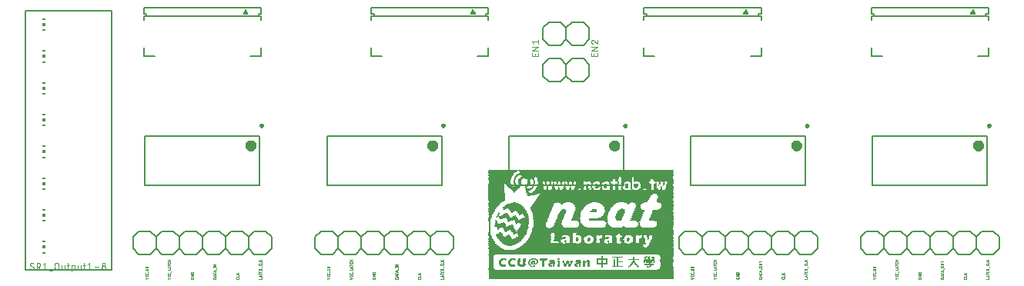
<source format=gbr>
G04 EAGLE Gerber RS-274X export*
G75*
%MOMM*%
%FSLAX34Y34*%
%LPD*%
%INSilkscreen Top*%
%IPPOS*%
%AMOC8*
5,1,8,0,0,1.08239X$1,22.5*%
G01*
%ADD10C,0.025400*%
%ADD11C,0.076200*%
%ADD12C,0.152400*%
%ADD13R,0.300000X0.150000*%
%ADD14R,0.300000X0.300000*%
%ADD15C,0.150000*%
%ADD16C,0.250000*%
%ADD17C,0.600000*%
%ADD18C,0.203200*%
%ADD19R,20.320000X0.050800*%
%ADD20R,0.762000X0.050800*%
%ADD21R,1.727200X0.050800*%
%ADD22R,0.660400X0.050800*%
%ADD23R,1.574800X0.050800*%
%ADD24R,0.609600X0.050800*%
%ADD25R,1.524000X0.050800*%
%ADD26R,0.558800X0.050800*%
%ADD27R,1.473200X0.050800*%
%ADD28R,0.508000X0.050800*%
%ADD29R,0.101600X0.050800*%
%ADD30R,0.050800X0.050800*%
%ADD31R,0.304800X0.050800*%
%ADD32R,1.422400X0.050800*%
%ADD33R,0.203200X0.050800*%
%ADD34R,0.152400X0.050800*%
%ADD35R,1.219200X0.050800*%
%ADD36R,0.254000X0.050800*%
%ADD37R,0.355600X0.050800*%
%ADD38R,0.711200X0.050800*%
%ADD39R,1.066800X0.050800*%
%ADD40R,0.406400X0.050800*%
%ADD41R,1.117600X0.050800*%
%ADD42R,0.457200X0.050800*%
%ADD43R,1.168400X0.050800*%
%ADD44R,0.812800X0.050800*%
%ADD45R,1.625600X0.050800*%
%ADD46R,1.930400X0.050800*%
%ADD47R,17.627600X0.050800*%
%ADD48R,17.424400X0.050800*%
%ADD49R,17.272000X0.050800*%
%ADD50R,17.170400X0.050800*%
%ADD51R,1.371600X0.050800*%
%ADD52R,17.068800X0.050800*%
%ADD53R,1.270000X0.050800*%
%ADD54R,16.967200X0.050800*%
%ADD55R,13.665200X0.050800*%
%ADD56R,2.946400X0.050800*%
%ADD57R,13.462000X0.050800*%
%ADD58R,2.844800X0.050800*%
%ADD59R,13.411200X0.050800*%
%ADD60R,2.794000X0.050800*%
%ADD61R,1.016000X0.050800*%
%ADD62R,13.360400X0.050800*%
%ADD63R,2.743200X0.050800*%
%ADD64R,0.965200X0.050800*%
%ADD65R,13.258800X0.050800*%
%ADD66R,2.692400X0.050800*%
%ADD67R,0.914400X0.050800*%
%ADD68R,13.157200X0.050800*%
%ADD69R,0.863600X0.050800*%
%ADD70R,2.641600X0.050800*%
%ADD71R,4.165600X0.050800*%
%ADD72R,1.676400X0.050800*%
%ADD73R,1.778000X0.050800*%
%ADD74R,2.590800X0.050800*%
%ADD75R,1.879600X0.050800*%
%ADD76R,1.981200X0.050800*%
%ADD77R,2.540000X0.050800*%
%ADD78R,2.082800X0.050800*%
%ADD79R,2.184400X0.050800*%
%ADD80R,2.489200X0.050800*%
%ADD81R,2.336800X0.050800*%
%ADD82R,2.438400X0.050800*%
%ADD83R,2.387600X0.050800*%
%ADD84R,2.286000X0.050800*%
%ADD85R,2.235200X0.050800*%
%ADD86R,4.521200X0.050800*%
%ADD87R,5.892800X0.050800*%
%ADD88R,2.032000X0.050800*%
%ADD89R,4.622800X0.050800*%
%ADD90R,10.668000X0.050800*%
%ADD91R,2.133600X0.050800*%
%ADD92R,15.595600X0.050800*%
%ADD93R,15.544800X0.050800*%
%ADD94R,15.494000X0.050800*%
%ADD95R,1.320800X0.050800*%
%ADD96R,1.828800X0.050800*%
%ADD97R,12.395200X0.050800*%
%ADD98R,12.446000X0.050800*%
%ADD99R,12.344400X0.050800*%
%ADD100R,12.293600X0.050800*%
%ADD101R,12.242800X0.050800*%
%ADD102R,14.630400X0.050800*%
%ADD103R,16.103600X0.050800*%
%ADD104R,15.443200X0.050800*%
%ADD105R,15.392400X0.050800*%
%ADD106R,15.341600X0.050800*%
%ADD107R,15.240000X0.050800*%
%ADD108R,5.080000X0.050800*%
%ADD109R,8.280400X0.050800*%
%ADD110R,8.991600X0.050800*%
%ADD111R,4.318000X0.050800*%
%ADD112R,9.042400X0.050800*%
%ADD113R,9.144000X0.050800*%
%ADD114R,16.662400X0.050800*%
%ADD115R,16.713200X0.050800*%
%ADD116R,16.764000X0.050800*%
%ADD117R,17.221200X0.050800*%
%ADD118R,16.916400X0.050800*%
%ADD119R,2.895600X0.050800*%
%ADD120R,16.865600X0.050800*%
%ADD121R,2.997200X0.050800*%
%ADD122R,3.048000X0.050800*%
%ADD123R,3.149600X0.050800*%

G36*
X1049508Y290986D02*
X1049508Y290986D01*
X1049517Y290985D01*
X1049649Y291006D01*
X1049782Y291025D01*
X1049789Y291028D01*
X1049798Y291029D01*
X1049919Y291086D01*
X1050041Y291141D01*
X1050047Y291146D01*
X1050055Y291150D01*
X1050156Y291238D01*
X1050258Y291325D01*
X1050263Y291332D01*
X1050269Y291337D01*
X1050341Y291450D01*
X1050416Y291561D01*
X1050418Y291569D01*
X1050423Y291576D01*
X1050461Y291705D01*
X1050501Y291832D01*
X1050502Y291841D01*
X1050504Y291849D01*
X1050505Y291983D01*
X1050509Y292116D01*
X1050506Y292125D01*
X1050507Y292133D01*
X1050491Y292184D01*
X1050437Y292391D01*
X1050417Y292424D01*
X1050408Y292454D01*
X1048408Y296454D01*
X1048351Y296536D01*
X1048302Y296623D01*
X1048271Y296653D01*
X1048247Y296688D01*
X1048169Y296751D01*
X1048098Y296821D01*
X1048060Y296841D01*
X1048027Y296868D01*
X1047935Y296907D01*
X1047847Y296954D01*
X1047805Y296963D01*
X1047765Y296980D01*
X1047666Y296992D01*
X1047569Y297013D01*
X1047526Y297010D01*
X1047483Y297015D01*
X1047385Y297000D01*
X1047285Y296992D01*
X1047245Y296977D01*
X1047202Y296971D01*
X1047112Y296928D01*
X1047019Y296894D01*
X1046984Y296868D01*
X1046945Y296850D01*
X1046870Y296784D01*
X1046790Y296725D01*
X1046767Y296694D01*
X1046731Y296663D01*
X1046634Y296511D01*
X1046592Y296454D01*
X1044592Y292454D01*
X1044589Y292446D01*
X1044585Y292439D01*
X1044544Y292311D01*
X1044502Y292184D01*
X1044501Y292176D01*
X1044499Y292168D01*
X1044495Y292033D01*
X1044490Y291900D01*
X1044492Y291892D01*
X1044491Y291884D01*
X1044525Y291754D01*
X1044557Y291624D01*
X1044561Y291617D01*
X1044563Y291609D01*
X1044631Y291494D01*
X1044698Y291377D01*
X1044704Y291372D01*
X1044709Y291364D01*
X1044806Y291272D01*
X1044902Y291180D01*
X1044910Y291176D01*
X1044916Y291170D01*
X1045035Y291109D01*
X1045153Y291046D01*
X1045161Y291044D01*
X1045169Y291040D01*
X1045221Y291032D01*
X1045431Y290987D01*
X1045469Y290990D01*
X1045500Y290985D01*
X1049500Y290985D01*
X1049508Y290986D01*
G37*
G36*
X799508Y290986D02*
X799508Y290986D01*
X799517Y290985D01*
X799649Y291006D01*
X799782Y291025D01*
X799789Y291028D01*
X799798Y291029D01*
X799919Y291086D01*
X800041Y291141D01*
X800047Y291146D01*
X800055Y291150D01*
X800156Y291238D01*
X800258Y291325D01*
X800263Y291332D01*
X800269Y291337D01*
X800341Y291450D01*
X800416Y291561D01*
X800418Y291569D01*
X800423Y291576D01*
X800461Y291705D01*
X800501Y291832D01*
X800502Y291841D01*
X800504Y291849D01*
X800505Y291983D01*
X800509Y292116D01*
X800506Y292125D01*
X800507Y292133D01*
X800491Y292184D01*
X800437Y292391D01*
X800417Y292424D01*
X800408Y292454D01*
X798408Y296454D01*
X798351Y296536D01*
X798302Y296623D01*
X798271Y296653D01*
X798247Y296688D01*
X798169Y296751D01*
X798098Y296821D01*
X798060Y296841D01*
X798027Y296868D01*
X797935Y296907D01*
X797847Y296954D01*
X797805Y296963D01*
X797765Y296980D01*
X797666Y296992D01*
X797569Y297013D01*
X797526Y297010D01*
X797483Y297015D01*
X797385Y297000D01*
X797285Y296992D01*
X797245Y296977D01*
X797202Y296971D01*
X797112Y296928D01*
X797019Y296894D01*
X796984Y296868D01*
X796945Y296850D01*
X796870Y296784D01*
X796790Y296725D01*
X796767Y296694D01*
X796731Y296663D01*
X796634Y296511D01*
X796592Y296454D01*
X794592Y292454D01*
X794589Y292446D01*
X794585Y292439D01*
X794544Y292311D01*
X794502Y292184D01*
X794501Y292176D01*
X794499Y292168D01*
X794495Y292033D01*
X794490Y291900D01*
X794492Y291892D01*
X794491Y291884D01*
X794525Y291754D01*
X794557Y291624D01*
X794561Y291617D01*
X794563Y291609D01*
X794631Y291494D01*
X794698Y291377D01*
X794704Y291372D01*
X794709Y291364D01*
X794806Y291272D01*
X794902Y291180D01*
X794910Y291176D01*
X794916Y291170D01*
X795035Y291109D01*
X795153Y291046D01*
X795161Y291044D01*
X795169Y291040D01*
X795221Y291032D01*
X795431Y290987D01*
X795469Y290990D01*
X795500Y290985D01*
X799500Y290985D01*
X799508Y290986D01*
G37*
G36*
X499508Y290986D02*
X499508Y290986D01*
X499517Y290985D01*
X499649Y291006D01*
X499782Y291025D01*
X499789Y291028D01*
X499798Y291029D01*
X499919Y291086D01*
X500041Y291141D01*
X500047Y291146D01*
X500055Y291150D01*
X500156Y291238D01*
X500258Y291325D01*
X500263Y291332D01*
X500269Y291337D01*
X500341Y291450D01*
X500416Y291561D01*
X500418Y291569D01*
X500423Y291576D01*
X500461Y291705D01*
X500501Y291832D01*
X500502Y291841D01*
X500504Y291849D01*
X500505Y291983D01*
X500509Y292116D01*
X500506Y292125D01*
X500507Y292133D01*
X500491Y292184D01*
X500437Y292391D01*
X500417Y292424D01*
X500408Y292454D01*
X498408Y296454D01*
X498351Y296536D01*
X498302Y296623D01*
X498271Y296653D01*
X498247Y296688D01*
X498169Y296751D01*
X498098Y296821D01*
X498060Y296841D01*
X498027Y296868D01*
X497935Y296907D01*
X497847Y296954D01*
X497805Y296963D01*
X497765Y296980D01*
X497666Y296992D01*
X497569Y297013D01*
X497526Y297010D01*
X497483Y297015D01*
X497385Y297000D01*
X497285Y296992D01*
X497245Y296977D01*
X497202Y296971D01*
X497112Y296928D01*
X497019Y296894D01*
X496984Y296868D01*
X496945Y296850D01*
X496870Y296784D01*
X496790Y296725D01*
X496767Y296694D01*
X496731Y296663D01*
X496634Y296511D01*
X496592Y296454D01*
X494592Y292454D01*
X494589Y292446D01*
X494585Y292439D01*
X494544Y292311D01*
X494502Y292184D01*
X494501Y292176D01*
X494499Y292168D01*
X494495Y292033D01*
X494490Y291900D01*
X494492Y291892D01*
X494491Y291884D01*
X494525Y291754D01*
X494557Y291624D01*
X494561Y291617D01*
X494563Y291609D01*
X494631Y291494D01*
X494698Y291377D01*
X494704Y291372D01*
X494709Y291364D01*
X494806Y291272D01*
X494902Y291180D01*
X494910Y291176D01*
X494916Y291170D01*
X495035Y291109D01*
X495153Y291046D01*
X495161Y291044D01*
X495169Y291040D01*
X495221Y291032D01*
X495431Y290987D01*
X495469Y290990D01*
X495500Y290985D01*
X499500Y290985D01*
X499508Y290986D01*
G37*
G36*
X249508Y290986D02*
X249508Y290986D01*
X249517Y290985D01*
X249649Y291006D01*
X249782Y291025D01*
X249789Y291028D01*
X249798Y291029D01*
X249919Y291086D01*
X250041Y291141D01*
X250047Y291146D01*
X250055Y291150D01*
X250156Y291238D01*
X250258Y291325D01*
X250263Y291332D01*
X250269Y291337D01*
X250341Y291450D01*
X250416Y291561D01*
X250418Y291569D01*
X250423Y291576D01*
X250461Y291705D01*
X250501Y291832D01*
X250502Y291841D01*
X250504Y291849D01*
X250505Y291983D01*
X250509Y292116D01*
X250506Y292125D01*
X250507Y292133D01*
X250491Y292184D01*
X250437Y292391D01*
X250417Y292424D01*
X250408Y292454D01*
X248408Y296454D01*
X248351Y296536D01*
X248302Y296623D01*
X248271Y296653D01*
X248247Y296688D01*
X248169Y296751D01*
X248098Y296821D01*
X248060Y296841D01*
X248027Y296868D01*
X247935Y296907D01*
X247847Y296954D01*
X247805Y296963D01*
X247765Y296980D01*
X247666Y296992D01*
X247569Y297013D01*
X247526Y297010D01*
X247483Y297015D01*
X247385Y297000D01*
X247285Y296992D01*
X247245Y296977D01*
X247202Y296971D01*
X247112Y296928D01*
X247019Y296894D01*
X246984Y296868D01*
X246945Y296850D01*
X246870Y296784D01*
X246790Y296725D01*
X246767Y296694D01*
X246731Y296663D01*
X246634Y296511D01*
X246592Y296454D01*
X244592Y292454D01*
X244589Y292446D01*
X244585Y292439D01*
X244544Y292311D01*
X244502Y292184D01*
X244501Y292176D01*
X244499Y292168D01*
X244495Y292033D01*
X244490Y291900D01*
X244492Y291892D01*
X244491Y291884D01*
X244525Y291754D01*
X244557Y291624D01*
X244561Y291617D01*
X244563Y291609D01*
X244631Y291494D01*
X244698Y291377D01*
X244704Y291372D01*
X244709Y291364D01*
X244806Y291272D01*
X244902Y291180D01*
X244910Y291176D01*
X244916Y291170D01*
X245035Y291109D01*
X245153Y291046D01*
X245161Y291044D01*
X245169Y291040D01*
X245221Y291032D01*
X245431Y290987D01*
X245469Y290990D01*
X245500Y290985D01*
X249500Y290985D01*
X249508Y290986D01*
G37*
D10*
X137127Y127D02*
X139873Y1042D01*
X137127Y1958D01*
X139873Y3582D02*
X139873Y4192D01*
X139873Y3582D02*
X139871Y3534D01*
X139865Y3487D01*
X139856Y3440D01*
X139843Y3394D01*
X139827Y3349D01*
X139807Y3305D01*
X139783Y3263D01*
X139757Y3223D01*
X139727Y3186D01*
X139694Y3151D01*
X139659Y3118D01*
X139622Y3089D01*
X139582Y3062D01*
X139540Y3038D01*
X139496Y3018D01*
X139452Y3002D01*
X139405Y2989D01*
X139358Y2980D01*
X139311Y2974D01*
X139263Y2972D01*
X139263Y2971D02*
X137737Y2971D01*
X137737Y2972D02*
X137689Y2974D01*
X137642Y2980D01*
X137595Y2989D01*
X137549Y3002D01*
X137504Y3018D01*
X137460Y3038D01*
X137418Y3062D01*
X137378Y3088D01*
X137341Y3118D01*
X137306Y3151D01*
X137273Y3186D01*
X137244Y3223D01*
X137217Y3263D01*
X137193Y3305D01*
X137173Y3349D01*
X137157Y3393D01*
X137144Y3440D01*
X137135Y3487D01*
X137129Y3534D01*
X137127Y3582D01*
X137127Y4192D01*
X139873Y5832D02*
X139873Y6442D01*
X139873Y5832D02*
X139871Y5784D01*
X139865Y5737D01*
X139856Y5690D01*
X139843Y5644D01*
X139827Y5599D01*
X139807Y5555D01*
X139783Y5513D01*
X139757Y5473D01*
X139727Y5436D01*
X139694Y5401D01*
X139659Y5368D01*
X139622Y5339D01*
X139582Y5312D01*
X139540Y5288D01*
X139496Y5268D01*
X139452Y5252D01*
X139405Y5239D01*
X139358Y5230D01*
X139311Y5224D01*
X139263Y5222D01*
X139263Y5221D02*
X137737Y5221D01*
X137737Y5222D02*
X137689Y5224D01*
X137642Y5230D01*
X137595Y5239D01*
X137549Y5252D01*
X137504Y5268D01*
X137460Y5288D01*
X137418Y5312D01*
X137378Y5338D01*
X137341Y5368D01*
X137306Y5401D01*
X137273Y5436D01*
X137244Y5473D01*
X137217Y5513D01*
X137193Y5555D01*
X137173Y5599D01*
X137157Y5643D01*
X137144Y5690D01*
X137135Y5737D01*
X137129Y5784D01*
X137127Y5832D01*
X137127Y6442D01*
X140178Y7362D02*
X140178Y8582D01*
X139873Y10465D02*
X139871Y10513D01*
X139865Y10560D01*
X139856Y10607D01*
X139843Y10654D01*
X139827Y10698D01*
X139807Y10742D01*
X139783Y10784D01*
X139757Y10824D01*
X139727Y10861D01*
X139694Y10896D01*
X139659Y10929D01*
X139622Y10959D01*
X139582Y10985D01*
X139540Y11009D01*
X139496Y11029D01*
X139452Y11045D01*
X139405Y11058D01*
X139358Y11067D01*
X139311Y11073D01*
X139263Y11075D01*
X139873Y10465D02*
X139871Y10397D01*
X139866Y10330D01*
X139857Y10262D01*
X139845Y10196D01*
X139829Y10130D01*
X139809Y10065D01*
X139786Y10001D01*
X139760Y9938D01*
X139731Y9877D01*
X139699Y9817D01*
X139663Y9760D01*
X139624Y9704D01*
X139583Y9650D01*
X139539Y9599D01*
X139492Y9550D01*
X137737Y9626D02*
X137689Y9628D01*
X137642Y9634D01*
X137595Y9643D01*
X137548Y9656D01*
X137504Y9672D01*
X137460Y9692D01*
X137418Y9716D01*
X137378Y9742D01*
X137341Y9772D01*
X137306Y9805D01*
X137273Y9840D01*
X137243Y9877D01*
X137217Y9917D01*
X137193Y9959D01*
X137173Y10003D01*
X137157Y10047D01*
X137144Y10094D01*
X137135Y10141D01*
X137129Y10188D01*
X137127Y10236D01*
X137129Y10303D01*
X137135Y10370D01*
X137145Y10436D01*
X137158Y10501D01*
X137176Y10566D01*
X137197Y10629D01*
X137222Y10692D01*
X137250Y10752D01*
X137282Y10811D01*
X137317Y10868D01*
X137356Y10922D01*
X138271Y9930D02*
X138246Y9892D01*
X138219Y9855D01*
X138189Y9820D01*
X138156Y9788D01*
X138121Y9758D01*
X138084Y9731D01*
X138045Y9707D01*
X138004Y9685D01*
X137962Y9667D01*
X137918Y9652D01*
X137874Y9640D01*
X137829Y9632D01*
X137783Y9627D01*
X137737Y9625D01*
X138729Y10770D02*
X138754Y10809D01*
X138781Y10845D01*
X138811Y10880D01*
X138844Y10912D01*
X138879Y10942D01*
X138916Y10969D01*
X138955Y10993D01*
X138996Y11015D01*
X139038Y11033D01*
X139082Y11048D01*
X139126Y11060D01*
X139171Y11068D01*
X139217Y11073D01*
X139263Y11075D01*
X138729Y10770D02*
X138271Y9931D01*
X137127Y12267D02*
X139873Y12267D01*
X137127Y12267D02*
X137127Y13030D01*
X137129Y13084D01*
X137135Y13139D01*
X137144Y13192D01*
X137158Y13245D01*
X137175Y13297D01*
X137196Y13347D01*
X137220Y13396D01*
X137248Y13443D01*
X137279Y13487D01*
X137313Y13530D01*
X137350Y13570D01*
X137390Y13607D01*
X137433Y13641D01*
X137477Y13672D01*
X137524Y13700D01*
X137573Y13724D01*
X137623Y13745D01*
X137675Y13762D01*
X137728Y13776D01*
X137781Y13785D01*
X137836Y13791D01*
X137890Y13793D01*
X137944Y13791D01*
X137999Y13785D01*
X138052Y13776D01*
X138105Y13762D01*
X138157Y13745D01*
X138207Y13724D01*
X138256Y13700D01*
X138303Y13672D01*
X138347Y13641D01*
X138390Y13607D01*
X138430Y13570D01*
X138467Y13530D01*
X138501Y13487D01*
X138532Y13443D01*
X138560Y13396D01*
X138584Y13347D01*
X138605Y13297D01*
X138622Y13245D01*
X138636Y13192D01*
X138645Y13139D01*
X138651Y13084D01*
X138653Y13030D01*
X138653Y12267D01*
X138653Y13183D02*
X139873Y13793D01*
X162127Y127D02*
X164873Y1042D01*
X162127Y1958D01*
X164873Y3582D02*
X164873Y4192D01*
X164873Y3582D02*
X164871Y3534D01*
X164865Y3487D01*
X164856Y3440D01*
X164843Y3394D01*
X164827Y3349D01*
X164807Y3305D01*
X164783Y3263D01*
X164757Y3223D01*
X164727Y3186D01*
X164694Y3151D01*
X164659Y3118D01*
X164622Y3089D01*
X164582Y3062D01*
X164540Y3038D01*
X164496Y3018D01*
X164452Y3002D01*
X164405Y2989D01*
X164358Y2980D01*
X164311Y2974D01*
X164263Y2972D01*
X164263Y2971D02*
X162737Y2971D01*
X162737Y2972D02*
X162689Y2974D01*
X162642Y2980D01*
X162595Y2989D01*
X162549Y3002D01*
X162504Y3018D01*
X162460Y3038D01*
X162418Y3062D01*
X162378Y3088D01*
X162341Y3118D01*
X162306Y3151D01*
X162273Y3186D01*
X162244Y3223D01*
X162217Y3263D01*
X162193Y3305D01*
X162173Y3349D01*
X162157Y3393D01*
X162144Y3440D01*
X162135Y3487D01*
X162129Y3534D01*
X162127Y3582D01*
X162127Y4192D01*
X164873Y5832D02*
X164873Y6442D01*
X164873Y5832D02*
X164871Y5784D01*
X164865Y5737D01*
X164856Y5690D01*
X164843Y5644D01*
X164827Y5599D01*
X164807Y5555D01*
X164783Y5513D01*
X164757Y5473D01*
X164727Y5436D01*
X164694Y5401D01*
X164659Y5368D01*
X164622Y5339D01*
X164582Y5312D01*
X164540Y5288D01*
X164496Y5268D01*
X164452Y5252D01*
X164405Y5239D01*
X164358Y5230D01*
X164311Y5224D01*
X164263Y5222D01*
X164263Y5221D02*
X162737Y5221D01*
X162737Y5222D02*
X162689Y5224D01*
X162642Y5230D01*
X162595Y5239D01*
X162549Y5252D01*
X162504Y5268D01*
X162460Y5288D01*
X162418Y5312D01*
X162378Y5338D01*
X162341Y5368D01*
X162306Y5401D01*
X162273Y5436D01*
X162244Y5473D01*
X162217Y5513D01*
X162193Y5555D01*
X162173Y5599D01*
X162157Y5643D01*
X162144Y5690D01*
X162135Y5737D01*
X162129Y5784D01*
X162127Y5832D01*
X162127Y6442D01*
X165178Y7362D02*
X165178Y8582D01*
X164873Y9735D02*
X162127Y9735D01*
X164873Y9735D02*
X164873Y10955D01*
X164873Y11827D02*
X162127Y12742D01*
X164873Y13658D01*
X164187Y13429D02*
X164187Y12056D01*
X164873Y15262D02*
X162127Y15262D01*
X162127Y14499D02*
X162127Y16025D01*
X164873Y17622D02*
X164873Y18232D01*
X164873Y17622D02*
X164871Y17574D01*
X164865Y17527D01*
X164856Y17480D01*
X164843Y17434D01*
X164827Y17389D01*
X164807Y17345D01*
X164783Y17303D01*
X164757Y17263D01*
X164727Y17226D01*
X164694Y17191D01*
X164659Y17158D01*
X164622Y17129D01*
X164582Y17102D01*
X164540Y17078D01*
X164496Y17058D01*
X164452Y17042D01*
X164405Y17029D01*
X164358Y17020D01*
X164311Y17014D01*
X164263Y17012D01*
X164263Y17011D02*
X162737Y17011D01*
X162737Y17012D02*
X162689Y17014D01*
X162642Y17020D01*
X162595Y17029D01*
X162549Y17042D01*
X162504Y17058D01*
X162460Y17078D01*
X162418Y17102D01*
X162378Y17128D01*
X162341Y17158D01*
X162306Y17191D01*
X162273Y17226D01*
X162244Y17263D01*
X162217Y17303D01*
X162193Y17345D01*
X162173Y17389D01*
X162157Y17433D01*
X162144Y17480D01*
X162135Y17527D01*
X162129Y17574D01*
X162127Y17622D01*
X162127Y18232D01*
X162127Y19359D02*
X164873Y19359D01*
X163347Y19359D02*
X163347Y20885D01*
X162127Y20885D02*
X164873Y20885D01*
X188347Y1653D02*
X188347Y1195D01*
X188347Y1653D02*
X189873Y1653D01*
X189873Y737D01*
X189871Y689D01*
X189865Y642D01*
X189856Y595D01*
X189843Y549D01*
X189827Y504D01*
X189807Y460D01*
X189783Y418D01*
X189757Y378D01*
X189727Y341D01*
X189694Y306D01*
X189659Y273D01*
X189622Y244D01*
X189582Y217D01*
X189540Y193D01*
X189496Y173D01*
X189452Y157D01*
X189405Y144D01*
X189358Y135D01*
X189311Y129D01*
X189263Y127D01*
X187737Y127D01*
X187689Y129D01*
X187642Y135D01*
X187595Y144D01*
X187549Y157D01*
X187504Y173D01*
X187460Y193D01*
X187418Y217D01*
X187378Y243D01*
X187341Y273D01*
X187306Y306D01*
X187273Y341D01*
X187244Y378D01*
X187217Y418D01*
X187193Y460D01*
X187173Y504D01*
X187157Y548D01*
X187144Y595D01*
X187135Y642D01*
X187129Y689D01*
X187127Y737D01*
X187127Y1653D01*
X187127Y3007D02*
X189873Y3007D01*
X189873Y4533D02*
X187127Y3007D01*
X187127Y4533D02*
X189873Y4533D01*
X189873Y5887D02*
X187127Y5887D01*
X187127Y6650D01*
X187129Y6704D01*
X187135Y6759D01*
X187144Y6812D01*
X187158Y6865D01*
X187175Y6917D01*
X187196Y6967D01*
X187220Y7016D01*
X187248Y7063D01*
X187279Y7107D01*
X187313Y7150D01*
X187350Y7190D01*
X187390Y7227D01*
X187433Y7261D01*
X187478Y7292D01*
X187524Y7320D01*
X187573Y7344D01*
X187623Y7365D01*
X187675Y7382D01*
X187728Y7396D01*
X187781Y7405D01*
X187836Y7411D01*
X187890Y7413D01*
X187890Y7412D02*
X189110Y7412D01*
X189110Y7413D02*
X189164Y7411D01*
X189219Y7405D01*
X189272Y7396D01*
X189325Y7382D01*
X189377Y7365D01*
X189427Y7344D01*
X189476Y7320D01*
X189523Y7292D01*
X189567Y7261D01*
X189610Y7227D01*
X189650Y7190D01*
X189687Y7150D01*
X189721Y7107D01*
X189752Y7063D01*
X189780Y7016D01*
X189804Y6967D01*
X189825Y6917D01*
X189842Y6865D01*
X189856Y6812D01*
X189865Y6759D01*
X189871Y6704D01*
X189873Y6650D01*
X189873Y5887D01*
X212127Y127D02*
X214873Y127D01*
X212127Y127D02*
X212127Y890D01*
X212129Y944D01*
X212135Y999D01*
X212144Y1052D01*
X212158Y1105D01*
X212175Y1157D01*
X212196Y1207D01*
X212220Y1256D01*
X212248Y1303D01*
X212279Y1347D01*
X212313Y1390D01*
X212350Y1430D01*
X212390Y1467D01*
X212433Y1501D01*
X212478Y1532D01*
X212524Y1560D01*
X212573Y1584D01*
X212623Y1605D01*
X212675Y1622D01*
X212728Y1636D01*
X212781Y1645D01*
X212836Y1651D01*
X212890Y1653D01*
X214110Y1653D01*
X214164Y1651D01*
X214219Y1645D01*
X214272Y1636D01*
X214325Y1622D01*
X214377Y1605D01*
X214427Y1584D01*
X214476Y1560D01*
X214523Y1532D01*
X214567Y1501D01*
X214610Y1467D01*
X214650Y1430D01*
X214687Y1390D01*
X214721Y1347D01*
X214752Y1303D01*
X214780Y1256D01*
X214804Y1207D01*
X214825Y1157D01*
X214842Y1105D01*
X214856Y1052D01*
X214865Y999D01*
X214871Y944D01*
X214873Y890D01*
X214873Y127D01*
X214873Y2764D02*
X212127Y3680D01*
X214873Y4595D01*
X214187Y4366D02*
X214187Y2993D01*
X214873Y6200D02*
X212127Y6200D01*
X212127Y6962D02*
X212127Y5437D01*
X212127Y8720D02*
X214873Y7804D01*
X214873Y9635D02*
X212127Y8720D01*
X214187Y9406D02*
X214187Y8033D01*
X215178Y10539D02*
X215178Y11760D01*
X214873Y13040D02*
X212127Y13040D01*
X214873Y12735D02*
X214873Y13345D01*
X212127Y13345D02*
X212127Y12735D01*
X212127Y14527D02*
X214873Y14527D01*
X214873Y16052D02*
X212127Y14527D01*
X212127Y16052D02*
X214873Y16052D01*
X239873Y1347D02*
X239873Y737D01*
X239871Y689D01*
X239865Y642D01*
X239856Y595D01*
X239843Y549D01*
X239827Y504D01*
X239807Y460D01*
X239783Y418D01*
X239757Y378D01*
X239727Y341D01*
X239694Y306D01*
X239659Y273D01*
X239622Y244D01*
X239582Y217D01*
X239540Y193D01*
X239496Y173D01*
X239452Y157D01*
X239405Y144D01*
X239358Y135D01*
X239311Y129D01*
X239263Y127D01*
X237737Y127D01*
X237689Y129D01*
X237642Y135D01*
X237595Y144D01*
X237549Y157D01*
X237504Y173D01*
X237460Y193D01*
X237418Y217D01*
X237378Y243D01*
X237341Y273D01*
X237306Y306D01*
X237273Y341D01*
X237244Y378D01*
X237217Y418D01*
X237193Y460D01*
X237173Y504D01*
X237157Y548D01*
X237144Y595D01*
X237135Y642D01*
X237129Y689D01*
X237127Y737D01*
X237127Y1347D01*
X237127Y2481D02*
X239873Y2481D01*
X239873Y3701D01*
X239873Y4856D02*
X237127Y4856D01*
X237127Y6382D02*
X238805Y4856D01*
X238195Y5466D02*
X239873Y6382D01*
X262127Y127D02*
X264873Y127D01*
X264873Y1347D01*
X264873Y2219D02*
X262127Y3134D01*
X264873Y4050D01*
X264187Y3821D02*
X264187Y2448D01*
X264873Y5654D02*
X262127Y5654D01*
X262127Y4891D02*
X262127Y6417D01*
X264873Y8014D02*
X264873Y8624D01*
X264873Y8014D02*
X264871Y7966D01*
X264865Y7919D01*
X264856Y7872D01*
X264843Y7826D01*
X264827Y7781D01*
X264807Y7737D01*
X264783Y7695D01*
X264757Y7655D01*
X264727Y7618D01*
X264694Y7583D01*
X264659Y7550D01*
X264622Y7521D01*
X264582Y7494D01*
X264540Y7470D01*
X264496Y7450D01*
X264452Y7434D01*
X264405Y7421D01*
X264358Y7412D01*
X264311Y7406D01*
X264263Y7404D01*
X264263Y7403D02*
X262737Y7403D01*
X262737Y7404D02*
X262689Y7406D01*
X262642Y7412D01*
X262595Y7421D01*
X262549Y7434D01*
X262504Y7450D01*
X262460Y7470D01*
X262418Y7494D01*
X262378Y7520D01*
X262341Y7550D01*
X262306Y7583D01*
X262273Y7618D01*
X262244Y7655D01*
X262217Y7695D01*
X262193Y7737D01*
X262173Y7781D01*
X262157Y7825D01*
X262144Y7872D01*
X262135Y7919D01*
X262129Y7966D01*
X262127Y8014D01*
X262127Y8624D01*
X262127Y9751D02*
X264873Y9751D01*
X263347Y9751D02*
X263347Y11277D01*
X262127Y11277D02*
X264873Y11277D01*
X265178Y12424D02*
X265178Y13644D01*
X264873Y15304D02*
X264873Y15914D01*
X264873Y15304D02*
X264871Y15256D01*
X264865Y15209D01*
X264856Y15162D01*
X264843Y15116D01*
X264827Y15071D01*
X264807Y15027D01*
X264783Y14985D01*
X264757Y14945D01*
X264727Y14908D01*
X264694Y14873D01*
X264659Y14840D01*
X264622Y14811D01*
X264582Y14784D01*
X264540Y14760D01*
X264496Y14740D01*
X264452Y14724D01*
X264405Y14711D01*
X264358Y14702D01*
X264311Y14696D01*
X264263Y14694D01*
X264263Y14693D02*
X262737Y14693D01*
X262737Y14694D02*
X262689Y14696D01*
X262642Y14702D01*
X262595Y14711D01*
X262549Y14724D01*
X262504Y14740D01*
X262460Y14760D01*
X262418Y14784D01*
X262378Y14810D01*
X262341Y14840D01*
X262306Y14873D01*
X262273Y14908D01*
X262244Y14945D01*
X262217Y14985D01*
X262193Y15027D01*
X262173Y15071D01*
X262157Y15115D01*
X262144Y15162D01*
X262135Y15209D01*
X262129Y15256D01*
X262127Y15304D01*
X262127Y15914D01*
X262127Y17047D02*
X264873Y17047D01*
X264873Y18267D01*
X264873Y19422D02*
X262127Y19422D01*
X262127Y20948D02*
X263805Y19422D01*
X263195Y20033D02*
X264873Y20948D01*
X337127Y127D02*
X339873Y1042D01*
X337127Y1958D01*
X339873Y3582D02*
X339873Y4192D01*
X339873Y3582D02*
X339871Y3534D01*
X339865Y3487D01*
X339856Y3440D01*
X339843Y3394D01*
X339827Y3349D01*
X339807Y3305D01*
X339783Y3263D01*
X339757Y3223D01*
X339727Y3186D01*
X339694Y3151D01*
X339659Y3118D01*
X339622Y3089D01*
X339582Y3062D01*
X339540Y3038D01*
X339496Y3018D01*
X339452Y3002D01*
X339405Y2989D01*
X339358Y2980D01*
X339311Y2974D01*
X339263Y2972D01*
X339263Y2971D02*
X337737Y2971D01*
X337737Y2972D02*
X337689Y2974D01*
X337642Y2980D01*
X337595Y2989D01*
X337549Y3002D01*
X337504Y3018D01*
X337460Y3038D01*
X337418Y3062D01*
X337378Y3088D01*
X337341Y3118D01*
X337306Y3151D01*
X337273Y3186D01*
X337244Y3223D01*
X337217Y3263D01*
X337193Y3305D01*
X337173Y3349D01*
X337157Y3393D01*
X337144Y3440D01*
X337135Y3487D01*
X337129Y3534D01*
X337127Y3582D01*
X337127Y4192D01*
X339873Y5832D02*
X339873Y6442D01*
X339873Y5832D02*
X339871Y5784D01*
X339865Y5737D01*
X339856Y5690D01*
X339843Y5644D01*
X339827Y5599D01*
X339807Y5555D01*
X339783Y5513D01*
X339757Y5473D01*
X339727Y5436D01*
X339694Y5401D01*
X339659Y5368D01*
X339622Y5339D01*
X339582Y5312D01*
X339540Y5288D01*
X339496Y5268D01*
X339452Y5252D01*
X339405Y5239D01*
X339358Y5230D01*
X339311Y5224D01*
X339263Y5222D01*
X339263Y5221D02*
X337737Y5221D01*
X337737Y5222D02*
X337689Y5224D01*
X337642Y5230D01*
X337595Y5239D01*
X337549Y5252D01*
X337504Y5268D01*
X337460Y5288D01*
X337418Y5312D01*
X337378Y5338D01*
X337341Y5368D01*
X337306Y5401D01*
X337273Y5436D01*
X337244Y5473D01*
X337217Y5513D01*
X337193Y5555D01*
X337173Y5599D01*
X337157Y5643D01*
X337144Y5690D01*
X337135Y5737D01*
X337129Y5784D01*
X337127Y5832D01*
X337127Y6442D01*
X340178Y7362D02*
X340178Y8582D01*
X339873Y10465D02*
X339871Y10513D01*
X339865Y10560D01*
X339856Y10607D01*
X339843Y10654D01*
X339827Y10698D01*
X339807Y10742D01*
X339783Y10784D01*
X339757Y10824D01*
X339727Y10861D01*
X339694Y10896D01*
X339659Y10929D01*
X339622Y10959D01*
X339582Y10985D01*
X339540Y11009D01*
X339496Y11029D01*
X339452Y11045D01*
X339405Y11058D01*
X339358Y11067D01*
X339311Y11073D01*
X339263Y11075D01*
X339873Y10465D02*
X339871Y10397D01*
X339866Y10330D01*
X339857Y10262D01*
X339845Y10196D01*
X339829Y10130D01*
X339809Y10065D01*
X339786Y10001D01*
X339760Y9938D01*
X339731Y9877D01*
X339699Y9817D01*
X339663Y9760D01*
X339624Y9704D01*
X339583Y9650D01*
X339539Y9599D01*
X339492Y9550D01*
X337737Y9626D02*
X337689Y9628D01*
X337642Y9634D01*
X337595Y9643D01*
X337548Y9656D01*
X337504Y9672D01*
X337460Y9692D01*
X337418Y9716D01*
X337378Y9742D01*
X337341Y9772D01*
X337306Y9805D01*
X337273Y9840D01*
X337243Y9877D01*
X337217Y9917D01*
X337193Y9959D01*
X337173Y10003D01*
X337157Y10047D01*
X337144Y10094D01*
X337135Y10141D01*
X337129Y10188D01*
X337127Y10236D01*
X337129Y10303D01*
X337135Y10370D01*
X337145Y10436D01*
X337158Y10501D01*
X337176Y10566D01*
X337197Y10629D01*
X337222Y10692D01*
X337250Y10752D01*
X337282Y10811D01*
X337317Y10868D01*
X337356Y10922D01*
X338271Y9930D02*
X338246Y9892D01*
X338219Y9855D01*
X338189Y9820D01*
X338156Y9788D01*
X338121Y9758D01*
X338084Y9731D01*
X338045Y9707D01*
X338004Y9685D01*
X337962Y9667D01*
X337918Y9652D01*
X337874Y9640D01*
X337829Y9632D01*
X337783Y9627D01*
X337737Y9625D01*
X338729Y10770D02*
X338754Y10809D01*
X338781Y10845D01*
X338811Y10880D01*
X338844Y10912D01*
X338879Y10942D01*
X338916Y10969D01*
X338955Y10993D01*
X338996Y11015D01*
X339038Y11033D01*
X339082Y11048D01*
X339126Y11060D01*
X339171Y11068D01*
X339217Y11073D01*
X339263Y11075D01*
X338729Y10770D02*
X338271Y9931D01*
X337127Y12267D02*
X339873Y12267D01*
X337127Y12267D02*
X337127Y13030D01*
X337129Y13084D01*
X337135Y13139D01*
X337144Y13192D01*
X337158Y13245D01*
X337175Y13297D01*
X337196Y13347D01*
X337220Y13396D01*
X337248Y13443D01*
X337279Y13487D01*
X337313Y13530D01*
X337350Y13570D01*
X337390Y13607D01*
X337433Y13641D01*
X337477Y13672D01*
X337524Y13700D01*
X337573Y13724D01*
X337623Y13745D01*
X337675Y13762D01*
X337728Y13776D01*
X337781Y13785D01*
X337836Y13791D01*
X337890Y13793D01*
X337944Y13791D01*
X337999Y13785D01*
X338052Y13776D01*
X338105Y13762D01*
X338157Y13745D01*
X338207Y13724D01*
X338256Y13700D01*
X338303Y13672D01*
X338347Y13641D01*
X338390Y13607D01*
X338430Y13570D01*
X338467Y13530D01*
X338501Y13487D01*
X338532Y13443D01*
X338560Y13396D01*
X338584Y13347D01*
X338605Y13297D01*
X338622Y13245D01*
X338636Y13192D01*
X338645Y13139D01*
X338651Y13084D01*
X338653Y13030D01*
X338653Y12267D01*
X338653Y13183D02*
X339873Y13793D01*
X362127Y127D02*
X364873Y1042D01*
X362127Y1958D01*
X364873Y3582D02*
X364873Y4192D01*
X364873Y3582D02*
X364871Y3534D01*
X364865Y3487D01*
X364856Y3440D01*
X364843Y3394D01*
X364827Y3349D01*
X364807Y3305D01*
X364783Y3263D01*
X364757Y3223D01*
X364727Y3186D01*
X364694Y3151D01*
X364659Y3118D01*
X364622Y3089D01*
X364582Y3062D01*
X364540Y3038D01*
X364496Y3018D01*
X364452Y3002D01*
X364405Y2989D01*
X364358Y2980D01*
X364311Y2974D01*
X364263Y2972D01*
X364263Y2971D02*
X362737Y2971D01*
X362737Y2972D02*
X362689Y2974D01*
X362642Y2980D01*
X362595Y2989D01*
X362549Y3002D01*
X362504Y3018D01*
X362460Y3038D01*
X362418Y3062D01*
X362378Y3088D01*
X362341Y3118D01*
X362306Y3151D01*
X362273Y3186D01*
X362244Y3223D01*
X362217Y3263D01*
X362193Y3305D01*
X362173Y3349D01*
X362157Y3393D01*
X362144Y3440D01*
X362135Y3487D01*
X362129Y3534D01*
X362127Y3582D01*
X362127Y4192D01*
X364873Y5832D02*
X364873Y6442D01*
X364873Y5832D02*
X364871Y5784D01*
X364865Y5737D01*
X364856Y5690D01*
X364843Y5644D01*
X364827Y5599D01*
X364807Y5555D01*
X364783Y5513D01*
X364757Y5473D01*
X364727Y5436D01*
X364694Y5401D01*
X364659Y5368D01*
X364622Y5339D01*
X364582Y5312D01*
X364540Y5288D01*
X364496Y5268D01*
X364452Y5252D01*
X364405Y5239D01*
X364358Y5230D01*
X364311Y5224D01*
X364263Y5222D01*
X364263Y5221D02*
X362737Y5221D01*
X362737Y5222D02*
X362689Y5224D01*
X362642Y5230D01*
X362595Y5239D01*
X362549Y5252D01*
X362504Y5268D01*
X362460Y5288D01*
X362418Y5312D01*
X362378Y5338D01*
X362341Y5368D01*
X362306Y5401D01*
X362273Y5436D01*
X362244Y5473D01*
X362217Y5513D01*
X362193Y5555D01*
X362173Y5599D01*
X362157Y5643D01*
X362144Y5690D01*
X362135Y5737D01*
X362129Y5784D01*
X362127Y5832D01*
X362127Y6442D01*
X365178Y7362D02*
X365178Y8582D01*
X364873Y9735D02*
X362127Y9735D01*
X364873Y9735D02*
X364873Y10955D01*
X364873Y11827D02*
X362127Y12742D01*
X364873Y13658D01*
X364187Y13429D02*
X364187Y12056D01*
X364873Y15262D02*
X362127Y15262D01*
X362127Y14499D02*
X362127Y16025D01*
X364873Y17622D02*
X364873Y18232D01*
X364873Y17622D02*
X364871Y17574D01*
X364865Y17527D01*
X364856Y17480D01*
X364843Y17434D01*
X364827Y17389D01*
X364807Y17345D01*
X364783Y17303D01*
X364757Y17263D01*
X364727Y17226D01*
X364694Y17191D01*
X364659Y17158D01*
X364622Y17129D01*
X364582Y17102D01*
X364540Y17078D01*
X364496Y17058D01*
X364452Y17042D01*
X364405Y17029D01*
X364358Y17020D01*
X364311Y17014D01*
X364263Y17012D01*
X364263Y17011D02*
X362737Y17011D01*
X362737Y17012D02*
X362689Y17014D01*
X362642Y17020D01*
X362595Y17029D01*
X362549Y17042D01*
X362504Y17058D01*
X362460Y17078D01*
X362418Y17102D01*
X362378Y17128D01*
X362341Y17158D01*
X362306Y17191D01*
X362273Y17226D01*
X362244Y17263D01*
X362217Y17303D01*
X362193Y17345D01*
X362173Y17389D01*
X362157Y17433D01*
X362144Y17480D01*
X362135Y17527D01*
X362129Y17574D01*
X362127Y17622D01*
X362127Y18232D01*
X362127Y19359D02*
X364873Y19359D01*
X363347Y19359D02*
X363347Y20885D01*
X362127Y20885D02*
X364873Y20885D01*
X388347Y1653D02*
X388347Y1195D01*
X388347Y1653D02*
X389873Y1653D01*
X389873Y737D01*
X389871Y689D01*
X389865Y642D01*
X389856Y595D01*
X389843Y549D01*
X389827Y504D01*
X389807Y460D01*
X389783Y418D01*
X389757Y378D01*
X389727Y341D01*
X389694Y306D01*
X389659Y273D01*
X389622Y244D01*
X389582Y217D01*
X389540Y193D01*
X389496Y173D01*
X389452Y157D01*
X389405Y144D01*
X389358Y135D01*
X389311Y129D01*
X389263Y127D01*
X387737Y127D01*
X387689Y129D01*
X387642Y135D01*
X387595Y144D01*
X387549Y157D01*
X387504Y173D01*
X387460Y193D01*
X387418Y217D01*
X387378Y243D01*
X387341Y273D01*
X387306Y306D01*
X387273Y341D01*
X387244Y378D01*
X387217Y418D01*
X387193Y460D01*
X387173Y504D01*
X387157Y548D01*
X387144Y595D01*
X387135Y642D01*
X387129Y689D01*
X387127Y737D01*
X387127Y1653D01*
X387127Y3007D02*
X389873Y3007D01*
X389873Y4533D02*
X387127Y3007D01*
X387127Y4533D02*
X389873Y4533D01*
X389873Y5887D02*
X387127Y5887D01*
X387127Y6650D01*
X387129Y6704D01*
X387135Y6759D01*
X387144Y6812D01*
X387158Y6865D01*
X387175Y6917D01*
X387196Y6967D01*
X387220Y7016D01*
X387248Y7063D01*
X387279Y7107D01*
X387313Y7150D01*
X387350Y7190D01*
X387390Y7227D01*
X387433Y7261D01*
X387478Y7292D01*
X387524Y7320D01*
X387573Y7344D01*
X387623Y7365D01*
X387675Y7382D01*
X387728Y7396D01*
X387781Y7405D01*
X387836Y7411D01*
X387890Y7413D01*
X387890Y7412D02*
X389110Y7412D01*
X389110Y7413D02*
X389164Y7411D01*
X389219Y7405D01*
X389272Y7396D01*
X389325Y7382D01*
X389377Y7365D01*
X389427Y7344D01*
X389476Y7320D01*
X389523Y7292D01*
X389567Y7261D01*
X389610Y7227D01*
X389650Y7190D01*
X389687Y7150D01*
X389721Y7107D01*
X389752Y7063D01*
X389780Y7016D01*
X389804Y6967D01*
X389825Y6917D01*
X389842Y6865D01*
X389856Y6812D01*
X389865Y6759D01*
X389871Y6704D01*
X389873Y6650D01*
X389873Y5887D01*
X412127Y127D02*
X414873Y127D01*
X412127Y127D02*
X412127Y890D01*
X412129Y944D01*
X412135Y999D01*
X412144Y1052D01*
X412158Y1105D01*
X412175Y1157D01*
X412196Y1207D01*
X412220Y1256D01*
X412248Y1303D01*
X412279Y1347D01*
X412313Y1390D01*
X412350Y1430D01*
X412390Y1467D01*
X412433Y1501D01*
X412478Y1532D01*
X412524Y1560D01*
X412573Y1584D01*
X412623Y1605D01*
X412675Y1622D01*
X412728Y1636D01*
X412781Y1645D01*
X412836Y1651D01*
X412890Y1653D01*
X414110Y1653D01*
X414164Y1651D01*
X414219Y1645D01*
X414272Y1636D01*
X414325Y1622D01*
X414377Y1605D01*
X414427Y1584D01*
X414476Y1560D01*
X414523Y1532D01*
X414567Y1501D01*
X414610Y1467D01*
X414650Y1430D01*
X414687Y1390D01*
X414721Y1347D01*
X414752Y1303D01*
X414780Y1256D01*
X414804Y1207D01*
X414825Y1157D01*
X414842Y1105D01*
X414856Y1052D01*
X414865Y999D01*
X414871Y944D01*
X414873Y890D01*
X414873Y127D01*
X414873Y2764D02*
X412127Y3680D01*
X414873Y4595D01*
X414187Y4366D02*
X414187Y2993D01*
X414873Y6200D02*
X412127Y6200D01*
X412127Y6962D02*
X412127Y5437D01*
X412127Y8720D02*
X414873Y7804D01*
X414873Y9635D02*
X412127Y8720D01*
X414187Y9406D02*
X414187Y8033D01*
X415178Y10539D02*
X415178Y11760D01*
X414873Y13040D02*
X412127Y13040D01*
X414873Y12735D02*
X414873Y13345D01*
X412127Y13345D02*
X412127Y12735D01*
X412127Y14527D02*
X414873Y14527D01*
X414873Y16052D02*
X412127Y14527D01*
X412127Y16052D02*
X414873Y16052D01*
X439873Y1347D02*
X439873Y737D01*
X439871Y689D01*
X439865Y642D01*
X439856Y595D01*
X439843Y549D01*
X439827Y504D01*
X439807Y460D01*
X439783Y418D01*
X439757Y378D01*
X439727Y341D01*
X439694Y306D01*
X439659Y273D01*
X439622Y244D01*
X439582Y217D01*
X439540Y193D01*
X439496Y173D01*
X439452Y157D01*
X439405Y144D01*
X439358Y135D01*
X439311Y129D01*
X439263Y127D01*
X437737Y127D01*
X437689Y129D01*
X437642Y135D01*
X437595Y144D01*
X437549Y157D01*
X437504Y173D01*
X437460Y193D01*
X437418Y217D01*
X437378Y243D01*
X437341Y273D01*
X437306Y306D01*
X437273Y341D01*
X437244Y378D01*
X437217Y418D01*
X437193Y460D01*
X437173Y504D01*
X437157Y548D01*
X437144Y595D01*
X437135Y642D01*
X437129Y689D01*
X437127Y737D01*
X437127Y1347D01*
X437127Y2481D02*
X439873Y2481D01*
X439873Y3701D01*
X439873Y4856D02*
X437127Y4856D01*
X437127Y6382D02*
X438805Y4856D01*
X438195Y5466D02*
X439873Y6382D01*
X462127Y127D02*
X464873Y127D01*
X464873Y1347D01*
X464873Y2219D02*
X462127Y3134D01*
X464873Y4050D01*
X464187Y3821D02*
X464187Y2448D01*
X464873Y5654D02*
X462127Y5654D01*
X462127Y4891D02*
X462127Y6417D01*
X464873Y8014D02*
X464873Y8624D01*
X464873Y8014D02*
X464871Y7966D01*
X464865Y7919D01*
X464856Y7872D01*
X464843Y7826D01*
X464827Y7781D01*
X464807Y7737D01*
X464783Y7695D01*
X464757Y7655D01*
X464727Y7618D01*
X464694Y7583D01*
X464659Y7550D01*
X464622Y7521D01*
X464582Y7494D01*
X464540Y7470D01*
X464496Y7450D01*
X464452Y7434D01*
X464405Y7421D01*
X464358Y7412D01*
X464311Y7406D01*
X464263Y7404D01*
X464263Y7403D02*
X462737Y7403D01*
X462737Y7404D02*
X462689Y7406D01*
X462642Y7412D01*
X462595Y7421D01*
X462549Y7434D01*
X462504Y7450D01*
X462460Y7470D01*
X462418Y7494D01*
X462378Y7520D01*
X462341Y7550D01*
X462306Y7583D01*
X462273Y7618D01*
X462244Y7655D01*
X462217Y7695D01*
X462193Y7737D01*
X462173Y7781D01*
X462157Y7825D01*
X462144Y7872D01*
X462135Y7919D01*
X462129Y7966D01*
X462127Y8014D01*
X462127Y8624D01*
X462127Y9751D02*
X464873Y9751D01*
X463347Y9751D02*
X463347Y11277D01*
X462127Y11277D02*
X464873Y11277D01*
X465178Y12424D02*
X465178Y13644D01*
X464873Y15304D02*
X464873Y15914D01*
X464873Y15304D02*
X464871Y15256D01*
X464865Y15209D01*
X464856Y15162D01*
X464843Y15116D01*
X464827Y15071D01*
X464807Y15027D01*
X464783Y14985D01*
X464757Y14945D01*
X464727Y14908D01*
X464694Y14873D01*
X464659Y14840D01*
X464622Y14811D01*
X464582Y14784D01*
X464540Y14760D01*
X464496Y14740D01*
X464452Y14724D01*
X464405Y14711D01*
X464358Y14702D01*
X464311Y14696D01*
X464263Y14694D01*
X464263Y14693D02*
X462737Y14693D01*
X462737Y14694D02*
X462689Y14696D01*
X462642Y14702D01*
X462595Y14711D01*
X462549Y14724D01*
X462504Y14740D01*
X462460Y14760D01*
X462418Y14784D01*
X462378Y14810D01*
X462341Y14840D01*
X462306Y14873D01*
X462273Y14908D01*
X462244Y14945D01*
X462217Y14985D01*
X462193Y15027D01*
X462173Y15071D01*
X462157Y15115D01*
X462144Y15162D01*
X462135Y15209D01*
X462129Y15256D01*
X462127Y15304D01*
X462127Y15914D01*
X462127Y17047D02*
X464873Y17047D01*
X464873Y18267D01*
X464873Y19422D02*
X462127Y19422D01*
X462127Y20948D02*
X463805Y19422D01*
X463195Y20033D02*
X464873Y20948D01*
X737127Y127D02*
X739873Y1042D01*
X737127Y1958D01*
X739873Y3582D02*
X739873Y4192D01*
X739873Y3582D02*
X739871Y3534D01*
X739865Y3487D01*
X739856Y3440D01*
X739843Y3394D01*
X739827Y3349D01*
X739807Y3305D01*
X739783Y3263D01*
X739757Y3223D01*
X739727Y3186D01*
X739694Y3151D01*
X739659Y3118D01*
X739622Y3089D01*
X739582Y3062D01*
X739540Y3038D01*
X739496Y3018D01*
X739452Y3002D01*
X739405Y2989D01*
X739358Y2980D01*
X739311Y2974D01*
X739263Y2972D01*
X739263Y2971D02*
X737737Y2971D01*
X737737Y2972D02*
X737689Y2974D01*
X737642Y2980D01*
X737595Y2989D01*
X737549Y3002D01*
X737504Y3018D01*
X737460Y3038D01*
X737418Y3062D01*
X737378Y3088D01*
X737341Y3118D01*
X737306Y3151D01*
X737273Y3186D01*
X737244Y3223D01*
X737217Y3263D01*
X737193Y3305D01*
X737173Y3349D01*
X737157Y3393D01*
X737144Y3440D01*
X737135Y3487D01*
X737129Y3534D01*
X737127Y3582D01*
X737127Y4192D01*
X739873Y5832D02*
X739873Y6442D01*
X739873Y5832D02*
X739871Y5784D01*
X739865Y5737D01*
X739856Y5690D01*
X739843Y5644D01*
X739827Y5599D01*
X739807Y5555D01*
X739783Y5513D01*
X739757Y5473D01*
X739727Y5436D01*
X739694Y5401D01*
X739659Y5368D01*
X739622Y5339D01*
X739582Y5312D01*
X739540Y5288D01*
X739496Y5268D01*
X739452Y5252D01*
X739405Y5239D01*
X739358Y5230D01*
X739311Y5224D01*
X739263Y5222D01*
X739263Y5221D02*
X737737Y5221D01*
X737737Y5222D02*
X737689Y5224D01*
X737642Y5230D01*
X737595Y5239D01*
X737549Y5252D01*
X737504Y5268D01*
X737460Y5288D01*
X737418Y5312D01*
X737378Y5338D01*
X737341Y5368D01*
X737306Y5401D01*
X737273Y5436D01*
X737244Y5473D01*
X737217Y5513D01*
X737193Y5555D01*
X737173Y5599D01*
X737157Y5643D01*
X737144Y5690D01*
X737135Y5737D01*
X737129Y5784D01*
X737127Y5832D01*
X737127Y6442D01*
X740178Y7362D02*
X740178Y8582D01*
X739873Y10465D02*
X739871Y10513D01*
X739865Y10560D01*
X739856Y10607D01*
X739843Y10654D01*
X739827Y10698D01*
X739807Y10742D01*
X739783Y10784D01*
X739757Y10824D01*
X739727Y10861D01*
X739694Y10896D01*
X739659Y10929D01*
X739622Y10959D01*
X739582Y10985D01*
X739540Y11009D01*
X739496Y11029D01*
X739452Y11045D01*
X739405Y11058D01*
X739358Y11067D01*
X739311Y11073D01*
X739263Y11075D01*
X739873Y10465D02*
X739871Y10397D01*
X739866Y10330D01*
X739857Y10262D01*
X739845Y10196D01*
X739829Y10130D01*
X739809Y10065D01*
X739786Y10001D01*
X739760Y9938D01*
X739731Y9877D01*
X739699Y9817D01*
X739663Y9760D01*
X739624Y9704D01*
X739583Y9650D01*
X739539Y9599D01*
X739492Y9550D01*
X737737Y9626D02*
X737689Y9628D01*
X737642Y9634D01*
X737595Y9643D01*
X737548Y9656D01*
X737504Y9672D01*
X737460Y9692D01*
X737418Y9716D01*
X737378Y9742D01*
X737341Y9772D01*
X737306Y9805D01*
X737273Y9840D01*
X737243Y9877D01*
X737217Y9917D01*
X737193Y9959D01*
X737173Y10003D01*
X737157Y10047D01*
X737144Y10094D01*
X737135Y10141D01*
X737129Y10188D01*
X737127Y10236D01*
X737129Y10303D01*
X737135Y10370D01*
X737145Y10436D01*
X737158Y10501D01*
X737176Y10566D01*
X737197Y10629D01*
X737222Y10692D01*
X737250Y10752D01*
X737282Y10811D01*
X737317Y10868D01*
X737356Y10922D01*
X738271Y9930D02*
X738246Y9892D01*
X738219Y9855D01*
X738189Y9820D01*
X738156Y9788D01*
X738121Y9758D01*
X738084Y9731D01*
X738045Y9707D01*
X738004Y9685D01*
X737962Y9667D01*
X737918Y9652D01*
X737874Y9640D01*
X737829Y9632D01*
X737783Y9627D01*
X737737Y9625D01*
X738729Y10770D02*
X738754Y10809D01*
X738781Y10845D01*
X738811Y10880D01*
X738844Y10912D01*
X738879Y10942D01*
X738916Y10969D01*
X738955Y10993D01*
X738996Y11015D01*
X739038Y11033D01*
X739082Y11048D01*
X739126Y11060D01*
X739171Y11068D01*
X739217Y11073D01*
X739263Y11075D01*
X738729Y10770D02*
X738271Y9931D01*
X737127Y12267D02*
X739873Y12267D01*
X737127Y12267D02*
X737127Y13030D01*
X737129Y13084D01*
X737135Y13139D01*
X737144Y13192D01*
X737158Y13245D01*
X737175Y13297D01*
X737196Y13347D01*
X737220Y13396D01*
X737248Y13443D01*
X737279Y13487D01*
X737313Y13530D01*
X737350Y13570D01*
X737390Y13607D01*
X737433Y13641D01*
X737477Y13672D01*
X737524Y13700D01*
X737573Y13724D01*
X737623Y13745D01*
X737675Y13762D01*
X737728Y13776D01*
X737781Y13785D01*
X737836Y13791D01*
X737890Y13793D01*
X737944Y13791D01*
X737999Y13785D01*
X738052Y13776D01*
X738105Y13762D01*
X738157Y13745D01*
X738207Y13724D01*
X738256Y13700D01*
X738303Y13672D01*
X738347Y13641D01*
X738390Y13607D01*
X738430Y13570D01*
X738467Y13530D01*
X738501Y13487D01*
X738532Y13443D01*
X738560Y13396D01*
X738584Y13347D01*
X738605Y13297D01*
X738622Y13245D01*
X738636Y13192D01*
X738645Y13139D01*
X738651Y13084D01*
X738653Y13030D01*
X738653Y12267D01*
X738653Y13183D02*
X739873Y13793D01*
X762127Y127D02*
X764873Y1042D01*
X762127Y1958D01*
X764873Y3582D02*
X764873Y4192D01*
X764873Y3582D02*
X764871Y3534D01*
X764865Y3487D01*
X764856Y3440D01*
X764843Y3394D01*
X764827Y3349D01*
X764807Y3305D01*
X764783Y3263D01*
X764757Y3223D01*
X764727Y3186D01*
X764694Y3151D01*
X764659Y3118D01*
X764622Y3089D01*
X764582Y3062D01*
X764540Y3038D01*
X764496Y3018D01*
X764452Y3002D01*
X764405Y2989D01*
X764358Y2980D01*
X764311Y2974D01*
X764263Y2972D01*
X764263Y2971D02*
X762737Y2971D01*
X762737Y2972D02*
X762689Y2974D01*
X762642Y2980D01*
X762595Y2989D01*
X762549Y3002D01*
X762504Y3018D01*
X762460Y3038D01*
X762418Y3062D01*
X762378Y3088D01*
X762341Y3118D01*
X762306Y3151D01*
X762273Y3186D01*
X762244Y3223D01*
X762217Y3263D01*
X762193Y3305D01*
X762173Y3349D01*
X762157Y3393D01*
X762144Y3440D01*
X762135Y3487D01*
X762129Y3534D01*
X762127Y3582D01*
X762127Y4192D01*
X764873Y5832D02*
X764873Y6442D01*
X764873Y5832D02*
X764871Y5784D01*
X764865Y5737D01*
X764856Y5690D01*
X764843Y5644D01*
X764827Y5599D01*
X764807Y5555D01*
X764783Y5513D01*
X764757Y5473D01*
X764727Y5436D01*
X764694Y5401D01*
X764659Y5368D01*
X764622Y5339D01*
X764582Y5312D01*
X764540Y5288D01*
X764496Y5268D01*
X764452Y5252D01*
X764405Y5239D01*
X764358Y5230D01*
X764311Y5224D01*
X764263Y5222D01*
X764263Y5221D02*
X762737Y5221D01*
X762737Y5222D02*
X762689Y5224D01*
X762642Y5230D01*
X762595Y5239D01*
X762549Y5252D01*
X762504Y5268D01*
X762460Y5288D01*
X762418Y5312D01*
X762378Y5338D01*
X762341Y5368D01*
X762306Y5401D01*
X762273Y5436D01*
X762244Y5473D01*
X762217Y5513D01*
X762193Y5555D01*
X762173Y5599D01*
X762157Y5643D01*
X762144Y5690D01*
X762135Y5737D01*
X762129Y5784D01*
X762127Y5832D01*
X762127Y6442D01*
X765178Y7362D02*
X765178Y8582D01*
X764873Y9735D02*
X762127Y9735D01*
X764873Y9735D02*
X764873Y10955D01*
X764873Y11827D02*
X762127Y12742D01*
X764873Y13658D01*
X764187Y13429D02*
X764187Y12056D01*
X764873Y15262D02*
X762127Y15262D01*
X762127Y14499D02*
X762127Y16025D01*
X764873Y17622D02*
X764873Y18232D01*
X764873Y17622D02*
X764871Y17574D01*
X764865Y17527D01*
X764856Y17480D01*
X764843Y17434D01*
X764827Y17389D01*
X764807Y17345D01*
X764783Y17303D01*
X764757Y17263D01*
X764727Y17226D01*
X764694Y17191D01*
X764659Y17158D01*
X764622Y17129D01*
X764582Y17102D01*
X764540Y17078D01*
X764496Y17058D01*
X764452Y17042D01*
X764405Y17029D01*
X764358Y17020D01*
X764311Y17014D01*
X764263Y17012D01*
X764263Y17011D02*
X762737Y17011D01*
X762737Y17012D02*
X762689Y17014D01*
X762642Y17020D01*
X762595Y17029D01*
X762549Y17042D01*
X762504Y17058D01*
X762460Y17078D01*
X762418Y17102D01*
X762378Y17128D01*
X762341Y17158D01*
X762306Y17191D01*
X762273Y17226D01*
X762244Y17263D01*
X762217Y17303D01*
X762193Y17345D01*
X762173Y17389D01*
X762157Y17433D01*
X762144Y17480D01*
X762135Y17527D01*
X762129Y17574D01*
X762127Y17622D01*
X762127Y18232D01*
X762127Y19359D02*
X764873Y19359D01*
X763347Y19359D02*
X763347Y20885D01*
X762127Y20885D02*
X764873Y20885D01*
X788347Y1653D02*
X788347Y1195D01*
X788347Y1653D02*
X789873Y1653D01*
X789873Y737D01*
X789871Y689D01*
X789865Y642D01*
X789856Y595D01*
X789843Y549D01*
X789827Y504D01*
X789807Y460D01*
X789783Y418D01*
X789757Y378D01*
X789727Y341D01*
X789694Y306D01*
X789659Y273D01*
X789622Y244D01*
X789582Y217D01*
X789540Y193D01*
X789496Y173D01*
X789452Y157D01*
X789405Y144D01*
X789358Y135D01*
X789311Y129D01*
X789263Y127D01*
X787737Y127D01*
X787689Y129D01*
X787642Y135D01*
X787595Y144D01*
X787549Y157D01*
X787504Y173D01*
X787460Y193D01*
X787418Y217D01*
X787378Y243D01*
X787341Y273D01*
X787306Y306D01*
X787273Y341D01*
X787244Y378D01*
X787217Y418D01*
X787193Y460D01*
X787173Y504D01*
X787157Y548D01*
X787144Y595D01*
X787135Y642D01*
X787129Y689D01*
X787127Y737D01*
X787127Y1653D01*
X787127Y3007D02*
X789873Y3007D01*
X789873Y4533D02*
X787127Y3007D01*
X787127Y4533D02*
X789873Y4533D01*
X789873Y5887D02*
X787127Y5887D01*
X787127Y6650D01*
X787129Y6704D01*
X787135Y6759D01*
X787144Y6812D01*
X787158Y6865D01*
X787175Y6917D01*
X787196Y6967D01*
X787220Y7016D01*
X787248Y7063D01*
X787279Y7107D01*
X787313Y7150D01*
X787350Y7190D01*
X787390Y7227D01*
X787433Y7261D01*
X787478Y7292D01*
X787524Y7320D01*
X787573Y7344D01*
X787623Y7365D01*
X787675Y7382D01*
X787728Y7396D01*
X787781Y7405D01*
X787836Y7411D01*
X787890Y7413D01*
X787890Y7412D02*
X789110Y7412D01*
X789110Y7413D02*
X789164Y7411D01*
X789219Y7405D01*
X789272Y7396D01*
X789325Y7382D01*
X789377Y7365D01*
X789427Y7344D01*
X789476Y7320D01*
X789523Y7292D01*
X789567Y7261D01*
X789610Y7227D01*
X789650Y7190D01*
X789687Y7150D01*
X789721Y7107D01*
X789752Y7063D01*
X789780Y7016D01*
X789804Y6967D01*
X789825Y6917D01*
X789842Y6865D01*
X789856Y6812D01*
X789865Y6759D01*
X789871Y6704D01*
X789873Y6650D01*
X789873Y5887D01*
X812127Y127D02*
X814873Y127D01*
X812127Y127D02*
X812127Y890D01*
X812129Y944D01*
X812135Y999D01*
X812144Y1052D01*
X812158Y1105D01*
X812175Y1157D01*
X812196Y1207D01*
X812220Y1256D01*
X812248Y1303D01*
X812279Y1347D01*
X812313Y1390D01*
X812350Y1430D01*
X812390Y1467D01*
X812433Y1501D01*
X812478Y1532D01*
X812524Y1560D01*
X812573Y1584D01*
X812623Y1605D01*
X812675Y1622D01*
X812728Y1636D01*
X812781Y1645D01*
X812836Y1651D01*
X812890Y1653D01*
X814110Y1653D01*
X814164Y1651D01*
X814219Y1645D01*
X814272Y1636D01*
X814325Y1622D01*
X814377Y1605D01*
X814427Y1584D01*
X814476Y1560D01*
X814523Y1532D01*
X814567Y1501D01*
X814610Y1467D01*
X814650Y1430D01*
X814687Y1390D01*
X814721Y1347D01*
X814752Y1303D01*
X814780Y1256D01*
X814804Y1207D01*
X814825Y1157D01*
X814842Y1105D01*
X814856Y1052D01*
X814865Y999D01*
X814871Y944D01*
X814873Y890D01*
X814873Y127D01*
X814873Y2764D02*
X812127Y3680D01*
X814873Y4595D01*
X814187Y4366D02*
X814187Y2993D01*
X814873Y6200D02*
X812127Y6200D01*
X812127Y6962D02*
X812127Y5437D01*
X812127Y8720D02*
X814873Y7804D01*
X814873Y9635D02*
X812127Y8720D01*
X814187Y9406D02*
X814187Y8033D01*
X815178Y10539D02*
X815178Y11760D01*
X814110Y12817D02*
X812890Y12817D01*
X812836Y12819D01*
X812781Y12825D01*
X812728Y12834D01*
X812675Y12848D01*
X812623Y12865D01*
X812573Y12886D01*
X812524Y12910D01*
X812477Y12938D01*
X812433Y12969D01*
X812390Y13003D01*
X812350Y13040D01*
X812313Y13080D01*
X812279Y13123D01*
X812248Y13167D01*
X812220Y13214D01*
X812196Y13263D01*
X812175Y13313D01*
X812158Y13365D01*
X812144Y13418D01*
X812135Y13471D01*
X812129Y13526D01*
X812127Y13580D01*
X812129Y13634D01*
X812135Y13689D01*
X812144Y13742D01*
X812158Y13795D01*
X812175Y13847D01*
X812196Y13897D01*
X812220Y13946D01*
X812248Y13993D01*
X812279Y14037D01*
X812313Y14080D01*
X812350Y14120D01*
X812390Y14157D01*
X812433Y14191D01*
X812477Y14222D01*
X812524Y14250D01*
X812573Y14274D01*
X812623Y14295D01*
X812675Y14312D01*
X812728Y14326D01*
X812781Y14335D01*
X812836Y14341D01*
X812890Y14343D01*
X812890Y14342D02*
X814110Y14342D01*
X814110Y14343D02*
X814164Y14341D01*
X814219Y14335D01*
X814272Y14326D01*
X814325Y14312D01*
X814377Y14295D01*
X814427Y14274D01*
X814476Y14250D01*
X814523Y14222D01*
X814567Y14191D01*
X814610Y14157D01*
X814650Y14120D01*
X814687Y14080D01*
X814721Y14037D01*
X814752Y13993D01*
X814780Y13946D01*
X814804Y13897D01*
X814825Y13847D01*
X814842Y13795D01*
X814856Y13742D01*
X814865Y13689D01*
X814871Y13634D01*
X814873Y13580D01*
X814871Y13526D01*
X814865Y13471D01*
X814856Y13418D01*
X814842Y13365D01*
X814825Y13313D01*
X814804Y13263D01*
X814780Y13214D01*
X814752Y13167D01*
X814721Y13123D01*
X814687Y13080D01*
X814650Y13040D01*
X814610Y13003D01*
X814567Y12969D01*
X814523Y12938D01*
X814476Y12910D01*
X814427Y12886D01*
X814377Y12865D01*
X814325Y12848D01*
X814272Y12834D01*
X814219Y12825D01*
X814164Y12819D01*
X814110Y12817D01*
X814110Y15607D02*
X812127Y15607D01*
X814110Y15607D02*
X814164Y15609D01*
X814219Y15615D01*
X814272Y15624D01*
X814325Y15638D01*
X814377Y15655D01*
X814427Y15676D01*
X814476Y15700D01*
X814523Y15728D01*
X814567Y15759D01*
X814610Y15793D01*
X814650Y15830D01*
X814687Y15870D01*
X814721Y15913D01*
X814752Y15957D01*
X814780Y16004D01*
X814804Y16053D01*
X814825Y16103D01*
X814842Y16155D01*
X814856Y16208D01*
X814865Y16261D01*
X814871Y16316D01*
X814873Y16370D01*
X814871Y16424D01*
X814865Y16479D01*
X814856Y16532D01*
X814842Y16585D01*
X814825Y16637D01*
X814804Y16687D01*
X814780Y16736D01*
X814752Y16783D01*
X814721Y16827D01*
X814687Y16870D01*
X814650Y16910D01*
X814610Y16947D01*
X814567Y16981D01*
X814523Y17012D01*
X814476Y17040D01*
X814427Y17064D01*
X814377Y17085D01*
X814325Y17102D01*
X814272Y17116D01*
X814219Y17125D01*
X814164Y17131D01*
X814110Y17133D01*
X814110Y17132D02*
X812127Y17132D01*
X812127Y18980D02*
X814873Y18980D01*
X812127Y19742D02*
X812127Y18217D01*
X839873Y1347D02*
X839873Y737D01*
X839871Y689D01*
X839865Y642D01*
X839856Y595D01*
X839843Y549D01*
X839827Y504D01*
X839807Y460D01*
X839783Y418D01*
X839757Y378D01*
X839727Y341D01*
X839694Y306D01*
X839659Y273D01*
X839622Y244D01*
X839582Y217D01*
X839540Y193D01*
X839496Y173D01*
X839452Y157D01*
X839405Y144D01*
X839358Y135D01*
X839311Y129D01*
X839263Y127D01*
X837737Y127D01*
X837689Y129D01*
X837642Y135D01*
X837595Y144D01*
X837549Y157D01*
X837504Y173D01*
X837460Y193D01*
X837418Y217D01*
X837378Y243D01*
X837341Y273D01*
X837306Y306D01*
X837273Y341D01*
X837244Y378D01*
X837217Y418D01*
X837193Y460D01*
X837173Y504D01*
X837157Y548D01*
X837144Y595D01*
X837135Y642D01*
X837129Y689D01*
X837127Y737D01*
X837127Y1347D01*
X837127Y2481D02*
X839873Y2481D01*
X839873Y3701D01*
X839873Y4856D02*
X837127Y4856D01*
X837127Y6382D02*
X838805Y4856D01*
X838195Y5466D02*
X839873Y6382D01*
X862127Y127D02*
X864873Y127D01*
X864873Y1347D01*
X864873Y2219D02*
X862127Y3134D01*
X864873Y4050D01*
X864187Y3821D02*
X864187Y2448D01*
X864873Y5654D02*
X862127Y5654D01*
X862127Y4891D02*
X862127Y6417D01*
X864873Y8014D02*
X864873Y8624D01*
X864873Y8014D02*
X864871Y7966D01*
X864865Y7919D01*
X864856Y7872D01*
X864843Y7826D01*
X864827Y7781D01*
X864807Y7737D01*
X864783Y7695D01*
X864757Y7655D01*
X864727Y7618D01*
X864694Y7583D01*
X864659Y7550D01*
X864622Y7521D01*
X864582Y7494D01*
X864540Y7470D01*
X864496Y7450D01*
X864452Y7434D01*
X864405Y7421D01*
X864358Y7412D01*
X864311Y7406D01*
X864263Y7404D01*
X864263Y7403D02*
X862737Y7403D01*
X862737Y7404D02*
X862689Y7406D01*
X862642Y7412D01*
X862595Y7421D01*
X862549Y7434D01*
X862504Y7450D01*
X862460Y7470D01*
X862418Y7494D01*
X862378Y7520D01*
X862341Y7550D01*
X862306Y7583D01*
X862273Y7618D01*
X862244Y7655D01*
X862217Y7695D01*
X862193Y7737D01*
X862173Y7781D01*
X862157Y7825D01*
X862144Y7872D01*
X862135Y7919D01*
X862129Y7966D01*
X862127Y8014D01*
X862127Y8624D01*
X862127Y9751D02*
X864873Y9751D01*
X863347Y9751D02*
X863347Y11277D01*
X862127Y11277D02*
X864873Y11277D01*
X865178Y12424D02*
X865178Y13644D01*
X864873Y15304D02*
X864873Y15914D01*
X864873Y15304D02*
X864871Y15256D01*
X864865Y15209D01*
X864856Y15162D01*
X864843Y15116D01*
X864827Y15071D01*
X864807Y15027D01*
X864783Y14985D01*
X864757Y14945D01*
X864727Y14908D01*
X864694Y14873D01*
X864659Y14840D01*
X864622Y14811D01*
X864582Y14784D01*
X864540Y14760D01*
X864496Y14740D01*
X864452Y14724D01*
X864405Y14711D01*
X864358Y14702D01*
X864311Y14696D01*
X864263Y14694D01*
X864263Y14693D02*
X862737Y14693D01*
X862737Y14694D02*
X862689Y14696D01*
X862642Y14702D01*
X862595Y14711D01*
X862549Y14724D01*
X862504Y14740D01*
X862460Y14760D01*
X862418Y14784D01*
X862378Y14810D01*
X862341Y14840D01*
X862306Y14873D01*
X862273Y14908D01*
X862244Y14945D01*
X862217Y14985D01*
X862193Y15027D01*
X862173Y15071D01*
X862157Y15115D01*
X862144Y15162D01*
X862135Y15209D01*
X862129Y15256D01*
X862127Y15304D01*
X862127Y15914D01*
X862127Y17047D02*
X864873Y17047D01*
X864873Y18267D01*
X864873Y19422D02*
X862127Y19422D01*
X862127Y20948D02*
X863805Y19422D01*
X863195Y20033D02*
X864873Y20948D01*
X937127Y127D02*
X939873Y1042D01*
X937127Y1958D01*
X939873Y3582D02*
X939873Y4192D01*
X939873Y3582D02*
X939871Y3534D01*
X939865Y3487D01*
X939856Y3440D01*
X939843Y3394D01*
X939827Y3349D01*
X939807Y3305D01*
X939783Y3263D01*
X939757Y3223D01*
X939727Y3186D01*
X939694Y3151D01*
X939659Y3118D01*
X939622Y3089D01*
X939582Y3062D01*
X939540Y3038D01*
X939496Y3018D01*
X939452Y3002D01*
X939405Y2989D01*
X939358Y2980D01*
X939311Y2974D01*
X939263Y2972D01*
X939263Y2971D02*
X937737Y2971D01*
X937737Y2972D02*
X937689Y2974D01*
X937642Y2980D01*
X937595Y2989D01*
X937549Y3002D01*
X937504Y3018D01*
X937460Y3038D01*
X937418Y3062D01*
X937378Y3088D01*
X937341Y3118D01*
X937306Y3151D01*
X937273Y3186D01*
X937244Y3223D01*
X937217Y3263D01*
X937193Y3305D01*
X937173Y3349D01*
X937157Y3393D01*
X937144Y3440D01*
X937135Y3487D01*
X937129Y3534D01*
X937127Y3582D01*
X937127Y4192D01*
X939873Y5832D02*
X939873Y6442D01*
X939873Y5832D02*
X939871Y5784D01*
X939865Y5737D01*
X939856Y5690D01*
X939843Y5644D01*
X939827Y5599D01*
X939807Y5555D01*
X939783Y5513D01*
X939757Y5473D01*
X939727Y5436D01*
X939694Y5401D01*
X939659Y5368D01*
X939622Y5339D01*
X939582Y5312D01*
X939540Y5288D01*
X939496Y5268D01*
X939452Y5252D01*
X939405Y5239D01*
X939358Y5230D01*
X939311Y5224D01*
X939263Y5222D01*
X939263Y5221D02*
X937737Y5221D01*
X937737Y5222D02*
X937689Y5224D01*
X937642Y5230D01*
X937595Y5239D01*
X937549Y5252D01*
X937504Y5268D01*
X937460Y5288D01*
X937418Y5312D01*
X937378Y5338D01*
X937341Y5368D01*
X937306Y5401D01*
X937273Y5436D01*
X937244Y5473D01*
X937217Y5513D01*
X937193Y5555D01*
X937173Y5599D01*
X937157Y5643D01*
X937144Y5690D01*
X937135Y5737D01*
X937129Y5784D01*
X937127Y5832D01*
X937127Y6442D01*
X940178Y7362D02*
X940178Y8582D01*
X939873Y10465D02*
X939871Y10513D01*
X939865Y10560D01*
X939856Y10607D01*
X939843Y10654D01*
X939827Y10698D01*
X939807Y10742D01*
X939783Y10784D01*
X939757Y10824D01*
X939727Y10861D01*
X939694Y10896D01*
X939659Y10929D01*
X939622Y10959D01*
X939582Y10985D01*
X939540Y11009D01*
X939496Y11029D01*
X939452Y11045D01*
X939405Y11058D01*
X939358Y11067D01*
X939311Y11073D01*
X939263Y11075D01*
X939873Y10465D02*
X939871Y10397D01*
X939866Y10330D01*
X939857Y10262D01*
X939845Y10196D01*
X939829Y10130D01*
X939809Y10065D01*
X939786Y10001D01*
X939760Y9938D01*
X939731Y9877D01*
X939699Y9817D01*
X939663Y9760D01*
X939624Y9704D01*
X939583Y9650D01*
X939539Y9599D01*
X939492Y9550D01*
X937737Y9626D02*
X937689Y9628D01*
X937642Y9634D01*
X937595Y9643D01*
X937548Y9656D01*
X937504Y9672D01*
X937460Y9692D01*
X937418Y9716D01*
X937378Y9742D01*
X937341Y9772D01*
X937306Y9805D01*
X937273Y9840D01*
X937243Y9877D01*
X937217Y9917D01*
X937193Y9959D01*
X937173Y10003D01*
X937157Y10047D01*
X937144Y10094D01*
X937135Y10141D01*
X937129Y10188D01*
X937127Y10236D01*
X937129Y10303D01*
X937135Y10370D01*
X937145Y10436D01*
X937158Y10501D01*
X937176Y10566D01*
X937197Y10629D01*
X937222Y10692D01*
X937250Y10752D01*
X937282Y10811D01*
X937317Y10868D01*
X937356Y10922D01*
X938271Y9930D02*
X938246Y9892D01*
X938219Y9855D01*
X938189Y9820D01*
X938156Y9788D01*
X938121Y9758D01*
X938084Y9731D01*
X938045Y9707D01*
X938004Y9685D01*
X937962Y9667D01*
X937918Y9652D01*
X937874Y9640D01*
X937829Y9632D01*
X937783Y9627D01*
X937737Y9625D01*
X938729Y10770D02*
X938754Y10809D01*
X938781Y10845D01*
X938811Y10880D01*
X938844Y10912D01*
X938879Y10942D01*
X938916Y10969D01*
X938955Y10993D01*
X938996Y11015D01*
X939038Y11033D01*
X939082Y11048D01*
X939126Y11060D01*
X939171Y11068D01*
X939217Y11073D01*
X939263Y11075D01*
X938729Y10770D02*
X938271Y9931D01*
X937127Y12267D02*
X939873Y12267D01*
X937127Y12267D02*
X937127Y13030D01*
X937129Y13084D01*
X937135Y13139D01*
X937144Y13192D01*
X937158Y13245D01*
X937175Y13297D01*
X937196Y13347D01*
X937220Y13396D01*
X937248Y13443D01*
X937279Y13487D01*
X937313Y13530D01*
X937350Y13570D01*
X937390Y13607D01*
X937433Y13641D01*
X937477Y13672D01*
X937524Y13700D01*
X937573Y13724D01*
X937623Y13745D01*
X937675Y13762D01*
X937728Y13776D01*
X937781Y13785D01*
X937836Y13791D01*
X937890Y13793D01*
X937944Y13791D01*
X937999Y13785D01*
X938052Y13776D01*
X938105Y13762D01*
X938157Y13745D01*
X938207Y13724D01*
X938256Y13700D01*
X938303Y13672D01*
X938347Y13641D01*
X938390Y13607D01*
X938430Y13570D01*
X938467Y13530D01*
X938501Y13487D01*
X938532Y13443D01*
X938560Y13396D01*
X938584Y13347D01*
X938605Y13297D01*
X938622Y13245D01*
X938636Y13192D01*
X938645Y13139D01*
X938651Y13084D01*
X938653Y13030D01*
X938653Y12267D01*
X938653Y13183D02*
X939873Y13793D01*
X962127Y127D02*
X964873Y1042D01*
X962127Y1958D01*
X964873Y3582D02*
X964873Y4192D01*
X964873Y3582D02*
X964871Y3534D01*
X964865Y3487D01*
X964856Y3440D01*
X964843Y3394D01*
X964827Y3349D01*
X964807Y3305D01*
X964783Y3263D01*
X964757Y3223D01*
X964727Y3186D01*
X964694Y3151D01*
X964659Y3118D01*
X964622Y3089D01*
X964582Y3062D01*
X964540Y3038D01*
X964496Y3018D01*
X964452Y3002D01*
X964405Y2989D01*
X964358Y2980D01*
X964311Y2974D01*
X964263Y2972D01*
X964263Y2971D02*
X962737Y2971D01*
X962737Y2972D02*
X962689Y2974D01*
X962642Y2980D01*
X962595Y2989D01*
X962549Y3002D01*
X962504Y3018D01*
X962460Y3038D01*
X962418Y3062D01*
X962378Y3088D01*
X962341Y3118D01*
X962306Y3151D01*
X962273Y3186D01*
X962244Y3223D01*
X962217Y3263D01*
X962193Y3305D01*
X962173Y3349D01*
X962157Y3393D01*
X962144Y3440D01*
X962135Y3487D01*
X962129Y3534D01*
X962127Y3582D01*
X962127Y4192D01*
X964873Y5832D02*
X964873Y6442D01*
X964873Y5832D02*
X964871Y5784D01*
X964865Y5737D01*
X964856Y5690D01*
X964843Y5644D01*
X964827Y5599D01*
X964807Y5555D01*
X964783Y5513D01*
X964757Y5473D01*
X964727Y5436D01*
X964694Y5401D01*
X964659Y5368D01*
X964622Y5339D01*
X964582Y5312D01*
X964540Y5288D01*
X964496Y5268D01*
X964452Y5252D01*
X964405Y5239D01*
X964358Y5230D01*
X964311Y5224D01*
X964263Y5222D01*
X964263Y5221D02*
X962737Y5221D01*
X962737Y5222D02*
X962689Y5224D01*
X962642Y5230D01*
X962595Y5239D01*
X962549Y5252D01*
X962504Y5268D01*
X962460Y5288D01*
X962418Y5312D01*
X962378Y5338D01*
X962341Y5368D01*
X962306Y5401D01*
X962273Y5436D01*
X962244Y5473D01*
X962217Y5513D01*
X962193Y5555D01*
X962173Y5599D01*
X962157Y5643D01*
X962144Y5690D01*
X962135Y5737D01*
X962129Y5784D01*
X962127Y5832D01*
X962127Y6442D01*
X965178Y7362D02*
X965178Y8582D01*
X964873Y9735D02*
X962127Y9735D01*
X964873Y9735D02*
X964873Y10955D01*
X964873Y11827D02*
X962127Y12742D01*
X964873Y13658D01*
X964187Y13429D02*
X964187Y12056D01*
X964873Y15262D02*
X962127Y15262D01*
X962127Y14499D02*
X962127Y16025D01*
X964873Y17622D02*
X964873Y18232D01*
X964873Y17622D02*
X964871Y17574D01*
X964865Y17527D01*
X964856Y17480D01*
X964843Y17434D01*
X964827Y17389D01*
X964807Y17345D01*
X964783Y17303D01*
X964757Y17263D01*
X964727Y17226D01*
X964694Y17191D01*
X964659Y17158D01*
X964622Y17129D01*
X964582Y17102D01*
X964540Y17078D01*
X964496Y17058D01*
X964452Y17042D01*
X964405Y17029D01*
X964358Y17020D01*
X964311Y17014D01*
X964263Y17012D01*
X964263Y17011D02*
X962737Y17011D01*
X962737Y17012D02*
X962689Y17014D01*
X962642Y17020D01*
X962595Y17029D01*
X962549Y17042D01*
X962504Y17058D01*
X962460Y17078D01*
X962418Y17102D01*
X962378Y17128D01*
X962341Y17158D01*
X962306Y17191D01*
X962273Y17226D01*
X962244Y17263D01*
X962217Y17303D01*
X962193Y17345D01*
X962173Y17389D01*
X962157Y17433D01*
X962144Y17480D01*
X962135Y17527D01*
X962129Y17574D01*
X962127Y17622D01*
X962127Y18232D01*
X962127Y19359D02*
X964873Y19359D01*
X963347Y19359D02*
X963347Y20885D01*
X962127Y20885D02*
X964873Y20885D01*
X988347Y1653D02*
X988347Y1195D01*
X988347Y1653D02*
X989873Y1653D01*
X989873Y737D01*
X989871Y689D01*
X989865Y642D01*
X989856Y595D01*
X989843Y549D01*
X989827Y504D01*
X989807Y460D01*
X989783Y418D01*
X989757Y378D01*
X989727Y341D01*
X989694Y306D01*
X989659Y273D01*
X989622Y244D01*
X989582Y217D01*
X989540Y193D01*
X989496Y173D01*
X989452Y157D01*
X989405Y144D01*
X989358Y135D01*
X989311Y129D01*
X989263Y127D01*
X987737Y127D01*
X987689Y129D01*
X987642Y135D01*
X987595Y144D01*
X987549Y157D01*
X987504Y173D01*
X987460Y193D01*
X987418Y217D01*
X987378Y243D01*
X987341Y273D01*
X987306Y306D01*
X987273Y341D01*
X987244Y378D01*
X987217Y418D01*
X987193Y460D01*
X987173Y504D01*
X987157Y548D01*
X987144Y595D01*
X987135Y642D01*
X987129Y689D01*
X987127Y737D01*
X987127Y1653D01*
X987127Y3007D02*
X989873Y3007D01*
X989873Y4533D02*
X987127Y3007D01*
X987127Y4533D02*
X989873Y4533D01*
X989873Y5887D02*
X987127Y5887D01*
X987127Y6650D01*
X987129Y6704D01*
X987135Y6759D01*
X987144Y6812D01*
X987158Y6865D01*
X987175Y6917D01*
X987196Y6967D01*
X987220Y7016D01*
X987248Y7063D01*
X987279Y7107D01*
X987313Y7150D01*
X987350Y7190D01*
X987390Y7227D01*
X987433Y7261D01*
X987478Y7292D01*
X987524Y7320D01*
X987573Y7344D01*
X987623Y7365D01*
X987675Y7382D01*
X987728Y7396D01*
X987781Y7405D01*
X987836Y7411D01*
X987890Y7413D01*
X987890Y7412D02*
X989110Y7412D01*
X989110Y7413D02*
X989164Y7411D01*
X989219Y7405D01*
X989272Y7396D01*
X989325Y7382D01*
X989377Y7365D01*
X989427Y7344D01*
X989476Y7320D01*
X989523Y7292D01*
X989567Y7261D01*
X989610Y7227D01*
X989650Y7190D01*
X989687Y7150D01*
X989721Y7107D01*
X989752Y7063D01*
X989780Y7016D01*
X989804Y6967D01*
X989825Y6917D01*
X989842Y6865D01*
X989856Y6812D01*
X989865Y6759D01*
X989871Y6704D01*
X989873Y6650D01*
X989873Y5887D01*
X1012127Y127D02*
X1014873Y127D01*
X1012127Y127D02*
X1012127Y890D01*
X1012129Y944D01*
X1012135Y999D01*
X1012144Y1052D01*
X1012158Y1105D01*
X1012175Y1157D01*
X1012196Y1207D01*
X1012220Y1256D01*
X1012248Y1303D01*
X1012279Y1347D01*
X1012313Y1390D01*
X1012350Y1430D01*
X1012390Y1467D01*
X1012433Y1501D01*
X1012478Y1532D01*
X1012524Y1560D01*
X1012573Y1584D01*
X1012623Y1605D01*
X1012675Y1622D01*
X1012728Y1636D01*
X1012781Y1645D01*
X1012836Y1651D01*
X1012890Y1653D01*
X1014110Y1653D01*
X1014164Y1651D01*
X1014219Y1645D01*
X1014272Y1636D01*
X1014325Y1622D01*
X1014377Y1605D01*
X1014427Y1584D01*
X1014476Y1560D01*
X1014523Y1532D01*
X1014567Y1501D01*
X1014610Y1467D01*
X1014650Y1430D01*
X1014687Y1390D01*
X1014721Y1347D01*
X1014752Y1303D01*
X1014780Y1256D01*
X1014804Y1207D01*
X1014825Y1157D01*
X1014842Y1105D01*
X1014856Y1052D01*
X1014865Y999D01*
X1014871Y944D01*
X1014873Y890D01*
X1014873Y127D01*
X1014873Y2764D02*
X1012127Y3680D01*
X1014873Y4595D01*
X1014187Y4366D02*
X1014187Y2993D01*
X1014873Y6200D02*
X1012127Y6200D01*
X1012127Y6962D02*
X1012127Y5437D01*
X1012127Y8720D02*
X1014873Y7804D01*
X1014873Y9635D02*
X1012127Y8720D01*
X1014187Y9406D02*
X1014187Y8033D01*
X1015178Y10539D02*
X1015178Y11760D01*
X1014110Y12817D02*
X1012890Y12817D01*
X1012836Y12819D01*
X1012781Y12825D01*
X1012728Y12834D01*
X1012675Y12848D01*
X1012623Y12865D01*
X1012573Y12886D01*
X1012524Y12910D01*
X1012477Y12938D01*
X1012433Y12969D01*
X1012390Y13003D01*
X1012350Y13040D01*
X1012313Y13080D01*
X1012279Y13123D01*
X1012248Y13167D01*
X1012220Y13214D01*
X1012196Y13263D01*
X1012175Y13313D01*
X1012158Y13365D01*
X1012144Y13418D01*
X1012135Y13471D01*
X1012129Y13526D01*
X1012127Y13580D01*
X1012129Y13634D01*
X1012135Y13689D01*
X1012144Y13742D01*
X1012158Y13795D01*
X1012175Y13847D01*
X1012196Y13897D01*
X1012220Y13946D01*
X1012248Y13993D01*
X1012279Y14037D01*
X1012313Y14080D01*
X1012350Y14120D01*
X1012390Y14157D01*
X1012433Y14191D01*
X1012477Y14222D01*
X1012524Y14250D01*
X1012573Y14274D01*
X1012623Y14295D01*
X1012675Y14312D01*
X1012728Y14326D01*
X1012781Y14335D01*
X1012836Y14341D01*
X1012890Y14343D01*
X1012890Y14342D02*
X1014110Y14342D01*
X1014110Y14343D02*
X1014164Y14341D01*
X1014219Y14335D01*
X1014272Y14326D01*
X1014325Y14312D01*
X1014377Y14295D01*
X1014427Y14274D01*
X1014476Y14250D01*
X1014523Y14222D01*
X1014567Y14191D01*
X1014610Y14157D01*
X1014650Y14120D01*
X1014687Y14080D01*
X1014721Y14037D01*
X1014752Y13993D01*
X1014780Y13946D01*
X1014804Y13897D01*
X1014825Y13847D01*
X1014842Y13795D01*
X1014856Y13742D01*
X1014865Y13689D01*
X1014871Y13634D01*
X1014873Y13580D01*
X1014871Y13526D01*
X1014865Y13471D01*
X1014856Y13418D01*
X1014842Y13365D01*
X1014825Y13313D01*
X1014804Y13263D01*
X1014780Y13214D01*
X1014752Y13167D01*
X1014721Y13123D01*
X1014687Y13080D01*
X1014650Y13040D01*
X1014610Y13003D01*
X1014567Y12969D01*
X1014523Y12938D01*
X1014476Y12910D01*
X1014427Y12886D01*
X1014377Y12865D01*
X1014325Y12848D01*
X1014272Y12834D01*
X1014219Y12825D01*
X1014164Y12819D01*
X1014110Y12817D01*
X1014110Y15607D02*
X1012127Y15607D01*
X1014110Y15607D02*
X1014164Y15609D01*
X1014219Y15615D01*
X1014272Y15624D01*
X1014325Y15638D01*
X1014377Y15655D01*
X1014427Y15676D01*
X1014476Y15700D01*
X1014523Y15728D01*
X1014567Y15759D01*
X1014610Y15793D01*
X1014650Y15830D01*
X1014687Y15870D01*
X1014721Y15913D01*
X1014752Y15957D01*
X1014780Y16004D01*
X1014804Y16053D01*
X1014825Y16103D01*
X1014842Y16155D01*
X1014856Y16208D01*
X1014865Y16261D01*
X1014871Y16316D01*
X1014873Y16370D01*
X1014871Y16424D01*
X1014865Y16479D01*
X1014856Y16532D01*
X1014842Y16585D01*
X1014825Y16637D01*
X1014804Y16687D01*
X1014780Y16736D01*
X1014752Y16783D01*
X1014721Y16827D01*
X1014687Y16870D01*
X1014650Y16910D01*
X1014610Y16947D01*
X1014567Y16981D01*
X1014523Y17012D01*
X1014476Y17040D01*
X1014427Y17064D01*
X1014377Y17085D01*
X1014325Y17102D01*
X1014272Y17116D01*
X1014219Y17125D01*
X1014164Y17131D01*
X1014110Y17133D01*
X1014110Y17132D02*
X1012127Y17132D01*
X1012127Y18980D02*
X1014873Y18980D01*
X1012127Y19742D02*
X1012127Y18217D01*
X1039873Y1347D02*
X1039873Y737D01*
X1039871Y689D01*
X1039865Y642D01*
X1039856Y595D01*
X1039843Y549D01*
X1039827Y504D01*
X1039807Y460D01*
X1039783Y418D01*
X1039757Y378D01*
X1039727Y341D01*
X1039694Y306D01*
X1039659Y273D01*
X1039622Y244D01*
X1039582Y217D01*
X1039540Y193D01*
X1039496Y173D01*
X1039452Y157D01*
X1039405Y144D01*
X1039358Y135D01*
X1039311Y129D01*
X1039263Y127D01*
X1037737Y127D01*
X1037689Y129D01*
X1037642Y135D01*
X1037595Y144D01*
X1037549Y157D01*
X1037504Y173D01*
X1037460Y193D01*
X1037418Y217D01*
X1037378Y243D01*
X1037341Y273D01*
X1037306Y306D01*
X1037273Y341D01*
X1037244Y378D01*
X1037217Y418D01*
X1037193Y460D01*
X1037173Y504D01*
X1037157Y548D01*
X1037144Y595D01*
X1037135Y642D01*
X1037129Y689D01*
X1037127Y737D01*
X1037127Y1347D01*
X1037127Y2481D02*
X1039873Y2481D01*
X1039873Y3701D01*
X1039873Y4856D02*
X1037127Y4856D01*
X1037127Y6382D02*
X1038805Y4856D01*
X1038195Y5466D02*
X1039873Y6382D01*
X1062127Y127D02*
X1064873Y127D01*
X1064873Y1347D01*
X1064873Y2219D02*
X1062127Y3134D01*
X1064873Y4050D01*
X1064187Y3821D02*
X1064187Y2448D01*
X1064873Y5654D02*
X1062127Y5654D01*
X1062127Y4891D02*
X1062127Y6417D01*
X1064873Y8014D02*
X1064873Y8624D01*
X1064873Y8014D02*
X1064871Y7966D01*
X1064865Y7919D01*
X1064856Y7872D01*
X1064843Y7826D01*
X1064827Y7781D01*
X1064807Y7737D01*
X1064783Y7695D01*
X1064757Y7655D01*
X1064727Y7618D01*
X1064694Y7583D01*
X1064659Y7550D01*
X1064622Y7521D01*
X1064582Y7494D01*
X1064540Y7470D01*
X1064496Y7450D01*
X1064452Y7434D01*
X1064405Y7421D01*
X1064358Y7412D01*
X1064311Y7406D01*
X1064263Y7404D01*
X1064263Y7403D02*
X1062737Y7403D01*
X1062737Y7404D02*
X1062689Y7406D01*
X1062642Y7412D01*
X1062595Y7421D01*
X1062549Y7434D01*
X1062504Y7450D01*
X1062460Y7470D01*
X1062418Y7494D01*
X1062378Y7520D01*
X1062341Y7550D01*
X1062306Y7583D01*
X1062273Y7618D01*
X1062244Y7655D01*
X1062217Y7695D01*
X1062193Y7737D01*
X1062173Y7781D01*
X1062157Y7825D01*
X1062144Y7872D01*
X1062135Y7919D01*
X1062129Y7966D01*
X1062127Y8014D01*
X1062127Y8624D01*
X1062127Y9751D02*
X1064873Y9751D01*
X1063347Y9751D02*
X1063347Y11277D01*
X1062127Y11277D02*
X1064873Y11277D01*
X1065178Y12424D02*
X1065178Y13644D01*
X1064873Y15304D02*
X1064873Y15914D01*
X1064873Y15304D02*
X1064871Y15256D01*
X1064865Y15209D01*
X1064856Y15162D01*
X1064843Y15116D01*
X1064827Y15071D01*
X1064807Y15027D01*
X1064783Y14985D01*
X1064757Y14945D01*
X1064727Y14908D01*
X1064694Y14873D01*
X1064659Y14840D01*
X1064622Y14811D01*
X1064582Y14784D01*
X1064540Y14760D01*
X1064496Y14740D01*
X1064452Y14724D01*
X1064405Y14711D01*
X1064358Y14702D01*
X1064311Y14696D01*
X1064263Y14694D01*
X1064263Y14693D02*
X1062737Y14693D01*
X1062737Y14694D02*
X1062689Y14696D01*
X1062642Y14702D01*
X1062595Y14711D01*
X1062549Y14724D01*
X1062504Y14740D01*
X1062460Y14760D01*
X1062418Y14784D01*
X1062378Y14810D01*
X1062341Y14840D01*
X1062306Y14873D01*
X1062273Y14908D01*
X1062244Y14945D01*
X1062217Y14985D01*
X1062193Y15027D01*
X1062173Y15071D01*
X1062157Y15115D01*
X1062144Y15162D01*
X1062135Y15209D01*
X1062129Y15256D01*
X1062127Y15304D01*
X1062127Y15914D01*
X1062127Y17047D02*
X1064873Y17047D01*
X1064873Y18267D01*
X1064873Y19422D02*
X1062127Y19422D01*
X1062127Y20948D02*
X1063805Y19422D01*
X1063195Y20033D02*
X1064873Y20948D01*
D11*
X634619Y245381D02*
X634619Y248598D01*
X634619Y245381D02*
X627381Y245381D01*
X627381Y248598D01*
X630598Y247794D02*
X630598Y245381D01*
X627381Y251605D02*
X634619Y251605D01*
X634619Y255627D02*
X627381Y251605D01*
X627381Y255627D02*
X634619Y255627D01*
X627381Y261257D02*
X627383Y261341D01*
X627389Y261424D01*
X627398Y261507D01*
X627412Y261590D01*
X627429Y261671D01*
X627450Y261752D01*
X627475Y261832D01*
X627503Y261911D01*
X627535Y261988D01*
X627571Y262064D01*
X627610Y262138D01*
X627652Y262210D01*
X627698Y262280D01*
X627747Y262348D01*
X627799Y262413D01*
X627853Y262476D01*
X627911Y262537D01*
X627972Y262595D01*
X628035Y262649D01*
X628100Y262701D01*
X628168Y262750D01*
X628238Y262796D01*
X628310Y262838D01*
X628384Y262877D01*
X628460Y262913D01*
X628537Y262945D01*
X628616Y262973D01*
X628696Y262998D01*
X628777Y263019D01*
X628858Y263036D01*
X628941Y263050D01*
X629024Y263059D01*
X629107Y263065D01*
X629191Y263067D01*
X627381Y261257D02*
X627383Y261163D01*
X627389Y261069D01*
X627398Y260975D01*
X627412Y260881D01*
X627429Y260789D01*
X627450Y260697D01*
X627474Y260606D01*
X627502Y260516D01*
X627534Y260427D01*
X627570Y260339D01*
X627609Y260254D01*
X627651Y260169D01*
X627697Y260087D01*
X627746Y260006D01*
X627798Y259928D01*
X627854Y259852D01*
X627912Y259778D01*
X627974Y259706D01*
X628038Y259637D01*
X628105Y259571D01*
X628175Y259507D01*
X628247Y259447D01*
X628322Y259389D01*
X628399Y259334D01*
X628478Y259283D01*
X628559Y259235D01*
X628642Y259190D01*
X628726Y259148D01*
X628813Y259110D01*
X628901Y259076D01*
X628990Y259045D01*
X630599Y262464D02*
X630537Y262526D01*
X630473Y262585D01*
X630406Y262641D01*
X630336Y262694D01*
X630264Y262744D01*
X630190Y262791D01*
X630114Y262834D01*
X630036Y262874D01*
X629957Y262910D01*
X629876Y262942D01*
X629793Y262971D01*
X629709Y262997D01*
X629625Y263018D01*
X629539Y263036D01*
X629453Y263049D01*
X629366Y263059D01*
X629278Y263065D01*
X629191Y263067D01*
X630598Y262463D02*
X634619Y259045D01*
X634619Y263066D01*
X569619Y248598D02*
X569619Y245381D01*
X562381Y245381D01*
X562381Y248598D01*
X565598Y247794D02*
X565598Y245381D01*
X562381Y251605D02*
X569619Y251605D01*
X569619Y255627D02*
X562381Y251605D01*
X562381Y255627D02*
X569619Y255627D01*
X563989Y259045D02*
X562381Y261056D01*
X569619Y261056D01*
X569619Y263066D02*
X569619Y259045D01*
D12*
X5000Y295000D02*
X5000Y10000D01*
X100000Y10000D01*
X100000Y295000D01*
X5000Y295000D01*
D11*
X14402Y11989D02*
X14400Y11910D01*
X14394Y11831D01*
X14385Y11753D01*
X14371Y11675D01*
X14354Y11598D01*
X14333Y11522D01*
X14308Y11447D01*
X14280Y11374D01*
X14248Y11301D01*
X14212Y11231D01*
X14173Y11162D01*
X14131Y11096D01*
X14086Y11031D01*
X14037Y10969D01*
X13985Y10909D01*
X13931Y10852D01*
X13874Y10798D01*
X13814Y10746D01*
X13752Y10697D01*
X13687Y10652D01*
X13621Y10610D01*
X13552Y10571D01*
X13482Y10535D01*
X13409Y10503D01*
X13336Y10475D01*
X13261Y10450D01*
X13185Y10429D01*
X13108Y10412D01*
X13030Y10398D01*
X12952Y10389D01*
X12873Y10383D01*
X12794Y10381D01*
X12682Y10383D01*
X12571Y10388D01*
X12459Y10398D01*
X12348Y10410D01*
X12238Y10427D01*
X12128Y10447D01*
X12018Y10471D01*
X11910Y10498D01*
X11803Y10529D01*
X11696Y10563D01*
X11591Y10601D01*
X11487Y10642D01*
X11385Y10687D01*
X11284Y10735D01*
X11184Y10786D01*
X11087Y10841D01*
X10991Y10899D01*
X10897Y10960D01*
X10806Y11023D01*
X10716Y11090D01*
X10629Y11160D01*
X10544Y11233D01*
X10461Y11308D01*
X10381Y11386D01*
X10582Y16011D02*
X10584Y16090D01*
X10590Y16169D01*
X10599Y16247D01*
X10613Y16325D01*
X10630Y16402D01*
X10651Y16478D01*
X10676Y16553D01*
X10704Y16626D01*
X10736Y16699D01*
X10772Y16769D01*
X10811Y16838D01*
X10853Y16904D01*
X10898Y16969D01*
X10947Y17031D01*
X10999Y17091D01*
X11053Y17148D01*
X11110Y17202D01*
X11170Y17254D01*
X11232Y17303D01*
X11297Y17348D01*
X11363Y17390D01*
X11432Y17429D01*
X11503Y17465D01*
X11575Y17497D01*
X11648Y17525D01*
X11723Y17550D01*
X11799Y17571D01*
X11876Y17588D01*
X11954Y17602D01*
X12032Y17611D01*
X12111Y17617D01*
X12190Y17619D01*
X12298Y17617D01*
X12406Y17611D01*
X12513Y17602D01*
X12620Y17588D01*
X12726Y17571D01*
X12832Y17550D01*
X12937Y17525D01*
X13041Y17496D01*
X13144Y17464D01*
X13245Y17428D01*
X13346Y17389D01*
X13445Y17346D01*
X13542Y17299D01*
X13637Y17249D01*
X13731Y17196D01*
X13823Y17139D01*
X13912Y17079D01*
X14000Y17016D01*
X11386Y14603D02*
X11321Y14644D01*
X11257Y14688D01*
X11196Y14734D01*
X11137Y14784D01*
X11080Y14836D01*
X11026Y14891D01*
X10975Y14948D01*
X10926Y15008D01*
X10880Y15070D01*
X10837Y15134D01*
X10797Y15200D01*
X10761Y15268D01*
X10727Y15338D01*
X10697Y15409D01*
X10670Y15481D01*
X10647Y15554D01*
X10627Y15629D01*
X10611Y15704D01*
X10598Y15780D01*
X10589Y15857D01*
X10584Y15934D01*
X10582Y16011D01*
X13599Y13397D02*
X13664Y13356D01*
X13728Y13312D01*
X13789Y13266D01*
X13848Y13216D01*
X13905Y13164D01*
X13959Y13109D01*
X14010Y13052D01*
X14059Y12992D01*
X14105Y12930D01*
X14148Y12866D01*
X14188Y12800D01*
X14224Y12732D01*
X14258Y12662D01*
X14288Y12591D01*
X14315Y12519D01*
X14338Y12446D01*
X14358Y12371D01*
X14374Y12296D01*
X14387Y12220D01*
X14396Y12143D01*
X14401Y12066D01*
X14403Y11989D01*
X13598Y13397D02*
X11386Y14603D01*
X17632Y17619D02*
X17632Y10381D01*
X17632Y17619D02*
X19642Y17619D01*
X19731Y17617D01*
X19820Y17611D01*
X19908Y17601D01*
X19996Y17588D01*
X20083Y17570D01*
X20170Y17549D01*
X20255Y17523D01*
X20339Y17494D01*
X20422Y17462D01*
X20503Y17425D01*
X20583Y17385D01*
X20660Y17342D01*
X20736Y17295D01*
X20810Y17245D01*
X20881Y17192D01*
X20950Y17136D01*
X21016Y17076D01*
X21080Y17014D01*
X21140Y16949D01*
X21198Y16882D01*
X21253Y16812D01*
X21305Y16739D01*
X21353Y16664D01*
X21398Y16588D01*
X21440Y16509D01*
X21478Y16429D01*
X21512Y16347D01*
X21543Y16263D01*
X21570Y16178D01*
X21594Y16093D01*
X21613Y16006D01*
X21629Y15918D01*
X21641Y15830D01*
X21649Y15741D01*
X21653Y15652D01*
X21653Y15564D01*
X21649Y15475D01*
X21641Y15386D01*
X21629Y15298D01*
X21613Y15210D01*
X21594Y15123D01*
X21570Y15038D01*
X21543Y14953D01*
X21512Y14869D01*
X21478Y14787D01*
X21440Y14707D01*
X21398Y14628D01*
X21353Y14552D01*
X21305Y14477D01*
X21253Y14404D01*
X21198Y14334D01*
X21140Y14267D01*
X21080Y14202D01*
X21016Y14140D01*
X20950Y14080D01*
X20881Y14024D01*
X20810Y13971D01*
X20736Y13921D01*
X20660Y13874D01*
X20583Y13831D01*
X20503Y13791D01*
X20422Y13754D01*
X20339Y13722D01*
X20255Y13693D01*
X20170Y13667D01*
X20083Y13646D01*
X19996Y13628D01*
X19908Y13615D01*
X19820Y13605D01*
X19731Y13599D01*
X19642Y13597D01*
X19642Y13598D02*
X17632Y13598D01*
X20044Y13598D02*
X21653Y10381D01*
X24781Y16011D02*
X26791Y17619D01*
X26791Y10381D01*
X24781Y10381D02*
X28802Y10381D01*
X31663Y9577D02*
X34880Y9577D01*
X37741Y12392D02*
X37741Y15608D01*
X37740Y15608D02*
X37742Y15697D01*
X37748Y15786D01*
X37758Y15874D01*
X37771Y15962D01*
X37789Y16049D01*
X37810Y16136D01*
X37836Y16221D01*
X37865Y16305D01*
X37897Y16388D01*
X37934Y16469D01*
X37974Y16549D01*
X38017Y16626D01*
X38064Y16702D01*
X38114Y16776D01*
X38167Y16847D01*
X38223Y16916D01*
X38283Y16982D01*
X38345Y17046D01*
X38410Y17106D01*
X38477Y17164D01*
X38547Y17219D01*
X38620Y17271D01*
X38695Y17319D01*
X38771Y17364D01*
X38850Y17406D01*
X38930Y17444D01*
X39012Y17478D01*
X39096Y17509D01*
X39181Y17536D01*
X39266Y17560D01*
X39353Y17579D01*
X39441Y17595D01*
X39529Y17607D01*
X39618Y17615D01*
X39707Y17619D01*
X39795Y17619D01*
X39884Y17615D01*
X39973Y17607D01*
X40061Y17595D01*
X40149Y17579D01*
X40236Y17560D01*
X40321Y17536D01*
X40406Y17509D01*
X40490Y17478D01*
X40572Y17444D01*
X40652Y17406D01*
X40731Y17364D01*
X40807Y17319D01*
X40882Y17271D01*
X40955Y17219D01*
X41025Y17164D01*
X41092Y17106D01*
X41157Y17046D01*
X41219Y16982D01*
X41279Y16916D01*
X41335Y16847D01*
X41388Y16776D01*
X41438Y16702D01*
X41485Y16626D01*
X41528Y16549D01*
X41568Y16469D01*
X41605Y16388D01*
X41637Y16305D01*
X41666Y16221D01*
X41692Y16136D01*
X41713Y16049D01*
X41731Y15962D01*
X41744Y15874D01*
X41754Y15786D01*
X41760Y15697D01*
X41762Y15608D01*
X41762Y12392D01*
X41760Y12303D01*
X41754Y12214D01*
X41744Y12126D01*
X41731Y12038D01*
X41713Y11951D01*
X41692Y11864D01*
X41666Y11779D01*
X41637Y11695D01*
X41605Y11612D01*
X41568Y11531D01*
X41528Y11451D01*
X41485Y11374D01*
X41438Y11298D01*
X41388Y11224D01*
X41335Y11153D01*
X41279Y11084D01*
X41219Y11018D01*
X41157Y10954D01*
X41092Y10894D01*
X41025Y10836D01*
X40955Y10781D01*
X40882Y10729D01*
X40807Y10681D01*
X40731Y10636D01*
X40652Y10594D01*
X40572Y10556D01*
X40490Y10522D01*
X40406Y10491D01*
X40321Y10464D01*
X40236Y10440D01*
X40149Y10421D01*
X40061Y10405D01*
X39973Y10393D01*
X39884Y10385D01*
X39795Y10381D01*
X39707Y10381D01*
X39618Y10385D01*
X39529Y10393D01*
X39441Y10405D01*
X39353Y10421D01*
X39266Y10440D01*
X39181Y10464D01*
X39096Y10491D01*
X39012Y10522D01*
X38930Y10556D01*
X38850Y10594D01*
X38771Y10636D01*
X38695Y10681D01*
X38620Y10729D01*
X38547Y10781D01*
X38477Y10836D01*
X38410Y10894D01*
X38345Y10954D01*
X38283Y11018D01*
X38223Y11084D01*
X38167Y11153D01*
X38114Y11224D01*
X38064Y11298D01*
X38017Y11374D01*
X37974Y11451D01*
X37934Y11531D01*
X37897Y11612D01*
X37865Y11695D01*
X37836Y11779D01*
X37810Y11864D01*
X37789Y11951D01*
X37771Y12038D01*
X37758Y12126D01*
X37748Y12214D01*
X37742Y12303D01*
X37740Y12392D01*
X45103Y11587D02*
X45103Y15206D01*
X45103Y11587D02*
X45105Y11519D01*
X45111Y11452D01*
X45120Y11385D01*
X45133Y11319D01*
X45150Y11253D01*
X45171Y11189D01*
X45195Y11125D01*
X45222Y11064D01*
X45253Y11004D01*
X45288Y10945D01*
X45325Y10889D01*
X45366Y10835D01*
X45410Y10783D01*
X45456Y10734D01*
X45505Y10688D01*
X45557Y10644D01*
X45611Y10603D01*
X45667Y10566D01*
X45726Y10531D01*
X45786Y10500D01*
X45847Y10473D01*
X45911Y10449D01*
X45975Y10428D01*
X46041Y10411D01*
X46107Y10398D01*
X46174Y10389D01*
X46241Y10383D01*
X46309Y10381D01*
X48320Y10381D01*
X48320Y15206D01*
X50961Y15206D02*
X53374Y15206D01*
X51766Y17619D02*
X51766Y11587D01*
X51768Y11519D01*
X51774Y11452D01*
X51783Y11385D01*
X51796Y11319D01*
X51813Y11253D01*
X51834Y11189D01*
X51858Y11125D01*
X51885Y11064D01*
X51916Y11004D01*
X51951Y10945D01*
X51988Y10889D01*
X52029Y10835D01*
X52073Y10783D01*
X52119Y10734D01*
X52168Y10688D01*
X52220Y10644D01*
X52274Y10603D01*
X52330Y10566D01*
X52389Y10531D01*
X52449Y10500D01*
X52510Y10473D01*
X52574Y10449D01*
X52638Y10428D01*
X52704Y10411D01*
X52770Y10398D01*
X52837Y10389D01*
X52904Y10383D01*
X52972Y10381D01*
X53374Y10381D01*
X56424Y7968D02*
X56424Y15206D01*
X58434Y15206D01*
X58502Y15204D01*
X58569Y15198D01*
X58636Y15189D01*
X58702Y15176D01*
X58768Y15159D01*
X58832Y15138D01*
X58896Y15114D01*
X58957Y15087D01*
X59017Y15056D01*
X59076Y15021D01*
X59132Y14984D01*
X59186Y14943D01*
X59238Y14899D01*
X59287Y14853D01*
X59333Y14804D01*
X59377Y14752D01*
X59418Y14698D01*
X59455Y14642D01*
X59490Y14583D01*
X59521Y14523D01*
X59548Y14462D01*
X59572Y14398D01*
X59593Y14334D01*
X59610Y14268D01*
X59623Y14202D01*
X59632Y14135D01*
X59638Y14068D01*
X59640Y14000D01*
X59640Y11587D01*
X59638Y11519D01*
X59632Y11452D01*
X59623Y11385D01*
X59610Y11319D01*
X59593Y11253D01*
X59572Y11189D01*
X59548Y11125D01*
X59521Y11064D01*
X59490Y11004D01*
X59455Y10945D01*
X59418Y10889D01*
X59377Y10835D01*
X59333Y10783D01*
X59287Y10734D01*
X59238Y10688D01*
X59186Y10644D01*
X59132Y10603D01*
X59076Y10566D01*
X59017Y10531D01*
X58957Y10500D01*
X58896Y10473D01*
X58832Y10449D01*
X58768Y10428D01*
X58702Y10411D01*
X58636Y10398D01*
X58569Y10389D01*
X58502Y10383D01*
X58434Y10381D01*
X56424Y10381D01*
X62863Y11587D02*
X62863Y15206D01*
X62863Y11587D02*
X62865Y11519D01*
X62871Y11452D01*
X62880Y11385D01*
X62893Y11319D01*
X62910Y11253D01*
X62931Y11189D01*
X62955Y11125D01*
X62982Y11064D01*
X63013Y11004D01*
X63048Y10945D01*
X63085Y10889D01*
X63126Y10835D01*
X63170Y10783D01*
X63216Y10734D01*
X63265Y10688D01*
X63317Y10644D01*
X63371Y10603D01*
X63427Y10566D01*
X63486Y10531D01*
X63546Y10500D01*
X63607Y10473D01*
X63671Y10449D01*
X63735Y10428D01*
X63801Y10411D01*
X63867Y10398D01*
X63934Y10389D01*
X64001Y10383D01*
X64069Y10381D01*
X66080Y10381D01*
X66080Y15206D01*
X68721Y15206D02*
X71134Y15206D01*
X69526Y17619D02*
X69526Y11587D01*
X69528Y11519D01*
X69534Y11452D01*
X69543Y11385D01*
X69556Y11319D01*
X69573Y11253D01*
X69594Y11189D01*
X69618Y11125D01*
X69645Y11064D01*
X69676Y11004D01*
X69711Y10945D01*
X69748Y10889D01*
X69789Y10835D01*
X69833Y10783D01*
X69879Y10734D01*
X69928Y10688D01*
X69980Y10644D01*
X70034Y10603D01*
X70090Y10566D01*
X70149Y10531D01*
X70209Y10500D01*
X70270Y10473D01*
X70334Y10449D01*
X70398Y10428D01*
X70464Y10411D01*
X70530Y10398D01*
X70597Y10389D01*
X70664Y10383D01*
X70732Y10381D01*
X71134Y10381D01*
X73981Y16011D02*
X75991Y17619D01*
X75991Y10381D01*
X73981Y10381D02*
X78002Y10381D01*
X81259Y13196D02*
X86084Y13196D01*
X89340Y12392D02*
X89342Y12481D01*
X89348Y12570D01*
X89358Y12658D01*
X89371Y12746D01*
X89389Y12833D01*
X89410Y12920D01*
X89436Y13005D01*
X89465Y13089D01*
X89497Y13172D01*
X89534Y13253D01*
X89574Y13333D01*
X89617Y13410D01*
X89664Y13486D01*
X89714Y13560D01*
X89767Y13631D01*
X89823Y13700D01*
X89883Y13766D01*
X89945Y13830D01*
X90010Y13890D01*
X90077Y13948D01*
X90147Y14003D01*
X90220Y14055D01*
X90295Y14103D01*
X90371Y14148D01*
X90450Y14190D01*
X90530Y14228D01*
X90612Y14262D01*
X90696Y14293D01*
X90781Y14320D01*
X90866Y14344D01*
X90953Y14363D01*
X91041Y14379D01*
X91129Y14391D01*
X91218Y14399D01*
X91307Y14403D01*
X91395Y14403D01*
X91484Y14399D01*
X91573Y14391D01*
X91661Y14379D01*
X91749Y14363D01*
X91836Y14344D01*
X91921Y14320D01*
X92006Y14293D01*
X92090Y14262D01*
X92172Y14228D01*
X92252Y14190D01*
X92331Y14148D01*
X92407Y14103D01*
X92482Y14055D01*
X92555Y14003D01*
X92625Y13948D01*
X92692Y13890D01*
X92757Y13830D01*
X92819Y13766D01*
X92879Y13700D01*
X92935Y13631D01*
X92988Y13560D01*
X93038Y13486D01*
X93085Y13410D01*
X93128Y13333D01*
X93168Y13253D01*
X93205Y13172D01*
X93237Y13089D01*
X93266Y13005D01*
X93292Y12920D01*
X93313Y12833D01*
X93331Y12746D01*
X93344Y12658D01*
X93354Y12570D01*
X93360Y12481D01*
X93362Y12392D01*
X93360Y12303D01*
X93354Y12214D01*
X93344Y12126D01*
X93331Y12038D01*
X93313Y11951D01*
X93292Y11864D01*
X93266Y11779D01*
X93237Y11695D01*
X93205Y11612D01*
X93168Y11531D01*
X93128Y11451D01*
X93085Y11374D01*
X93038Y11298D01*
X92988Y11224D01*
X92935Y11153D01*
X92879Y11084D01*
X92819Y11018D01*
X92757Y10954D01*
X92692Y10894D01*
X92625Y10836D01*
X92555Y10781D01*
X92482Y10729D01*
X92407Y10681D01*
X92331Y10636D01*
X92252Y10594D01*
X92172Y10556D01*
X92090Y10522D01*
X92006Y10491D01*
X91921Y10464D01*
X91836Y10440D01*
X91749Y10421D01*
X91661Y10405D01*
X91573Y10393D01*
X91484Y10385D01*
X91395Y10381D01*
X91307Y10381D01*
X91218Y10385D01*
X91129Y10393D01*
X91041Y10405D01*
X90953Y10421D01*
X90866Y10440D01*
X90781Y10464D01*
X90696Y10491D01*
X90612Y10522D01*
X90530Y10556D01*
X90450Y10594D01*
X90371Y10636D01*
X90295Y10681D01*
X90220Y10729D01*
X90147Y10781D01*
X90077Y10836D01*
X90010Y10894D01*
X89945Y10954D01*
X89883Y11018D01*
X89823Y11084D01*
X89767Y11153D01*
X89714Y11224D01*
X89664Y11298D01*
X89617Y11374D01*
X89574Y11451D01*
X89534Y11531D01*
X89497Y11612D01*
X89465Y11695D01*
X89436Y11779D01*
X89410Y11864D01*
X89389Y11951D01*
X89371Y12038D01*
X89358Y12126D01*
X89348Y12214D01*
X89342Y12303D01*
X89340Y12392D01*
X89743Y16011D02*
X89745Y16090D01*
X89751Y16169D01*
X89760Y16247D01*
X89774Y16325D01*
X89791Y16402D01*
X89812Y16478D01*
X89837Y16553D01*
X89865Y16626D01*
X89897Y16699D01*
X89933Y16769D01*
X89972Y16838D01*
X90014Y16904D01*
X90059Y16969D01*
X90108Y17031D01*
X90160Y17091D01*
X90214Y17148D01*
X90271Y17202D01*
X90331Y17254D01*
X90393Y17303D01*
X90458Y17348D01*
X90524Y17390D01*
X90593Y17429D01*
X90663Y17465D01*
X90736Y17497D01*
X90809Y17525D01*
X90884Y17550D01*
X90960Y17571D01*
X91037Y17588D01*
X91115Y17602D01*
X91193Y17611D01*
X91272Y17617D01*
X91351Y17619D01*
X91430Y17617D01*
X91509Y17611D01*
X91587Y17602D01*
X91665Y17588D01*
X91742Y17571D01*
X91818Y17550D01*
X91893Y17525D01*
X91966Y17497D01*
X92039Y17465D01*
X92109Y17429D01*
X92178Y17390D01*
X92244Y17348D01*
X92309Y17303D01*
X92371Y17254D01*
X92431Y17202D01*
X92488Y17148D01*
X92542Y17091D01*
X92594Y17031D01*
X92643Y16969D01*
X92688Y16904D01*
X92730Y16838D01*
X92769Y16769D01*
X92805Y16699D01*
X92837Y16626D01*
X92865Y16553D01*
X92890Y16478D01*
X92911Y16402D01*
X92928Y16325D01*
X92942Y16247D01*
X92951Y16169D01*
X92957Y16090D01*
X92959Y16011D01*
X92957Y15932D01*
X92951Y15853D01*
X92942Y15775D01*
X92928Y15697D01*
X92911Y15620D01*
X92890Y15544D01*
X92865Y15469D01*
X92837Y15396D01*
X92805Y15323D01*
X92769Y15253D01*
X92730Y15184D01*
X92688Y15118D01*
X92643Y15053D01*
X92594Y14991D01*
X92542Y14931D01*
X92488Y14874D01*
X92431Y14820D01*
X92371Y14768D01*
X92309Y14719D01*
X92244Y14674D01*
X92178Y14632D01*
X92109Y14593D01*
X92039Y14557D01*
X91966Y14525D01*
X91893Y14497D01*
X91818Y14472D01*
X91742Y14451D01*
X91665Y14434D01*
X91587Y14420D01*
X91509Y14411D01*
X91430Y14405D01*
X91351Y14403D01*
X91272Y14405D01*
X91193Y14411D01*
X91115Y14420D01*
X91037Y14434D01*
X90960Y14451D01*
X90884Y14472D01*
X90809Y14497D01*
X90736Y14525D01*
X90663Y14557D01*
X90593Y14593D01*
X90524Y14632D01*
X90458Y14674D01*
X90393Y14719D01*
X90331Y14768D01*
X90271Y14820D01*
X90214Y14874D01*
X90160Y14931D01*
X90108Y14991D01*
X90059Y15053D01*
X90014Y15118D01*
X89972Y15184D01*
X89933Y15253D01*
X89897Y15323D01*
X89865Y15396D01*
X89837Y15469D01*
X89812Y15544D01*
X89791Y15620D01*
X89774Y15697D01*
X89760Y15775D01*
X89751Y15853D01*
X89745Y15932D01*
X89743Y16011D01*
D12*
X1006350Y52700D02*
X1019050Y52700D01*
X1025400Y46350D01*
X1025400Y33650D01*
X1019050Y27300D01*
X1025400Y46350D02*
X1031750Y52700D01*
X1044450Y52700D01*
X1050800Y46350D01*
X1050800Y33650D01*
X1044450Y27300D01*
X1031750Y27300D01*
X1025400Y33650D01*
X980950Y52700D02*
X974600Y46350D01*
X980950Y52700D02*
X993650Y52700D01*
X1000000Y46350D01*
X1000000Y33650D01*
X993650Y27300D01*
X980950Y27300D01*
X974600Y33650D01*
X1000000Y46350D02*
X1006350Y52700D01*
X1000000Y33650D02*
X1006350Y27300D01*
X1019050Y27300D01*
X942850Y52700D02*
X930150Y52700D01*
X942850Y52700D02*
X949200Y46350D01*
X949200Y33650D01*
X942850Y27300D01*
X949200Y46350D02*
X955550Y52700D01*
X968250Y52700D01*
X974600Y46350D01*
X974600Y33650D01*
X968250Y27300D01*
X955550Y27300D01*
X949200Y33650D01*
X923800Y33650D02*
X923800Y46350D01*
X930150Y52700D01*
X923800Y33650D02*
X930150Y27300D01*
X942850Y27300D01*
X1057150Y52700D02*
X1069850Y52700D01*
X1076200Y46350D01*
X1076200Y33650D01*
X1069850Y27300D01*
X1050800Y46350D02*
X1057150Y52700D01*
X1050800Y33650D02*
X1057150Y27300D01*
X1069850Y27300D01*
X593650Y242700D02*
X580950Y242700D01*
X593650Y242700D02*
X600000Y236350D01*
X600000Y223650D01*
X593650Y217300D01*
X574600Y223650D02*
X574600Y236350D01*
X580950Y242700D01*
X574600Y223650D02*
X580950Y217300D01*
X593650Y217300D01*
X600000Y236350D02*
X606350Y242700D01*
X619050Y242700D01*
X625400Y236350D01*
X625400Y223650D01*
X619050Y217300D01*
X606350Y217300D01*
X600000Y223650D01*
X593650Y282700D02*
X580950Y282700D01*
X593650Y282700D02*
X600000Y276350D01*
X600000Y263650D01*
X593650Y257300D01*
X574600Y263650D02*
X574600Y276350D01*
X580950Y282700D01*
X574600Y263650D02*
X580950Y257300D01*
X593650Y257300D01*
X600000Y276350D02*
X606350Y282700D01*
X619050Y282700D01*
X625400Y276350D01*
X625400Y263650D01*
X619050Y257300D01*
X606350Y257300D01*
X600000Y263650D01*
X419050Y52700D02*
X406350Y52700D01*
X419050Y52700D02*
X425400Y46350D01*
X425400Y33650D01*
X419050Y27300D01*
X425400Y46350D02*
X431750Y52700D01*
X444450Y52700D01*
X450800Y46350D01*
X450800Y33650D01*
X444450Y27300D01*
X431750Y27300D01*
X425400Y33650D01*
X380950Y52700D02*
X374600Y46350D01*
X380950Y52700D02*
X393650Y52700D01*
X400000Y46350D01*
X400000Y33650D01*
X393650Y27300D01*
X380950Y27300D01*
X374600Y33650D01*
X400000Y46350D02*
X406350Y52700D01*
X400000Y33650D02*
X406350Y27300D01*
X419050Y27300D01*
X342850Y52700D02*
X330150Y52700D01*
X342850Y52700D02*
X349200Y46350D01*
X349200Y33650D01*
X342850Y27300D01*
X349200Y46350D02*
X355550Y52700D01*
X368250Y52700D01*
X374600Y46350D01*
X374600Y33650D01*
X368250Y27300D01*
X355550Y27300D01*
X349200Y33650D01*
X323800Y33650D02*
X323800Y46350D01*
X330150Y52700D01*
X323800Y33650D02*
X330150Y27300D01*
X342850Y27300D01*
X457150Y52700D02*
X469850Y52700D01*
X476200Y46350D01*
X476200Y33650D01*
X469850Y27300D01*
X450800Y46350D02*
X457150Y52700D01*
X450800Y33650D02*
X457150Y27300D01*
X469850Y27300D01*
X219050Y52700D02*
X206350Y52700D01*
X219050Y52700D02*
X225400Y46350D01*
X225400Y33650D01*
X219050Y27300D01*
X225400Y46350D02*
X231750Y52700D01*
X244450Y52700D01*
X250800Y46350D01*
X250800Y33650D01*
X244450Y27300D01*
X231750Y27300D01*
X225400Y33650D01*
X180950Y52700D02*
X174600Y46350D01*
X180950Y52700D02*
X193650Y52700D01*
X200000Y46350D01*
X200000Y33650D01*
X193650Y27300D01*
X180950Y27300D01*
X174600Y33650D01*
X200000Y46350D02*
X206350Y52700D01*
X200000Y33650D02*
X206350Y27300D01*
X219050Y27300D01*
X142850Y52700D02*
X130150Y52700D01*
X142850Y52700D02*
X149200Y46350D01*
X149200Y33650D01*
X142850Y27300D01*
X149200Y46350D02*
X155550Y52700D01*
X168250Y52700D01*
X174600Y46350D01*
X174600Y33650D01*
X168250Y27300D01*
X155550Y27300D01*
X149200Y33650D01*
X123800Y33650D02*
X123800Y46350D01*
X130150Y52700D01*
X123800Y33650D02*
X130150Y27300D01*
X142850Y27300D01*
X257150Y52700D02*
X269850Y52700D01*
X276200Y46350D01*
X276200Y33650D01*
X269850Y27300D01*
X250800Y46350D02*
X257150Y52700D01*
X250800Y33650D02*
X257150Y27300D01*
X269850Y27300D01*
X806350Y52700D02*
X819050Y52700D01*
X825400Y46350D01*
X825400Y33650D01*
X819050Y27300D01*
X825400Y46350D02*
X831750Y52700D01*
X844450Y52700D01*
X850800Y46350D01*
X850800Y33650D01*
X844450Y27300D01*
X831750Y27300D01*
X825400Y33650D01*
X780950Y52700D02*
X774600Y46350D01*
X780950Y52700D02*
X793650Y52700D01*
X800000Y46350D01*
X800000Y33650D01*
X793650Y27300D01*
X780950Y27300D01*
X774600Y33650D01*
X800000Y46350D02*
X806350Y52700D01*
X800000Y33650D02*
X806350Y27300D01*
X819050Y27300D01*
X742850Y52700D02*
X730150Y52700D01*
X742850Y52700D02*
X749200Y46350D01*
X749200Y33650D01*
X742850Y27300D01*
X749200Y46350D02*
X755550Y52700D01*
X768250Y52700D01*
X774600Y46350D01*
X774600Y33650D01*
X768250Y27300D01*
X755550Y27300D01*
X749200Y33650D01*
X723800Y33650D02*
X723800Y46350D01*
X730150Y52700D01*
X723800Y33650D02*
X730150Y27300D01*
X742850Y27300D01*
X857150Y52700D02*
X869850Y52700D01*
X876200Y46350D01*
X876200Y33650D01*
X869850Y27300D01*
X850800Y46350D02*
X857150Y52700D01*
X850800Y33650D02*
X857150Y27300D01*
X869850Y27300D01*
D13*
X25500Y274000D03*
X25500Y286000D03*
D14*
X25500Y280000D03*
D13*
X25500Y239000D03*
X25500Y251000D03*
D14*
X25500Y245000D03*
D13*
X25500Y204000D03*
X25500Y216000D03*
D14*
X25500Y210000D03*
D13*
X25500Y169000D03*
X25500Y181000D03*
D14*
X25500Y175000D03*
D13*
X25500Y134000D03*
X25500Y146000D03*
D14*
X25500Y140000D03*
D13*
X25500Y99000D03*
X25500Y111000D03*
D14*
X25500Y105000D03*
D13*
X25500Y64000D03*
X25500Y76000D03*
D14*
X25500Y70000D03*
D13*
X25500Y29000D03*
X25500Y41000D03*
D14*
X25500Y35000D03*
D15*
X137000Y157000D02*
X263000Y157000D01*
X263000Y103000D02*
X137000Y103000D01*
X263000Y103000D02*
X263000Y157000D01*
X137000Y157000D02*
X137000Y103000D01*
D16*
X263500Y169000D02*
X263502Y169070D01*
X263508Y169140D01*
X263518Y169209D01*
X263531Y169278D01*
X263549Y169346D01*
X263570Y169413D01*
X263595Y169478D01*
X263624Y169542D01*
X263656Y169605D01*
X263692Y169665D01*
X263731Y169723D01*
X263773Y169779D01*
X263818Y169833D01*
X263866Y169884D01*
X263917Y169932D01*
X263971Y169977D01*
X264027Y170019D01*
X264085Y170058D01*
X264145Y170094D01*
X264208Y170126D01*
X264272Y170155D01*
X264337Y170180D01*
X264404Y170201D01*
X264472Y170219D01*
X264541Y170232D01*
X264610Y170242D01*
X264680Y170248D01*
X264750Y170250D01*
X264820Y170248D01*
X264890Y170242D01*
X264959Y170232D01*
X265028Y170219D01*
X265096Y170201D01*
X265163Y170180D01*
X265228Y170155D01*
X265292Y170126D01*
X265355Y170094D01*
X265415Y170058D01*
X265473Y170019D01*
X265529Y169977D01*
X265583Y169932D01*
X265634Y169884D01*
X265682Y169833D01*
X265727Y169779D01*
X265769Y169723D01*
X265808Y169665D01*
X265844Y169605D01*
X265876Y169542D01*
X265905Y169478D01*
X265930Y169413D01*
X265951Y169346D01*
X265969Y169278D01*
X265982Y169209D01*
X265992Y169140D01*
X265998Y169070D01*
X266000Y169000D01*
X265998Y168930D01*
X265992Y168860D01*
X265982Y168791D01*
X265969Y168722D01*
X265951Y168654D01*
X265930Y168587D01*
X265905Y168522D01*
X265876Y168458D01*
X265844Y168395D01*
X265808Y168335D01*
X265769Y168277D01*
X265727Y168221D01*
X265682Y168167D01*
X265634Y168116D01*
X265583Y168068D01*
X265529Y168023D01*
X265473Y167981D01*
X265415Y167942D01*
X265355Y167906D01*
X265292Y167874D01*
X265228Y167845D01*
X265163Y167820D01*
X265096Y167799D01*
X265028Y167781D01*
X264959Y167768D01*
X264890Y167758D01*
X264820Y167752D01*
X264750Y167750D01*
X264680Y167752D01*
X264610Y167758D01*
X264541Y167768D01*
X264472Y167781D01*
X264404Y167799D01*
X264337Y167820D01*
X264272Y167845D01*
X264208Y167874D01*
X264145Y167906D01*
X264085Y167942D01*
X264027Y167981D01*
X263971Y168023D01*
X263917Y168068D01*
X263866Y168116D01*
X263818Y168167D01*
X263773Y168221D01*
X263731Y168277D01*
X263692Y168335D01*
X263656Y168395D01*
X263624Y168458D01*
X263595Y168522D01*
X263570Y168587D01*
X263549Y168654D01*
X263531Y168722D01*
X263518Y168791D01*
X263508Y168860D01*
X263502Y168930D01*
X263500Y169000D01*
D17*
X250000Y147000D02*
X250002Y147109D01*
X250008Y147218D01*
X250018Y147326D01*
X250032Y147434D01*
X250049Y147542D01*
X250071Y147649D01*
X250096Y147755D01*
X250126Y147859D01*
X250159Y147963D01*
X250196Y148066D01*
X250236Y148167D01*
X250280Y148266D01*
X250328Y148364D01*
X250380Y148461D01*
X250434Y148555D01*
X250492Y148647D01*
X250554Y148737D01*
X250619Y148824D01*
X250686Y148910D01*
X250757Y148993D01*
X250831Y149073D01*
X250908Y149150D01*
X250987Y149225D01*
X251069Y149296D01*
X251154Y149365D01*
X251241Y149430D01*
X251330Y149493D01*
X251422Y149551D01*
X251516Y149607D01*
X251611Y149659D01*
X251709Y149708D01*
X251808Y149753D01*
X251909Y149795D01*
X252011Y149832D01*
X252114Y149866D01*
X252219Y149897D01*
X252325Y149923D01*
X252431Y149946D01*
X252539Y149964D01*
X252647Y149979D01*
X252755Y149990D01*
X252864Y149997D01*
X252973Y150000D01*
X253082Y149999D01*
X253191Y149994D01*
X253299Y149985D01*
X253407Y149972D01*
X253515Y149955D01*
X253622Y149935D01*
X253728Y149910D01*
X253833Y149882D01*
X253937Y149850D01*
X254040Y149814D01*
X254142Y149774D01*
X254242Y149731D01*
X254340Y149684D01*
X254437Y149634D01*
X254531Y149580D01*
X254624Y149522D01*
X254715Y149462D01*
X254803Y149398D01*
X254889Y149331D01*
X254972Y149261D01*
X255053Y149188D01*
X255131Y149112D01*
X255206Y149033D01*
X255279Y148951D01*
X255348Y148867D01*
X255414Y148781D01*
X255477Y148692D01*
X255537Y148601D01*
X255594Y148508D01*
X255647Y148413D01*
X255696Y148316D01*
X255742Y148217D01*
X255784Y148117D01*
X255823Y148015D01*
X255858Y147911D01*
X255889Y147807D01*
X255917Y147702D01*
X255940Y147595D01*
X255960Y147488D01*
X255976Y147380D01*
X255988Y147272D01*
X255996Y147163D01*
X256000Y147054D01*
X256000Y146946D01*
X255996Y146837D01*
X255988Y146728D01*
X255976Y146620D01*
X255960Y146512D01*
X255940Y146405D01*
X255917Y146298D01*
X255889Y146193D01*
X255858Y146089D01*
X255823Y145985D01*
X255784Y145883D01*
X255742Y145783D01*
X255696Y145684D01*
X255647Y145587D01*
X255594Y145492D01*
X255537Y145399D01*
X255477Y145308D01*
X255414Y145219D01*
X255348Y145133D01*
X255279Y145049D01*
X255206Y144967D01*
X255131Y144888D01*
X255053Y144812D01*
X254972Y144739D01*
X254889Y144669D01*
X254803Y144602D01*
X254715Y144538D01*
X254624Y144478D01*
X254531Y144420D01*
X254437Y144366D01*
X254340Y144316D01*
X254242Y144269D01*
X254142Y144226D01*
X254040Y144186D01*
X253937Y144150D01*
X253833Y144118D01*
X253728Y144090D01*
X253622Y144065D01*
X253515Y144045D01*
X253407Y144028D01*
X253299Y144015D01*
X253191Y144006D01*
X253082Y144001D01*
X252973Y144000D01*
X252864Y144003D01*
X252755Y144010D01*
X252647Y144021D01*
X252539Y144036D01*
X252431Y144054D01*
X252325Y144077D01*
X252219Y144103D01*
X252114Y144134D01*
X252011Y144168D01*
X251909Y144205D01*
X251808Y144247D01*
X251709Y144292D01*
X251611Y144341D01*
X251516Y144393D01*
X251422Y144449D01*
X251330Y144507D01*
X251241Y144570D01*
X251154Y144635D01*
X251069Y144704D01*
X250987Y144775D01*
X250908Y144850D01*
X250831Y144927D01*
X250757Y145007D01*
X250686Y145090D01*
X250619Y145176D01*
X250554Y145263D01*
X250492Y145353D01*
X250434Y145445D01*
X250380Y145539D01*
X250328Y145636D01*
X250280Y145734D01*
X250236Y145833D01*
X250196Y145934D01*
X250159Y146037D01*
X250126Y146141D01*
X250096Y146245D01*
X250071Y146351D01*
X250049Y146458D01*
X250032Y146566D01*
X250018Y146674D01*
X250008Y146782D01*
X250002Y146891D01*
X250000Y147000D01*
D15*
X337000Y157000D02*
X463000Y157000D01*
X463000Y103000D02*
X337000Y103000D01*
X463000Y103000D02*
X463000Y157000D01*
X337000Y157000D02*
X337000Y103000D01*
D16*
X463500Y169000D02*
X463502Y169070D01*
X463508Y169140D01*
X463518Y169209D01*
X463531Y169278D01*
X463549Y169346D01*
X463570Y169413D01*
X463595Y169478D01*
X463624Y169542D01*
X463656Y169605D01*
X463692Y169665D01*
X463731Y169723D01*
X463773Y169779D01*
X463818Y169833D01*
X463866Y169884D01*
X463917Y169932D01*
X463971Y169977D01*
X464027Y170019D01*
X464085Y170058D01*
X464145Y170094D01*
X464208Y170126D01*
X464272Y170155D01*
X464337Y170180D01*
X464404Y170201D01*
X464472Y170219D01*
X464541Y170232D01*
X464610Y170242D01*
X464680Y170248D01*
X464750Y170250D01*
X464820Y170248D01*
X464890Y170242D01*
X464959Y170232D01*
X465028Y170219D01*
X465096Y170201D01*
X465163Y170180D01*
X465228Y170155D01*
X465292Y170126D01*
X465355Y170094D01*
X465415Y170058D01*
X465473Y170019D01*
X465529Y169977D01*
X465583Y169932D01*
X465634Y169884D01*
X465682Y169833D01*
X465727Y169779D01*
X465769Y169723D01*
X465808Y169665D01*
X465844Y169605D01*
X465876Y169542D01*
X465905Y169478D01*
X465930Y169413D01*
X465951Y169346D01*
X465969Y169278D01*
X465982Y169209D01*
X465992Y169140D01*
X465998Y169070D01*
X466000Y169000D01*
X465998Y168930D01*
X465992Y168860D01*
X465982Y168791D01*
X465969Y168722D01*
X465951Y168654D01*
X465930Y168587D01*
X465905Y168522D01*
X465876Y168458D01*
X465844Y168395D01*
X465808Y168335D01*
X465769Y168277D01*
X465727Y168221D01*
X465682Y168167D01*
X465634Y168116D01*
X465583Y168068D01*
X465529Y168023D01*
X465473Y167981D01*
X465415Y167942D01*
X465355Y167906D01*
X465292Y167874D01*
X465228Y167845D01*
X465163Y167820D01*
X465096Y167799D01*
X465028Y167781D01*
X464959Y167768D01*
X464890Y167758D01*
X464820Y167752D01*
X464750Y167750D01*
X464680Y167752D01*
X464610Y167758D01*
X464541Y167768D01*
X464472Y167781D01*
X464404Y167799D01*
X464337Y167820D01*
X464272Y167845D01*
X464208Y167874D01*
X464145Y167906D01*
X464085Y167942D01*
X464027Y167981D01*
X463971Y168023D01*
X463917Y168068D01*
X463866Y168116D01*
X463818Y168167D01*
X463773Y168221D01*
X463731Y168277D01*
X463692Y168335D01*
X463656Y168395D01*
X463624Y168458D01*
X463595Y168522D01*
X463570Y168587D01*
X463549Y168654D01*
X463531Y168722D01*
X463518Y168791D01*
X463508Y168860D01*
X463502Y168930D01*
X463500Y169000D01*
D17*
X450000Y147000D02*
X450002Y147109D01*
X450008Y147218D01*
X450018Y147326D01*
X450032Y147434D01*
X450049Y147542D01*
X450071Y147649D01*
X450096Y147755D01*
X450126Y147859D01*
X450159Y147963D01*
X450196Y148066D01*
X450236Y148167D01*
X450280Y148266D01*
X450328Y148364D01*
X450380Y148461D01*
X450434Y148555D01*
X450492Y148647D01*
X450554Y148737D01*
X450619Y148824D01*
X450686Y148910D01*
X450757Y148993D01*
X450831Y149073D01*
X450908Y149150D01*
X450987Y149225D01*
X451069Y149296D01*
X451154Y149365D01*
X451241Y149430D01*
X451330Y149493D01*
X451422Y149551D01*
X451516Y149607D01*
X451611Y149659D01*
X451709Y149708D01*
X451808Y149753D01*
X451909Y149795D01*
X452011Y149832D01*
X452114Y149866D01*
X452219Y149897D01*
X452325Y149923D01*
X452431Y149946D01*
X452539Y149964D01*
X452647Y149979D01*
X452755Y149990D01*
X452864Y149997D01*
X452973Y150000D01*
X453082Y149999D01*
X453191Y149994D01*
X453299Y149985D01*
X453407Y149972D01*
X453515Y149955D01*
X453622Y149935D01*
X453728Y149910D01*
X453833Y149882D01*
X453937Y149850D01*
X454040Y149814D01*
X454142Y149774D01*
X454242Y149731D01*
X454340Y149684D01*
X454437Y149634D01*
X454531Y149580D01*
X454624Y149522D01*
X454715Y149462D01*
X454803Y149398D01*
X454889Y149331D01*
X454972Y149261D01*
X455053Y149188D01*
X455131Y149112D01*
X455206Y149033D01*
X455279Y148951D01*
X455348Y148867D01*
X455414Y148781D01*
X455477Y148692D01*
X455537Y148601D01*
X455594Y148508D01*
X455647Y148413D01*
X455696Y148316D01*
X455742Y148217D01*
X455784Y148117D01*
X455823Y148015D01*
X455858Y147911D01*
X455889Y147807D01*
X455917Y147702D01*
X455940Y147595D01*
X455960Y147488D01*
X455976Y147380D01*
X455988Y147272D01*
X455996Y147163D01*
X456000Y147054D01*
X456000Y146946D01*
X455996Y146837D01*
X455988Y146728D01*
X455976Y146620D01*
X455960Y146512D01*
X455940Y146405D01*
X455917Y146298D01*
X455889Y146193D01*
X455858Y146089D01*
X455823Y145985D01*
X455784Y145883D01*
X455742Y145783D01*
X455696Y145684D01*
X455647Y145587D01*
X455594Y145492D01*
X455537Y145399D01*
X455477Y145308D01*
X455414Y145219D01*
X455348Y145133D01*
X455279Y145049D01*
X455206Y144967D01*
X455131Y144888D01*
X455053Y144812D01*
X454972Y144739D01*
X454889Y144669D01*
X454803Y144602D01*
X454715Y144538D01*
X454624Y144478D01*
X454531Y144420D01*
X454437Y144366D01*
X454340Y144316D01*
X454242Y144269D01*
X454142Y144226D01*
X454040Y144186D01*
X453937Y144150D01*
X453833Y144118D01*
X453728Y144090D01*
X453622Y144065D01*
X453515Y144045D01*
X453407Y144028D01*
X453299Y144015D01*
X453191Y144006D01*
X453082Y144001D01*
X452973Y144000D01*
X452864Y144003D01*
X452755Y144010D01*
X452647Y144021D01*
X452539Y144036D01*
X452431Y144054D01*
X452325Y144077D01*
X452219Y144103D01*
X452114Y144134D01*
X452011Y144168D01*
X451909Y144205D01*
X451808Y144247D01*
X451709Y144292D01*
X451611Y144341D01*
X451516Y144393D01*
X451422Y144449D01*
X451330Y144507D01*
X451241Y144570D01*
X451154Y144635D01*
X451069Y144704D01*
X450987Y144775D01*
X450908Y144850D01*
X450831Y144927D01*
X450757Y145007D01*
X450686Y145090D01*
X450619Y145176D01*
X450554Y145263D01*
X450492Y145353D01*
X450434Y145445D01*
X450380Y145539D01*
X450328Y145636D01*
X450280Y145734D01*
X450236Y145833D01*
X450196Y145934D01*
X450159Y146037D01*
X450126Y146141D01*
X450096Y146245D01*
X450071Y146351D01*
X450049Y146458D01*
X450032Y146566D01*
X450018Y146674D01*
X450008Y146782D01*
X450002Y146891D01*
X450000Y147000D01*
D15*
X537000Y157000D02*
X663000Y157000D01*
X663000Y103000D02*
X537000Y103000D01*
X663000Y103000D02*
X663000Y157000D01*
X537000Y157000D02*
X537000Y103000D01*
D16*
X663500Y169000D02*
X663502Y169070D01*
X663508Y169140D01*
X663518Y169209D01*
X663531Y169278D01*
X663549Y169346D01*
X663570Y169413D01*
X663595Y169478D01*
X663624Y169542D01*
X663656Y169605D01*
X663692Y169665D01*
X663731Y169723D01*
X663773Y169779D01*
X663818Y169833D01*
X663866Y169884D01*
X663917Y169932D01*
X663971Y169977D01*
X664027Y170019D01*
X664085Y170058D01*
X664145Y170094D01*
X664208Y170126D01*
X664272Y170155D01*
X664337Y170180D01*
X664404Y170201D01*
X664472Y170219D01*
X664541Y170232D01*
X664610Y170242D01*
X664680Y170248D01*
X664750Y170250D01*
X664820Y170248D01*
X664890Y170242D01*
X664959Y170232D01*
X665028Y170219D01*
X665096Y170201D01*
X665163Y170180D01*
X665228Y170155D01*
X665292Y170126D01*
X665355Y170094D01*
X665415Y170058D01*
X665473Y170019D01*
X665529Y169977D01*
X665583Y169932D01*
X665634Y169884D01*
X665682Y169833D01*
X665727Y169779D01*
X665769Y169723D01*
X665808Y169665D01*
X665844Y169605D01*
X665876Y169542D01*
X665905Y169478D01*
X665930Y169413D01*
X665951Y169346D01*
X665969Y169278D01*
X665982Y169209D01*
X665992Y169140D01*
X665998Y169070D01*
X666000Y169000D01*
X665998Y168930D01*
X665992Y168860D01*
X665982Y168791D01*
X665969Y168722D01*
X665951Y168654D01*
X665930Y168587D01*
X665905Y168522D01*
X665876Y168458D01*
X665844Y168395D01*
X665808Y168335D01*
X665769Y168277D01*
X665727Y168221D01*
X665682Y168167D01*
X665634Y168116D01*
X665583Y168068D01*
X665529Y168023D01*
X665473Y167981D01*
X665415Y167942D01*
X665355Y167906D01*
X665292Y167874D01*
X665228Y167845D01*
X665163Y167820D01*
X665096Y167799D01*
X665028Y167781D01*
X664959Y167768D01*
X664890Y167758D01*
X664820Y167752D01*
X664750Y167750D01*
X664680Y167752D01*
X664610Y167758D01*
X664541Y167768D01*
X664472Y167781D01*
X664404Y167799D01*
X664337Y167820D01*
X664272Y167845D01*
X664208Y167874D01*
X664145Y167906D01*
X664085Y167942D01*
X664027Y167981D01*
X663971Y168023D01*
X663917Y168068D01*
X663866Y168116D01*
X663818Y168167D01*
X663773Y168221D01*
X663731Y168277D01*
X663692Y168335D01*
X663656Y168395D01*
X663624Y168458D01*
X663595Y168522D01*
X663570Y168587D01*
X663549Y168654D01*
X663531Y168722D01*
X663518Y168791D01*
X663508Y168860D01*
X663502Y168930D01*
X663500Y169000D01*
D17*
X650000Y147000D02*
X650002Y147109D01*
X650008Y147218D01*
X650018Y147326D01*
X650032Y147434D01*
X650049Y147542D01*
X650071Y147649D01*
X650096Y147755D01*
X650126Y147859D01*
X650159Y147963D01*
X650196Y148066D01*
X650236Y148167D01*
X650280Y148266D01*
X650328Y148364D01*
X650380Y148461D01*
X650434Y148555D01*
X650492Y148647D01*
X650554Y148737D01*
X650619Y148824D01*
X650686Y148910D01*
X650757Y148993D01*
X650831Y149073D01*
X650908Y149150D01*
X650987Y149225D01*
X651069Y149296D01*
X651154Y149365D01*
X651241Y149430D01*
X651330Y149493D01*
X651422Y149551D01*
X651516Y149607D01*
X651611Y149659D01*
X651709Y149708D01*
X651808Y149753D01*
X651909Y149795D01*
X652011Y149832D01*
X652114Y149866D01*
X652219Y149897D01*
X652325Y149923D01*
X652431Y149946D01*
X652539Y149964D01*
X652647Y149979D01*
X652755Y149990D01*
X652864Y149997D01*
X652973Y150000D01*
X653082Y149999D01*
X653191Y149994D01*
X653299Y149985D01*
X653407Y149972D01*
X653515Y149955D01*
X653622Y149935D01*
X653728Y149910D01*
X653833Y149882D01*
X653937Y149850D01*
X654040Y149814D01*
X654142Y149774D01*
X654242Y149731D01*
X654340Y149684D01*
X654437Y149634D01*
X654531Y149580D01*
X654624Y149522D01*
X654715Y149462D01*
X654803Y149398D01*
X654889Y149331D01*
X654972Y149261D01*
X655053Y149188D01*
X655131Y149112D01*
X655206Y149033D01*
X655279Y148951D01*
X655348Y148867D01*
X655414Y148781D01*
X655477Y148692D01*
X655537Y148601D01*
X655594Y148508D01*
X655647Y148413D01*
X655696Y148316D01*
X655742Y148217D01*
X655784Y148117D01*
X655823Y148015D01*
X655858Y147911D01*
X655889Y147807D01*
X655917Y147702D01*
X655940Y147595D01*
X655960Y147488D01*
X655976Y147380D01*
X655988Y147272D01*
X655996Y147163D01*
X656000Y147054D01*
X656000Y146946D01*
X655996Y146837D01*
X655988Y146728D01*
X655976Y146620D01*
X655960Y146512D01*
X655940Y146405D01*
X655917Y146298D01*
X655889Y146193D01*
X655858Y146089D01*
X655823Y145985D01*
X655784Y145883D01*
X655742Y145783D01*
X655696Y145684D01*
X655647Y145587D01*
X655594Y145492D01*
X655537Y145399D01*
X655477Y145308D01*
X655414Y145219D01*
X655348Y145133D01*
X655279Y145049D01*
X655206Y144967D01*
X655131Y144888D01*
X655053Y144812D01*
X654972Y144739D01*
X654889Y144669D01*
X654803Y144602D01*
X654715Y144538D01*
X654624Y144478D01*
X654531Y144420D01*
X654437Y144366D01*
X654340Y144316D01*
X654242Y144269D01*
X654142Y144226D01*
X654040Y144186D01*
X653937Y144150D01*
X653833Y144118D01*
X653728Y144090D01*
X653622Y144065D01*
X653515Y144045D01*
X653407Y144028D01*
X653299Y144015D01*
X653191Y144006D01*
X653082Y144001D01*
X652973Y144000D01*
X652864Y144003D01*
X652755Y144010D01*
X652647Y144021D01*
X652539Y144036D01*
X652431Y144054D01*
X652325Y144077D01*
X652219Y144103D01*
X652114Y144134D01*
X652011Y144168D01*
X651909Y144205D01*
X651808Y144247D01*
X651709Y144292D01*
X651611Y144341D01*
X651516Y144393D01*
X651422Y144449D01*
X651330Y144507D01*
X651241Y144570D01*
X651154Y144635D01*
X651069Y144704D01*
X650987Y144775D01*
X650908Y144850D01*
X650831Y144927D01*
X650757Y145007D01*
X650686Y145090D01*
X650619Y145176D01*
X650554Y145263D01*
X650492Y145353D01*
X650434Y145445D01*
X650380Y145539D01*
X650328Y145636D01*
X650280Y145734D01*
X650236Y145833D01*
X650196Y145934D01*
X650159Y146037D01*
X650126Y146141D01*
X650096Y146245D01*
X650071Y146351D01*
X650049Y146458D01*
X650032Y146566D01*
X650018Y146674D01*
X650008Y146782D01*
X650002Y146891D01*
X650000Y147000D01*
D15*
X737000Y157000D02*
X863000Y157000D01*
X863000Y103000D02*
X737000Y103000D01*
X863000Y103000D02*
X863000Y157000D01*
X737000Y157000D02*
X737000Y103000D01*
D16*
X863500Y169000D02*
X863502Y169070D01*
X863508Y169140D01*
X863518Y169209D01*
X863531Y169278D01*
X863549Y169346D01*
X863570Y169413D01*
X863595Y169478D01*
X863624Y169542D01*
X863656Y169605D01*
X863692Y169665D01*
X863731Y169723D01*
X863773Y169779D01*
X863818Y169833D01*
X863866Y169884D01*
X863917Y169932D01*
X863971Y169977D01*
X864027Y170019D01*
X864085Y170058D01*
X864145Y170094D01*
X864208Y170126D01*
X864272Y170155D01*
X864337Y170180D01*
X864404Y170201D01*
X864472Y170219D01*
X864541Y170232D01*
X864610Y170242D01*
X864680Y170248D01*
X864750Y170250D01*
X864820Y170248D01*
X864890Y170242D01*
X864959Y170232D01*
X865028Y170219D01*
X865096Y170201D01*
X865163Y170180D01*
X865228Y170155D01*
X865292Y170126D01*
X865355Y170094D01*
X865415Y170058D01*
X865473Y170019D01*
X865529Y169977D01*
X865583Y169932D01*
X865634Y169884D01*
X865682Y169833D01*
X865727Y169779D01*
X865769Y169723D01*
X865808Y169665D01*
X865844Y169605D01*
X865876Y169542D01*
X865905Y169478D01*
X865930Y169413D01*
X865951Y169346D01*
X865969Y169278D01*
X865982Y169209D01*
X865992Y169140D01*
X865998Y169070D01*
X866000Y169000D01*
X865998Y168930D01*
X865992Y168860D01*
X865982Y168791D01*
X865969Y168722D01*
X865951Y168654D01*
X865930Y168587D01*
X865905Y168522D01*
X865876Y168458D01*
X865844Y168395D01*
X865808Y168335D01*
X865769Y168277D01*
X865727Y168221D01*
X865682Y168167D01*
X865634Y168116D01*
X865583Y168068D01*
X865529Y168023D01*
X865473Y167981D01*
X865415Y167942D01*
X865355Y167906D01*
X865292Y167874D01*
X865228Y167845D01*
X865163Y167820D01*
X865096Y167799D01*
X865028Y167781D01*
X864959Y167768D01*
X864890Y167758D01*
X864820Y167752D01*
X864750Y167750D01*
X864680Y167752D01*
X864610Y167758D01*
X864541Y167768D01*
X864472Y167781D01*
X864404Y167799D01*
X864337Y167820D01*
X864272Y167845D01*
X864208Y167874D01*
X864145Y167906D01*
X864085Y167942D01*
X864027Y167981D01*
X863971Y168023D01*
X863917Y168068D01*
X863866Y168116D01*
X863818Y168167D01*
X863773Y168221D01*
X863731Y168277D01*
X863692Y168335D01*
X863656Y168395D01*
X863624Y168458D01*
X863595Y168522D01*
X863570Y168587D01*
X863549Y168654D01*
X863531Y168722D01*
X863518Y168791D01*
X863508Y168860D01*
X863502Y168930D01*
X863500Y169000D01*
D17*
X850000Y147000D02*
X850002Y147109D01*
X850008Y147218D01*
X850018Y147326D01*
X850032Y147434D01*
X850049Y147542D01*
X850071Y147649D01*
X850096Y147755D01*
X850126Y147859D01*
X850159Y147963D01*
X850196Y148066D01*
X850236Y148167D01*
X850280Y148266D01*
X850328Y148364D01*
X850380Y148461D01*
X850434Y148555D01*
X850492Y148647D01*
X850554Y148737D01*
X850619Y148824D01*
X850686Y148910D01*
X850757Y148993D01*
X850831Y149073D01*
X850908Y149150D01*
X850987Y149225D01*
X851069Y149296D01*
X851154Y149365D01*
X851241Y149430D01*
X851330Y149493D01*
X851422Y149551D01*
X851516Y149607D01*
X851611Y149659D01*
X851709Y149708D01*
X851808Y149753D01*
X851909Y149795D01*
X852011Y149832D01*
X852114Y149866D01*
X852219Y149897D01*
X852325Y149923D01*
X852431Y149946D01*
X852539Y149964D01*
X852647Y149979D01*
X852755Y149990D01*
X852864Y149997D01*
X852973Y150000D01*
X853082Y149999D01*
X853191Y149994D01*
X853299Y149985D01*
X853407Y149972D01*
X853515Y149955D01*
X853622Y149935D01*
X853728Y149910D01*
X853833Y149882D01*
X853937Y149850D01*
X854040Y149814D01*
X854142Y149774D01*
X854242Y149731D01*
X854340Y149684D01*
X854437Y149634D01*
X854531Y149580D01*
X854624Y149522D01*
X854715Y149462D01*
X854803Y149398D01*
X854889Y149331D01*
X854972Y149261D01*
X855053Y149188D01*
X855131Y149112D01*
X855206Y149033D01*
X855279Y148951D01*
X855348Y148867D01*
X855414Y148781D01*
X855477Y148692D01*
X855537Y148601D01*
X855594Y148508D01*
X855647Y148413D01*
X855696Y148316D01*
X855742Y148217D01*
X855784Y148117D01*
X855823Y148015D01*
X855858Y147911D01*
X855889Y147807D01*
X855917Y147702D01*
X855940Y147595D01*
X855960Y147488D01*
X855976Y147380D01*
X855988Y147272D01*
X855996Y147163D01*
X856000Y147054D01*
X856000Y146946D01*
X855996Y146837D01*
X855988Y146728D01*
X855976Y146620D01*
X855960Y146512D01*
X855940Y146405D01*
X855917Y146298D01*
X855889Y146193D01*
X855858Y146089D01*
X855823Y145985D01*
X855784Y145883D01*
X855742Y145783D01*
X855696Y145684D01*
X855647Y145587D01*
X855594Y145492D01*
X855537Y145399D01*
X855477Y145308D01*
X855414Y145219D01*
X855348Y145133D01*
X855279Y145049D01*
X855206Y144967D01*
X855131Y144888D01*
X855053Y144812D01*
X854972Y144739D01*
X854889Y144669D01*
X854803Y144602D01*
X854715Y144538D01*
X854624Y144478D01*
X854531Y144420D01*
X854437Y144366D01*
X854340Y144316D01*
X854242Y144269D01*
X854142Y144226D01*
X854040Y144186D01*
X853937Y144150D01*
X853833Y144118D01*
X853728Y144090D01*
X853622Y144065D01*
X853515Y144045D01*
X853407Y144028D01*
X853299Y144015D01*
X853191Y144006D01*
X853082Y144001D01*
X852973Y144000D01*
X852864Y144003D01*
X852755Y144010D01*
X852647Y144021D01*
X852539Y144036D01*
X852431Y144054D01*
X852325Y144077D01*
X852219Y144103D01*
X852114Y144134D01*
X852011Y144168D01*
X851909Y144205D01*
X851808Y144247D01*
X851709Y144292D01*
X851611Y144341D01*
X851516Y144393D01*
X851422Y144449D01*
X851330Y144507D01*
X851241Y144570D01*
X851154Y144635D01*
X851069Y144704D01*
X850987Y144775D01*
X850908Y144850D01*
X850831Y144927D01*
X850757Y145007D01*
X850686Y145090D01*
X850619Y145176D01*
X850554Y145263D01*
X850492Y145353D01*
X850434Y145445D01*
X850380Y145539D01*
X850328Y145636D01*
X850280Y145734D01*
X850236Y145833D01*
X850196Y145934D01*
X850159Y146037D01*
X850126Y146141D01*
X850096Y146245D01*
X850071Y146351D01*
X850049Y146458D01*
X850032Y146566D01*
X850018Y146674D01*
X850008Y146782D01*
X850002Y146891D01*
X850000Y147000D01*
D15*
X937000Y157000D02*
X1063000Y157000D01*
X1063000Y103000D02*
X937000Y103000D01*
X1063000Y103000D02*
X1063000Y157000D01*
X937000Y157000D02*
X937000Y103000D01*
D16*
X1063500Y169000D02*
X1063502Y169070D01*
X1063508Y169140D01*
X1063518Y169209D01*
X1063531Y169278D01*
X1063549Y169346D01*
X1063570Y169413D01*
X1063595Y169478D01*
X1063624Y169542D01*
X1063656Y169605D01*
X1063692Y169665D01*
X1063731Y169723D01*
X1063773Y169779D01*
X1063818Y169833D01*
X1063866Y169884D01*
X1063917Y169932D01*
X1063971Y169977D01*
X1064027Y170019D01*
X1064085Y170058D01*
X1064145Y170094D01*
X1064208Y170126D01*
X1064272Y170155D01*
X1064337Y170180D01*
X1064404Y170201D01*
X1064472Y170219D01*
X1064541Y170232D01*
X1064610Y170242D01*
X1064680Y170248D01*
X1064750Y170250D01*
X1064820Y170248D01*
X1064890Y170242D01*
X1064959Y170232D01*
X1065028Y170219D01*
X1065096Y170201D01*
X1065163Y170180D01*
X1065228Y170155D01*
X1065292Y170126D01*
X1065355Y170094D01*
X1065415Y170058D01*
X1065473Y170019D01*
X1065529Y169977D01*
X1065583Y169932D01*
X1065634Y169884D01*
X1065682Y169833D01*
X1065727Y169779D01*
X1065769Y169723D01*
X1065808Y169665D01*
X1065844Y169605D01*
X1065876Y169542D01*
X1065905Y169478D01*
X1065930Y169413D01*
X1065951Y169346D01*
X1065969Y169278D01*
X1065982Y169209D01*
X1065992Y169140D01*
X1065998Y169070D01*
X1066000Y169000D01*
X1065998Y168930D01*
X1065992Y168860D01*
X1065982Y168791D01*
X1065969Y168722D01*
X1065951Y168654D01*
X1065930Y168587D01*
X1065905Y168522D01*
X1065876Y168458D01*
X1065844Y168395D01*
X1065808Y168335D01*
X1065769Y168277D01*
X1065727Y168221D01*
X1065682Y168167D01*
X1065634Y168116D01*
X1065583Y168068D01*
X1065529Y168023D01*
X1065473Y167981D01*
X1065415Y167942D01*
X1065355Y167906D01*
X1065292Y167874D01*
X1065228Y167845D01*
X1065163Y167820D01*
X1065096Y167799D01*
X1065028Y167781D01*
X1064959Y167768D01*
X1064890Y167758D01*
X1064820Y167752D01*
X1064750Y167750D01*
X1064680Y167752D01*
X1064610Y167758D01*
X1064541Y167768D01*
X1064472Y167781D01*
X1064404Y167799D01*
X1064337Y167820D01*
X1064272Y167845D01*
X1064208Y167874D01*
X1064145Y167906D01*
X1064085Y167942D01*
X1064027Y167981D01*
X1063971Y168023D01*
X1063917Y168068D01*
X1063866Y168116D01*
X1063818Y168167D01*
X1063773Y168221D01*
X1063731Y168277D01*
X1063692Y168335D01*
X1063656Y168395D01*
X1063624Y168458D01*
X1063595Y168522D01*
X1063570Y168587D01*
X1063549Y168654D01*
X1063531Y168722D01*
X1063518Y168791D01*
X1063508Y168860D01*
X1063502Y168930D01*
X1063500Y169000D01*
D17*
X1050000Y147000D02*
X1050002Y147109D01*
X1050008Y147218D01*
X1050018Y147326D01*
X1050032Y147434D01*
X1050049Y147542D01*
X1050071Y147649D01*
X1050096Y147755D01*
X1050126Y147859D01*
X1050159Y147963D01*
X1050196Y148066D01*
X1050236Y148167D01*
X1050280Y148266D01*
X1050328Y148364D01*
X1050380Y148461D01*
X1050434Y148555D01*
X1050492Y148647D01*
X1050554Y148737D01*
X1050619Y148824D01*
X1050686Y148910D01*
X1050757Y148993D01*
X1050831Y149073D01*
X1050908Y149150D01*
X1050987Y149225D01*
X1051069Y149296D01*
X1051154Y149365D01*
X1051241Y149430D01*
X1051330Y149493D01*
X1051422Y149551D01*
X1051516Y149607D01*
X1051611Y149659D01*
X1051709Y149708D01*
X1051808Y149753D01*
X1051909Y149795D01*
X1052011Y149832D01*
X1052114Y149866D01*
X1052219Y149897D01*
X1052325Y149923D01*
X1052431Y149946D01*
X1052539Y149964D01*
X1052647Y149979D01*
X1052755Y149990D01*
X1052864Y149997D01*
X1052973Y150000D01*
X1053082Y149999D01*
X1053191Y149994D01*
X1053299Y149985D01*
X1053407Y149972D01*
X1053515Y149955D01*
X1053622Y149935D01*
X1053728Y149910D01*
X1053833Y149882D01*
X1053937Y149850D01*
X1054040Y149814D01*
X1054142Y149774D01*
X1054242Y149731D01*
X1054340Y149684D01*
X1054437Y149634D01*
X1054531Y149580D01*
X1054624Y149522D01*
X1054715Y149462D01*
X1054803Y149398D01*
X1054889Y149331D01*
X1054972Y149261D01*
X1055053Y149188D01*
X1055131Y149112D01*
X1055206Y149033D01*
X1055279Y148951D01*
X1055348Y148867D01*
X1055414Y148781D01*
X1055477Y148692D01*
X1055537Y148601D01*
X1055594Y148508D01*
X1055647Y148413D01*
X1055696Y148316D01*
X1055742Y148217D01*
X1055784Y148117D01*
X1055823Y148015D01*
X1055858Y147911D01*
X1055889Y147807D01*
X1055917Y147702D01*
X1055940Y147595D01*
X1055960Y147488D01*
X1055976Y147380D01*
X1055988Y147272D01*
X1055996Y147163D01*
X1056000Y147054D01*
X1056000Y146946D01*
X1055996Y146837D01*
X1055988Y146728D01*
X1055976Y146620D01*
X1055960Y146512D01*
X1055940Y146405D01*
X1055917Y146298D01*
X1055889Y146193D01*
X1055858Y146089D01*
X1055823Y145985D01*
X1055784Y145883D01*
X1055742Y145783D01*
X1055696Y145684D01*
X1055647Y145587D01*
X1055594Y145492D01*
X1055537Y145399D01*
X1055477Y145308D01*
X1055414Y145219D01*
X1055348Y145133D01*
X1055279Y145049D01*
X1055206Y144967D01*
X1055131Y144888D01*
X1055053Y144812D01*
X1054972Y144739D01*
X1054889Y144669D01*
X1054803Y144602D01*
X1054715Y144538D01*
X1054624Y144478D01*
X1054531Y144420D01*
X1054437Y144366D01*
X1054340Y144316D01*
X1054242Y144269D01*
X1054142Y144226D01*
X1054040Y144186D01*
X1053937Y144150D01*
X1053833Y144118D01*
X1053728Y144090D01*
X1053622Y144065D01*
X1053515Y144045D01*
X1053407Y144028D01*
X1053299Y144015D01*
X1053191Y144006D01*
X1053082Y144001D01*
X1052973Y144000D01*
X1052864Y144003D01*
X1052755Y144010D01*
X1052647Y144021D01*
X1052539Y144036D01*
X1052431Y144054D01*
X1052325Y144077D01*
X1052219Y144103D01*
X1052114Y144134D01*
X1052011Y144168D01*
X1051909Y144205D01*
X1051808Y144247D01*
X1051709Y144292D01*
X1051611Y144341D01*
X1051516Y144393D01*
X1051422Y144449D01*
X1051330Y144507D01*
X1051241Y144570D01*
X1051154Y144635D01*
X1051069Y144704D01*
X1050987Y144775D01*
X1050908Y144850D01*
X1050831Y144927D01*
X1050757Y145007D01*
X1050686Y145090D01*
X1050619Y145176D01*
X1050554Y145263D01*
X1050492Y145353D01*
X1050434Y145445D01*
X1050380Y145539D01*
X1050328Y145636D01*
X1050280Y145734D01*
X1050236Y145833D01*
X1050196Y145934D01*
X1050159Y146037D01*
X1050126Y146141D01*
X1050096Y146245D01*
X1050071Y146351D01*
X1050049Y146458D01*
X1050032Y146566D01*
X1050018Y146674D01*
X1050008Y146782D01*
X1050002Y146891D01*
X1050000Y147000D01*
D18*
X264500Y289000D02*
X261500Y289000D01*
X261500Y292000D01*
X264500Y292000D01*
X264500Y299000D01*
X135500Y299000D02*
X135500Y292000D01*
X138500Y292000D01*
X138500Y289000D01*
X135500Y289000D01*
X138500Y289000D02*
X261500Y289000D01*
X264500Y299000D02*
X135500Y299000D01*
X264500Y255000D02*
X264500Y245000D01*
X252500Y245000D01*
X135500Y245000D02*
X135500Y255000D01*
X135500Y245000D02*
X147500Y245000D01*
X264500Y285000D02*
X264500Y289000D01*
X135500Y289000D02*
X135500Y285000D01*
X511500Y289000D02*
X514500Y289000D01*
X511500Y289000D02*
X511500Y292000D01*
X514500Y292000D01*
X514500Y299000D01*
X385500Y299000D02*
X385500Y292000D01*
X388500Y292000D01*
X388500Y289000D01*
X385500Y289000D01*
X388500Y289000D02*
X511500Y289000D01*
X514500Y299000D02*
X385500Y299000D01*
X514500Y255000D02*
X514500Y245000D01*
X502500Y245000D01*
X385500Y245000D02*
X385500Y255000D01*
X385500Y245000D02*
X397500Y245000D01*
X514500Y285000D02*
X514500Y289000D01*
X385500Y289000D02*
X385500Y285000D01*
X811500Y289000D02*
X814500Y289000D01*
X811500Y289000D02*
X811500Y292000D01*
X814500Y292000D01*
X814500Y299000D01*
X685500Y299000D02*
X685500Y292000D01*
X688500Y292000D01*
X688500Y289000D01*
X685500Y289000D01*
X688500Y289000D02*
X811500Y289000D01*
X814500Y299000D02*
X685500Y299000D01*
X814500Y255000D02*
X814500Y245000D01*
X802500Y245000D01*
X685500Y245000D02*
X685500Y255000D01*
X685500Y245000D02*
X697500Y245000D01*
X814500Y285000D02*
X814500Y289000D01*
X685500Y289000D02*
X685500Y285000D01*
X1061500Y289000D02*
X1064500Y289000D01*
X1061500Y289000D02*
X1061500Y292000D01*
X1064500Y292000D01*
X1064500Y299000D01*
X935500Y299000D02*
X935500Y292000D01*
X938500Y292000D01*
X938500Y289000D01*
X935500Y289000D01*
X938500Y289000D02*
X1061500Y289000D01*
X1064500Y299000D02*
X935500Y299000D01*
X1064500Y255000D02*
X1064500Y245000D01*
X1052500Y245000D01*
X935500Y245000D02*
X935500Y255000D01*
X935500Y245000D02*
X947500Y245000D01*
X1064500Y285000D02*
X1064500Y289000D01*
X935500Y289000D02*
X935500Y285000D01*
D19*
X616346Y0D03*
X616346Y508D03*
X616346Y1016D03*
X616346Y1524D03*
X616346Y2032D03*
X616346Y2540D03*
X616346Y3048D03*
X616346Y3556D03*
X616346Y4064D03*
X616346Y4572D03*
X616346Y5080D03*
X616346Y5588D03*
X616346Y6096D03*
X616346Y6604D03*
X616346Y7112D03*
X616346Y7620D03*
X616346Y8128D03*
X616346Y8636D03*
X616346Y9144D03*
D20*
X518556Y9652D03*
D21*
X709310Y9652D03*
D22*
X518048Y10160D03*
D23*
X710072Y10160D03*
D24*
X517794Y10668D03*
D25*
X710326Y10668D03*
D26*
X517540Y11176D03*
D27*
X710580Y11176D03*
D26*
X517540Y11684D03*
D27*
X710580Y11684D03*
D28*
X517286Y12192D03*
D27*
X710580Y12192D03*
D28*
X517286Y12700D03*
D29*
X639206Y12700D03*
D30*
X668924Y12700D03*
X679592Y12700D03*
D31*
X690514Y12700D03*
D32*
X710834Y12700D03*
D28*
X517286Y13208D03*
D33*
X531002Y13208D03*
X541162Y13208D03*
X550814Y13208D03*
X563006Y13208D03*
X583326Y13208D03*
D34*
X611520Y13208D03*
D29*
X639206Y13208D03*
D35*
X656478Y13208D03*
D34*
X668924Y13208D03*
X679084Y13208D03*
X689752Y13208D03*
X691784Y13208D03*
D32*
X710834Y13208D03*
D28*
X517286Y13716D03*
X531002Y13716D03*
X541162Y13716D03*
D26*
X551068Y13716D03*
D28*
X563006Y13716D03*
D36*
X574944Y13716D03*
D31*
X582818Y13716D03*
D33*
X586374Y13716D03*
D36*
X591708Y13716D03*
D33*
X599074Y13716D03*
D36*
X603900Y13716D03*
D31*
X611266Y13716D03*
D33*
X614822Y13716D03*
D36*
X620156Y13716D03*
X625236Y13716D03*
D29*
X639206Y13716D03*
D35*
X656478Y13716D03*
D33*
X669686Y13716D03*
D34*
X678576Y13716D03*
D29*
X692546Y13716D03*
D32*
X710834Y13716D03*
D28*
X517286Y14224D03*
D24*
X530494Y14224D03*
X540654Y14224D03*
D20*
X551068Y14224D03*
D33*
X560974Y14224D03*
D34*
X565292Y14224D03*
D36*
X574944Y14224D03*
D31*
X582818Y14224D03*
D33*
X586374Y14224D03*
D36*
X591708Y14224D03*
D31*
X599074Y14224D03*
D36*
X603900Y14224D03*
D37*
X611012Y14224D03*
D33*
X614822Y14224D03*
D36*
X620156Y14224D03*
X625236Y14224D03*
D29*
X639206Y14224D03*
X652922Y14224D03*
X656478Y14224D03*
D34*
X670448Y14224D03*
X678068Y14224D03*
D29*
X692546Y14224D03*
D32*
X710834Y14224D03*
D28*
X517286Y14732D03*
D22*
X530240Y14732D03*
D38*
X540654Y14732D03*
D20*
X551068Y14732D03*
D34*
X560212Y14732D03*
D36*
X574944Y14732D03*
X582056Y14732D03*
D33*
X586374Y14732D03*
D36*
X591708Y14732D03*
D31*
X599074Y14732D03*
D37*
X603900Y14732D03*
D36*
X610504Y14732D03*
D33*
X614822Y14732D03*
D36*
X620156Y14732D03*
X625236Y14732D03*
D29*
X639206Y14732D03*
X652922Y14732D03*
X656478Y14732D03*
D34*
X670956Y14732D03*
X677560Y14732D03*
X692292Y14732D03*
D32*
X710834Y14732D03*
D28*
X517286Y15240D03*
D31*
X528462Y15240D03*
X538622Y15240D03*
X548274Y15240D03*
D37*
X553608Y15240D03*
D34*
X559704Y15240D03*
D36*
X574944Y15240D03*
X582056Y15240D03*
D33*
X586374Y15240D03*
X591962Y15240D03*
D31*
X599074Y15240D03*
D37*
X603900Y15240D03*
D36*
X610504Y15240D03*
D33*
X614822Y15240D03*
D36*
X620156Y15240D03*
X625236Y15240D03*
D29*
X639206Y15240D03*
X652922Y15240D03*
X656478Y15240D03*
D34*
X671464Y15240D03*
X677052Y15240D03*
D39*
X691276Y15240D03*
D32*
X710834Y15240D03*
D28*
X517286Y15748D03*
D31*
X527954Y15748D03*
X538114Y15748D03*
X548274Y15748D03*
X553862Y15748D03*
D29*
X559450Y15748D03*
D34*
X562752Y15748D03*
D33*
X565546Y15748D03*
D36*
X574944Y15748D03*
X582056Y15748D03*
D33*
X586374Y15748D03*
X591962Y15748D03*
D40*
X599074Y15748D03*
D37*
X603900Y15748D03*
D36*
X610504Y15748D03*
D33*
X614822Y15748D03*
D36*
X620156Y15748D03*
X625236Y15748D03*
D29*
X634126Y15748D03*
X639206Y15748D03*
X644286Y15748D03*
X652922Y15748D03*
X656478Y15748D03*
D34*
X671972Y15748D03*
X676544Y15748D03*
D39*
X691276Y15748D03*
D32*
X710834Y15748D03*
D28*
X517286Y16256D03*
D36*
X527700Y16256D03*
X537860Y16256D03*
X548020Y16256D03*
X554116Y16256D03*
D29*
X559450Y16256D03*
D24*
X564530Y16256D03*
D36*
X574944Y16256D03*
D31*
X582818Y16256D03*
D36*
X586628Y16256D03*
D33*
X591962Y16256D03*
X598058Y16256D03*
D34*
X600344Y16256D03*
X602884Y16256D03*
D33*
X605170Y16256D03*
D31*
X611266Y16256D03*
D33*
X614822Y16256D03*
D36*
X620156Y16256D03*
X625236Y16256D03*
D41*
X639206Y16256D03*
D29*
X652922Y16256D03*
X656478Y16256D03*
X672226Y16256D03*
D34*
X676036Y16256D03*
D29*
X691530Y16256D03*
D32*
X710834Y16256D03*
D28*
X517286Y16764D03*
D36*
X527700Y16764D03*
X537860Y16764D03*
X548020Y16764D03*
X554116Y16764D03*
D29*
X558942Y16764D03*
D34*
X562244Y16764D03*
D33*
X565038Y16764D03*
D29*
X567578Y16764D03*
D36*
X574944Y16764D03*
D24*
X584850Y16764D03*
D33*
X591962Y16764D03*
X598058Y16764D03*
D34*
X600344Y16764D03*
D33*
X602630Y16764D03*
D34*
X605424Y16764D03*
D26*
X613044Y16764D03*
D36*
X620156Y16764D03*
X625236Y16764D03*
D41*
X639206Y16764D03*
D29*
X652922Y16764D03*
X656478Y16764D03*
X672734Y16764D03*
X675782Y16764D03*
D34*
X692292Y16764D03*
D32*
X710834Y16764D03*
D28*
X517286Y17272D03*
D36*
X527700Y17272D03*
X537860Y17272D03*
X548020Y17272D03*
X554116Y17272D03*
D29*
X558942Y17272D03*
X561990Y17272D03*
X565038Y17272D03*
X568086Y17272D03*
D36*
X574944Y17272D03*
D42*
X585612Y17272D03*
D33*
X591962Y17272D03*
X597550Y17272D03*
D40*
X601614Y17272D03*
D33*
X605678Y17272D03*
D42*
X614060Y17272D03*
D36*
X620156Y17272D03*
X625236Y17272D03*
D29*
X634126Y17272D03*
X639206Y17272D03*
X644286Y17272D03*
X652922Y17272D03*
X656478Y17272D03*
X672734Y17272D03*
X675274Y17272D03*
D33*
X693562Y17272D03*
D30*
X696864Y17272D03*
D32*
X710834Y17272D03*
D28*
X517286Y17780D03*
D36*
X527700Y17780D03*
X537860Y17780D03*
X548020Y17780D03*
X554116Y17780D03*
D30*
X559196Y17780D03*
D34*
X562244Y17780D03*
X565292Y17780D03*
D29*
X568086Y17780D03*
D36*
X574944Y17780D03*
D31*
X586374Y17780D03*
D33*
X591962Y17780D03*
X597550Y17780D03*
D37*
X601868Y17780D03*
D33*
X605678Y17780D03*
D31*
X614822Y17780D03*
X620410Y17780D03*
D36*
X625236Y17780D03*
D29*
X634126Y17780D03*
X639206Y17780D03*
X644286Y17780D03*
X652922Y17780D03*
X656478Y17780D03*
X673242Y17780D03*
X675274Y17780D03*
X685942Y17780D03*
D22*
X691276Y17780D03*
D29*
X696610Y17780D03*
D32*
X710834Y17780D03*
D28*
X517286Y18288D03*
D36*
X527700Y18288D03*
X537860Y18288D03*
D31*
X548274Y18288D03*
D36*
X554116Y18288D03*
D29*
X559450Y18288D03*
D34*
X562244Y18288D03*
X565292Y18288D03*
D29*
X568086Y18288D03*
D36*
X574944Y18288D03*
X586628Y18288D03*
X592216Y18288D03*
X597296Y18288D03*
D31*
X601614Y18288D03*
D36*
X605932Y18288D03*
X615076Y18288D03*
D20*
X622696Y18288D03*
D29*
X634126Y18288D03*
X639206Y18288D03*
X644286Y18288D03*
D34*
X652668Y18288D03*
D26*
X658764Y18288D03*
D29*
X673242Y18288D03*
X674766Y18288D03*
X685942Y18288D03*
D24*
X691022Y18288D03*
D34*
X696864Y18288D03*
D27*
X710580Y18288D03*
D28*
X517286Y18796D03*
D36*
X527700Y18796D03*
X537860Y18796D03*
D31*
X548274Y18796D03*
X554370Y18796D03*
D29*
X559450Y18796D03*
D40*
X564022Y18796D03*
D34*
X568340Y18796D03*
D36*
X574944Y18796D03*
D24*
X584850Y18796D03*
D36*
X592216Y18796D03*
X597296Y18796D03*
D31*
X601614Y18796D03*
D33*
X606186Y18796D03*
D24*
X613298Y18796D03*
D20*
X622696Y18796D03*
D29*
X634126Y18796D03*
X639206Y18796D03*
X644286Y18796D03*
D34*
X652668Y18796D03*
D24*
X659018Y18796D03*
D36*
X674004Y18796D03*
D29*
X685942Y18796D03*
X697118Y18796D03*
D27*
X710580Y18796D03*
D28*
X517286Y19304D03*
D31*
X527954Y19304D03*
X538114Y19304D03*
X548274Y19304D03*
X554370Y19304D03*
D34*
X559704Y19304D03*
D40*
X564530Y19304D03*
D29*
X568086Y19304D03*
D36*
X574944Y19304D03*
D26*
X584596Y19304D03*
D36*
X592216Y19304D03*
D33*
X597042Y19304D03*
D36*
X601868Y19304D03*
X606440Y19304D03*
D26*
X613044Y19304D03*
D36*
X620156Y19304D03*
D40*
X623966Y19304D03*
D29*
X634126Y19304D03*
X639206Y19304D03*
X644286Y19304D03*
X652922Y19304D03*
D34*
X656732Y19304D03*
D33*
X674258Y19304D03*
D35*
X691530Y19304D03*
D27*
X710580Y19304D03*
D28*
X517286Y19812D03*
D31*
X528462Y19812D03*
X538622Y19812D03*
X548274Y19812D03*
X554370Y19812D03*
D29*
X559958Y19812D03*
X568086Y19812D03*
D36*
X574944Y19812D03*
D42*
X584596Y19812D03*
X613044Y19812D03*
D36*
X624220Y19812D03*
D29*
X634126Y19812D03*
X639206Y19812D03*
X644286Y19812D03*
X652922Y19812D03*
D34*
X656732Y19812D03*
X674004Y19812D03*
D43*
X691276Y19812D03*
D27*
X710580Y19812D03*
D28*
X517286Y20320D03*
D40*
X528970Y20320D03*
D30*
X533796Y20320D03*
D40*
X539130Y20320D03*
D30*
X543956Y20320D03*
D36*
X548528Y20320D03*
D31*
X554370Y20320D03*
D34*
X560212Y20320D03*
X567832Y20320D03*
D20*
X574944Y20320D03*
D29*
X634126Y20320D03*
X639206Y20320D03*
X644286Y20320D03*
X652922Y20320D03*
D34*
X656732Y20320D03*
X674004Y20320D03*
D29*
X686450Y20320D03*
D30*
X690260Y20320D03*
X692292Y20320D03*
D29*
X696102Y20320D03*
D27*
X710580Y20320D03*
D28*
X517286Y20828D03*
D22*
X530748Y20828D03*
X540908Y20828D03*
D36*
X548528Y20828D03*
D31*
X554370Y20828D03*
D33*
X560974Y20828D03*
D34*
X567324Y20828D03*
D44*
X575198Y20828D03*
D29*
X634126Y20828D03*
X639206Y20828D03*
X644286Y20828D03*
D30*
X652668Y20828D03*
D34*
X656732Y20828D03*
D41*
X674258Y20828D03*
D31*
X687466Y20828D03*
X691530Y20828D03*
D34*
X695848Y20828D03*
D27*
X710580Y20828D03*
D28*
X517286Y21336D03*
D24*
X531002Y21336D03*
X541162Y21336D03*
D36*
X548528Y21336D03*
X554624Y21336D03*
X562244Y21336D03*
D30*
X564276Y21336D03*
D36*
X566308Y21336D03*
D44*
X575198Y21336D03*
D36*
X592216Y21336D03*
D41*
X639206Y21336D03*
D29*
X656478Y21336D03*
D43*
X674004Y21336D03*
D36*
X687720Y21336D03*
D33*
X691530Y21336D03*
D31*
X695086Y21336D03*
D32*
X710834Y21336D03*
D28*
X517286Y21844D03*
X531510Y21844D03*
X541670Y21844D03*
D36*
X548528Y21844D03*
X554624Y21844D03*
D28*
X564530Y21844D03*
D44*
X575198Y21844D03*
D36*
X592216Y21844D03*
D41*
X639206Y21844D03*
D29*
X656478Y21844D03*
X674258Y21844D03*
D30*
X686704Y21844D03*
D33*
X691530Y21844D03*
D29*
X696102Y21844D03*
D32*
X710834Y21844D03*
D28*
X517286Y22352D03*
D34*
X639460Y22352D03*
D29*
X656478Y22352D03*
X674258Y22352D03*
D36*
X687720Y22352D03*
D30*
X692292Y22352D03*
D31*
X695086Y22352D03*
D32*
X710834Y22352D03*
D28*
X517286Y22860D03*
D29*
X639206Y22860D03*
D34*
X656732Y22860D03*
D29*
X674258Y22860D03*
D36*
X687720Y22860D03*
D29*
X690514Y22860D03*
D30*
X692292Y22860D03*
D36*
X695340Y22860D03*
D32*
X710834Y22860D03*
D28*
X517286Y23368D03*
D29*
X639206Y23368D03*
D41*
X656478Y23368D03*
D29*
X674258Y23368D03*
D30*
X686704Y23368D03*
D33*
X691530Y23368D03*
D29*
X696102Y23368D03*
D32*
X710834Y23368D03*
D28*
X517286Y23876D03*
D29*
X639206Y23876D03*
D41*
X656478Y23876D03*
D29*
X674258Y23876D03*
D36*
X687720Y23876D03*
X691276Y23876D03*
D31*
X695086Y23876D03*
D32*
X710834Y23876D03*
D28*
X517286Y24384D03*
D29*
X639206Y24384D03*
X688482Y24384D03*
D30*
X692292Y24384D03*
D27*
X710580Y24384D03*
D26*
X517540Y24892D03*
D27*
X710580Y24892D03*
D26*
X517540Y25400D03*
D25*
X710326Y25400D03*
D24*
X517794Y25908D03*
D23*
X710072Y25908D03*
D38*
X518302Y26416D03*
D45*
X709818Y26416D03*
D19*
X616346Y26924D03*
X616346Y27432D03*
X616346Y27940D03*
X616346Y28448D03*
X616346Y28956D03*
X616346Y29464D03*
X616346Y29972D03*
X616346Y30480D03*
X616346Y30988D03*
D46*
X524398Y31496D03*
D47*
X629808Y31496D03*
D21*
X523382Y32004D03*
D48*
X630824Y32004D03*
D23*
X522620Y32512D03*
D49*
X631586Y32512D03*
D27*
X522112Y33020D03*
D50*
X632094Y33020D03*
D51*
X521604Y33528D03*
D52*
X632602Y33528D03*
D53*
X521096Y34036D03*
D54*
X633110Y34036D03*
D35*
X520842Y34544D03*
D55*
X617616Y34544D03*
D56*
X703214Y34544D03*
D43*
X520588Y35052D03*
D57*
X617616Y35052D03*
D58*
X703722Y35052D03*
D39*
X520080Y35560D03*
D59*
X617870Y35560D03*
D60*
X703976Y35560D03*
D61*
X519826Y36068D03*
D62*
X618124Y36068D03*
D63*
X704230Y36068D03*
D64*
X519572Y36576D03*
D26*
X537860Y36576D03*
D65*
X618632Y36576D03*
D66*
X704484Y36576D03*
D67*
X519318Y37084D03*
D64*
X537860Y37084D03*
D68*
X618632Y37084D03*
D66*
X704484Y37084D03*
D69*
X519064Y37592D03*
D43*
X537860Y37592D03*
D59*
X620410Y37592D03*
D70*
X704738Y37592D03*
D44*
X518810Y38100D03*
D32*
X538114Y38100D03*
D59*
X620918Y38100D03*
D70*
X704738Y38100D03*
D20*
X518556Y38608D03*
D23*
X537860Y38608D03*
D71*
X575198Y38608D03*
D53*
X605424Y38608D03*
D69*
X618632Y38608D03*
D72*
X634888Y38608D03*
D61*
X651398Y38608D03*
D22*
X663336Y38608D03*
D73*
X679084Y38608D03*
D70*
X704738Y38608D03*
D38*
X518302Y39116D03*
D21*
X538114Y39116D03*
D60*
X568848Y39116D03*
D31*
X593486Y39116D03*
D29*
X599582Y39116D03*
D31*
X605170Y39116D03*
D30*
X610504Y39116D03*
D22*
X618632Y39116D03*
D28*
X630570Y39116D03*
D26*
X639460Y39116D03*
D29*
X646826Y39116D03*
D28*
X653430Y39116D03*
D42*
X662828Y39116D03*
X674004Y39116D03*
D20*
X684164Y39116D03*
D74*
X704992Y39116D03*
D38*
X518302Y39624D03*
D75*
X538368Y39624D03*
D63*
X569102Y39624D03*
D31*
X593486Y39624D03*
D30*
X599836Y39624D03*
D37*
X605424Y39624D03*
D28*
X618378Y39624D03*
D42*
X630824Y39624D03*
D26*
X639460Y39624D03*
D30*
X647080Y39624D03*
D42*
X653176Y39624D03*
D40*
X662574Y39624D03*
D42*
X674512Y39624D03*
D38*
X683910Y39624D03*
D74*
X704992Y39624D03*
D22*
X518048Y40132D03*
D76*
X538368Y40132D03*
D66*
X569356Y40132D03*
D36*
X593232Y40132D03*
D30*
X599836Y40132D03*
D37*
X605424Y40132D03*
D40*
X618378Y40132D03*
X631078Y40132D03*
D28*
X639206Y40132D03*
D30*
X647080Y40132D03*
D42*
X653176Y40132D03*
D37*
X662320Y40132D03*
D40*
X674766Y40132D03*
D38*
X683910Y40132D03*
D77*
X705246Y40132D03*
D24*
X517794Y40640D03*
D78*
X538368Y40640D03*
D70*
X569610Y40640D03*
D36*
X593232Y40640D03*
D33*
X599074Y40640D03*
D37*
X605424Y40640D03*
D40*
X618378Y40640D03*
D37*
X631332Y40640D03*
D28*
X639206Y40640D03*
D33*
X646318Y40640D03*
D42*
X653176Y40640D03*
D36*
X662320Y40640D03*
D37*
X675020Y40640D03*
D38*
X683910Y40640D03*
D77*
X705246Y40640D03*
D24*
X517794Y41148D03*
D79*
X538368Y41148D03*
D66*
X569864Y41148D03*
D33*
X593486Y41148D03*
X599074Y41148D03*
D37*
X605424Y41148D03*
D34*
X612028Y41148D03*
D31*
X618378Y41148D03*
D30*
X624728Y41148D03*
D37*
X631332Y41148D03*
D28*
X639206Y41148D03*
D33*
X646318Y41148D03*
D42*
X653176Y41148D03*
D30*
X659780Y41148D03*
D36*
X662320Y41148D03*
D30*
X668416Y41148D03*
D37*
X675020Y41148D03*
D22*
X683656Y41148D03*
D80*
X705500Y41148D03*
D26*
X517540Y41656D03*
D81*
X538622Y41656D03*
D70*
X570118Y41656D03*
D20*
X590692Y41656D03*
D34*
X599328Y41656D03*
D37*
X605424Y41656D03*
D36*
X612028Y41656D03*
D31*
X618378Y41656D03*
D36*
X624728Y41656D03*
D31*
X631586Y41656D03*
D28*
X639206Y41656D03*
D34*
X646572Y41656D03*
D42*
X653176Y41656D03*
X661304Y41656D03*
D36*
X668416Y41656D03*
D37*
X675020Y41656D03*
D22*
X683656Y41656D03*
D80*
X705500Y41656D03*
D28*
X517286Y42164D03*
D82*
X538622Y42164D03*
D74*
X570372Y42164D03*
D20*
X590692Y42164D03*
D30*
X599836Y42164D03*
D37*
X605424Y42164D03*
D36*
X612028Y42164D03*
D31*
X618378Y42164D03*
X624982Y42164D03*
X631586Y42164D03*
D28*
X639206Y42164D03*
D42*
X653176Y42164D03*
X661304Y42164D03*
D36*
X668416Y42164D03*
D31*
X675274Y42164D03*
D22*
X683656Y42164D03*
D80*
X705500Y42164D03*
D28*
X517286Y42672D03*
D77*
X538622Y42672D03*
X570626Y42672D03*
D44*
X590946Y42672D03*
D37*
X605424Y42672D03*
D36*
X612028Y42672D03*
X618632Y42672D03*
D31*
X624982Y42672D03*
X631586Y42672D03*
D26*
X639460Y42672D03*
D42*
X653176Y42672D03*
D40*
X661050Y42672D03*
D31*
X668670Y42672D03*
X675274Y42672D03*
D24*
X683402Y42672D03*
D30*
X690260Y42672D03*
D82*
X705754Y42672D03*
D42*
X517032Y43180D03*
D74*
X538368Y43180D03*
D77*
X570626Y43180D03*
D69*
X591200Y43180D03*
D37*
X605424Y43180D03*
D31*
X612282Y43180D03*
D36*
X618632Y43180D03*
D31*
X624982Y43180D03*
X631586Y43180D03*
D24*
X639714Y43180D03*
D42*
X653176Y43180D03*
D40*
X661050Y43180D03*
D31*
X668670Y43180D03*
X675274Y43180D03*
D24*
X683402Y43180D03*
D30*
X690260Y43180D03*
D82*
X705754Y43180D03*
D42*
X517032Y43688D03*
D25*
X533034Y43688D03*
D64*
X547004Y43688D03*
D80*
X570880Y43688D03*
D64*
X591708Y43688D03*
D37*
X605424Y43688D03*
D36*
X612028Y43688D03*
X618632Y43688D03*
D31*
X624982Y43688D03*
X631586Y43688D03*
D22*
X640476Y43688D03*
D42*
X653176Y43688D03*
X661304Y43688D03*
D31*
X668670Y43688D03*
X675274Y43688D03*
D24*
X683402Y43688D03*
D29*
X690006Y43688D03*
D83*
X706008Y43688D03*
D40*
X516778Y44196D03*
D23*
X532780Y44196D03*
D69*
X548020Y44196D03*
D82*
X571134Y44196D03*
D43*
X593232Y44196D03*
D37*
X605424Y44196D03*
D36*
X612028Y44196D03*
X618632Y44196D03*
D31*
X624982Y44196D03*
X631586Y44196D03*
D69*
X642000Y44196D03*
D42*
X653176Y44196D03*
X661304Y44196D03*
D36*
X668416Y44196D03*
D31*
X675274Y44196D03*
D28*
X683402Y44196D03*
D34*
X690260Y44196D03*
D83*
X706008Y44196D03*
D40*
X516778Y44704D03*
D23*
X532272Y44704D03*
D69*
X548528Y44704D03*
D82*
X571134Y44704D03*
D53*
X593740Y44704D03*
D37*
X605424Y44704D03*
D36*
X612028Y44704D03*
D31*
X618378Y44704D03*
D33*
X624982Y44704D03*
D31*
X631586Y44704D03*
D20*
X643524Y44704D03*
D42*
X653176Y44704D03*
X661304Y44704D03*
D34*
X668416Y44704D03*
D37*
X675020Y44704D03*
D31*
X684418Y44704D03*
D34*
X690260Y44704D03*
D81*
X706262Y44704D03*
D40*
X516778Y45212D03*
D25*
X532018Y45212D03*
D44*
X549290Y45212D03*
D83*
X571388Y45212D03*
D44*
X591454Y45212D03*
D37*
X598312Y45212D03*
X605424Y45212D03*
D30*
X612028Y45212D03*
D37*
X618632Y45212D03*
X631332Y45212D03*
D31*
X641238Y45212D03*
D37*
X645556Y45212D03*
D31*
X652414Y45212D03*
X662574Y45212D03*
D37*
X675020Y45212D03*
D36*
X684672Y45212D03*
D34*
X690260Y45212D03*
D81*
X706262Y45212D03*
D37*
X516524Y45720D03*
D44*
X527954Y45720D03*
D22*
X535828Y45720D03*
X550052Y45720D03*
D81*
X571642Y45720D03*
D44*
X591454Y45720D03*
D29*
X599074Y45720D03*
D37*
X605424Y45720D03*
X618632Y45720D03*
X631332Y45720D03*
D31*
X641238Y45720D03*
D29*
X646318Y45720D03*
D37*
X652668Y45720D03*
D31*
X662574Y45720D03*
D40*
X674766Y45720D03*
D33*
X684418Y45720D03*
D36*
X690260Y45720D03*
D84*
X706516Y45720D03*
D37*
X516524Y46228D03*
D20*
X527700Y46228D03*
D26*
X536336Y46228D03*
D24*
X550814Y46228D03*
D81*
X571642Y46228D03*
D44*
X591454Y46228D03*
D37*
X605424Y46228D03*
D42*
X618632Y46228D03*
D40*
X631078Y46228D03*
D37*
X641492Y46228D03*
X652668Y46228D03*
X662828Y46228D03*
D40*
X674766Y46228D03*
D33*
X684418Y46228D03*
D36*
X690260Y46228D03*
D84*
X706516Y46228D03*
D37*
X516524Y46736D03*
D44*
X527446Y46736D03*
D40*
X536590Y46736D03*
D22*
X551068Y46736D03*
D81*
X571642Y46736D03*
D44*
X591454Y46736D03*
D40*
X605170Y46736D03*
D24*
X618886Y46736D03*
D42*
X630824Y46736D03*
D37*
X641492Y46736D03*
D40*
X652414Y46736D03*
X663082Y46736D03*
D28*
X674258Y46736D03*
D33*
X684418Y46736D03*
D36*
X690260Y46736D03*
D84*
X706516Y46736D03*
D31*
X516270Y47244D03*
D20*
X527192Y47244D03*
D31*
X536590Y47244D03*
D38*
X550814Y47244D03*
D84*
X571896Y47244D03*
D69*
X591708Y47244D03*
D42*
X604916Y47244D03*
D44*
X618886Y47244D03*
D24*
X630570Y47244D03*
D30*
X636920Y47244D03*
D37*
X641492Y47244D03*
D42*
X652160Y47244D03*
D28*
X663590Y47244D03*
D26*
X674004Y47244D03*
D30*
X680608Y47244D03*
D33*
X684418Y47244D03*
D37*
X690260Y47244D03*
D84*
X706516Y47244D03*
D31*
X516270Y47752D03*
D38*
X526938Y47752D03*
D34*
X536844Y47752D03*
D20*
X551068Y47752D03*
D85*
X572150Y47752D03*
D76*
X597296Y47752D03*
D86*
X633364Y47752D03*
D87*
X688482Y47752D03*
D31*
X516270Y48260D03*
D20*
X526684Y48260D03*
D30*
X536844Y48260D03*
D69*
X551068Y48260D03*
D85*
X572150Y48260D03*
D76*
X597296Y48260D03*
D86*
X633364Y48260D03*
D87*
X688482Y48260D03*
D36*
X516016Y48768D03*
D22*
X526684Y48768D03*
D29*
X542686Y48768D03*
D69*
X551068Y48768D03*
D85*
X572150Y48768D03*
D88*
X597550Y48768D03*
D86*
X633364Y48768D03*
D87*
X688482Y48768D03*
D36*
X516016Y49276D03*
D28*
X526938Y49276D03*
D36*
X542940Y49276D03*
D64*
X551068Y49276D03*
D79*
X572404Y49276D03*
D88*
X597550Y49276D03*
D89*
X634380Y49276D03*
D87*
X688482Y49276D03*
D36*
X516016Y49784D03*
D40*
X527446Y49784D03*
D37*
X543448Y49784D03*
D64*
X551068Y49784D03*
D79*
X572404Y49784D03*
D88*
X597550Y49784D03*
D90*
X664606Y49784D03*
D36*
X516016Y50292D03*
X527700Y50292D03*
D25*
X548782Y50292D03*
D91*
X572658Y50292D03*
D88*
X597550Y50292D03*
D90*
X664606Y50292D03*
D33*
X515762Y50800D03*
D29*
X527954Y50800D03*
D23*
X548528Y50800D03*
D92*
X639968Y50800D03*
D33*
X515762Y51308D03*
D30*
X533796Y51308D03*
D45*
X548274Y51308D03*
D92*
X639968Y51308D03*
D33*
X515762Y51816D03*
D34*
X533796Y51816D03*
D28*
X542686Y51816D03*
D41*
X551322Y51816D03*
D93*
X640222Y51816D03*
D33*
X515762Y52324D03*
D31*
X534050Y52324D03*
D28*
X542178Y52324D03*
D39*
X551576Y52324D03*
D93*
X640222Y52324D03*
D33*
X515762Y52832D03*
D37*
X534304Y52832D03*
D26*
X541924Y52832D03*
D41*
X551830Y52832D03*
D93*
X640222Y52832D03*
D33*
X515762Y53340D03*
D28*
X534558Y53340D03*
D26*
X541416Y53340D03*
D39*
X552084Y53340D03*
D94*
X640476Y53340D03*
D33*
X515762Y53848D03*
D22*
X534812Y53848D03*
D28*
X541162Y53848D03*
D39*
X552084Y53848D03*
D94*
X640476Y53848D03*
D34*
X515508Y54356D03*
D29*
X524906Y54356D03*
D35*
X537606Y54356D03*
D39*
X552592Y54356D03*
D94*
X640476Y54356D03*
D34*
X515508Y54864D03*
D33*
X525414Y54864D03*
D35*
X537098Y54864D03*
D61*
X552846Y54864D03*
D94*
X640476Y54864D03*
D34*
X515508Y55372D03*
D31*
X525922Y55372D03*
D53*
X536844Y55372D03*
D61*
X552846Y55372D03*
D45*
X571642Y55372D03*
D57*
X650636Y55372D03*
D34*
X515508Y55880D03*
D40*
X526430Y55880D03*
D35*
X536590Y55880D03*
D64*
X553100Y55880D03*
D25*
X571134Y55880D03*
D32*
X591454Y55880D03*
D95*
X617362Y55880D03*
D43*
X646064Y55880D03*
D24*
X663082Y55880D03*
D67*
X679846Y55880D03*
D85*
X706770Y55880D03*
D34*
X515508Y56388D03*
D28*
X526938Y56388D03*
D53*
X536336Y56388D03*
D67*
X553354Y56388D03*
D27*
X570880Y56388D03*
D53*
X591200Y56388D03*
D64*
X617108Y56388D03*
D69*
X646064Y56388D03*
D37*
X663336Y56388D03*
D24*
X679846Y56388D03*
D78*
X707532Y56388D03*
D34*
X515508Y56896D03*
D96*
X533034Y56896D03*
D64*
X553608Y56896D03*
D32*
X570626Y56896D03*
D41*
X590946Y56896D03*
D44*
X616854Y56896D03*
D22*
X646064Y56896D03*
D33*
X663590Y56896D03*
D28*
X679846Y56896D03*
D76*
X708040Y56896D03*
D34*
X515508Y57404D03*
D53*
X527700Y57404D03*
D24*
X538622Y57404D03*
D67*
X553862Y57404D03*
D32*
X570626Y57404D03*
D39*
X591200Y57404D03*
D22*
X616600Y57404D03*
D26*
X646064Y57404D03*
D29*
X663590Y57404D03*
D40*
X679846Y57404D03*
D46*
X708294Y57404D03*
D34*
X515508Y57912D03*
D53*
X527700Y57912D03*
D42*
X539384Y57912D03*
D69*
X554116Y57912D03*
D95*
X570626Y57912D03*
D64*
X591200Y57912D03*
D26*
X616600Y57912D03*
D28*
X645810Y57912D03*
D31*
X679846Y57912D03*
D75*
X708548Y57912D03*
D34*
X515508Y58420D03*
D43*
X527700Y58420D03*
D31*
X539638Y58420D03*
D69*
X554116Y58420D03*
D95*
X570626Y58420D03*
D67*
X590946Y58420D03*
D40*
X616346Y58420D03*
X645810Y58420D03*
D33*
X679846Y58420D03*
D75*
X708548Y58420D03*
D34*
X515508Y58928D03*
D43*
X527700Y58928D03*
D33*
X540146Y58928D03*
D44*
X554370Y58928D03*
D95*
X570626Y58928D03*
D69*
X591200Y58928D03*
D40*
X616346Y58928D03*
D37*
X645556Y58928D03*
D33*
X679846Y58928D03*
D96*
X708802Y58928D03*
D33*
X515762Y59436D03*
D41*
X527446Y59436D03*
D20*
X554624Y59436D03*
D51*
X570880Y59436D03*
D44*
X590946Y59436D03*
D37*
X616092Y59436D03*
X645556Y59436D03*
D33*
X679846Y59436D03*
D96*
X708802Y59436D03*
D33*
X515762Y59944D03*
D41*
X527446Y59944D03*
D30*
X545480Y59944D03*
D69*
X554624Y59944D03*
D51*
X570880Y59944D03*
D20*
X591200Y59944D03*
D31*
X615838Y59944D03*
D36*
X645556Y59944D03*
D33*
X679846Y59944D03*
D96*
X708802Y59944D03*
D33*
X515762Y60452D03*
D37*
X523636Y60452D03*
D28*
X529986Y60452D03*
D29*
X545734Y60452D03*
D67*
X554370Y60452D03*
D51*
X570880Y60452D03*
D20*
X591200Y60452D03*
D36*
X615584Y60452D03*
D33*
X645302Y60452D03*
X679846Y60452D03*
D96*
X708802Y60452D03*
D33*
X515762Y60960D03*
D31*
X523382Y60960D03*
D40*
X530494Y60960D03*
D33*
X545734Y60960D03*
D61*
X553862Y60960D03*
D51*
X570880Y60960D03*
D20*
X591200Y60960D03*
D36*
X615584Y60960D03*
D33*
X645302Y60960D03*
X679846Y60960D03*
D96*
X708802Y60960D03*
D33*
X515762Y61468D03*
D36*
X523128Y61468D03*
D34*
X531256Y61468D03*
D36*
X545480Y61468D03*
D39*
X553608Y61468D03*
D32*
X571134Y61468D03*
D38*
X591454Y61468D03*
D33*
X615330Y61468D03*
X644794Y61468D03*
X679846Y61468D03*
D96*
X708802Y61468D03*
D33*
X515762Y61976D03*
D36*
X523128Y61976D03*
D30*
X531764Y61976D03*
D27*
X551576Y61976D03*
D32*
X571134Y61976D03*
D20*
X591708Y61976D03*
D33*
X615330Y61976D03*
X644794Y61976D03*
X679846Y61976D03*
D75*
X708548Y61976D03*
D33*
X515762Y62484D03*
D34*
X523128Y62484D03*
D30*
X536844Y62484D03*
D25*
X551322Y62484D03*
D27*
X571388Y62484D03*
D38*
X591962Y62484D03*
D36*
X615076Y62484D03*
X644540Y62484D03*
X679592Y62484D03*
D75*
X708548Y62484D03*
D33*
X515762Y62992D03*
D34*
X523128Y62992D03*
D33*
X537098Y62992D03*
D25*
X551322Y62992D03*
D27*
X571388Y62992D03*
D38*
X591962Y62992D03*
D36*
X614568Y62992D03*
D31*
X644286Y62992D03*
D37*
X679592Y62992D03*
D46*
X708294Y62992D03*
D36*
X516016Y63500D03*
D29*
X522874Y63500D03*
D37*
X537352Y63500D03*
D23*
X551068Y63500D03*
D25*
X571642Y63500D03*
D20*
X592216Y63500D03*
D37*
X614060Y63500D03*
X643524Y63500D03*
D42*
X679084Y63500D03*
D78*
X707532Y63500D03*
D36*
X516016Y64008D03*
D30*
X522620Y64008D03*
D28*
X538114Y64008D03*
D23*
X551068Y64008D03*
D25*
X571642Y64008D03*
D38*
X592470Y64008D03*
D61*
X610758Y64008D03*
D75*
X635904Y64008D03*
D37*
X657748Y64008D03*
D39*
X676036Y64008D03*
D66*
X704484Y64008D03*
D36*
X516016Y64516D03*
D22*
X538876Y64516D03*
D28*
X545226Y64516D03*
D39*
X553608Y64516D03*
D25*
X571642Y64516D03*
D38*
X592470Y64516D03*
D61*
X610758Y64516D03*
D76*
X635396Y64516D03*
D26*
X657748Y64516D03*
D41*
X676290Y64516D03*
D70*
X704738Y64516D03*
D36*
X516016Y65024D03*
D35*
X541162Y65024D03*
D64*
X554116Y65024D03*
D23*
X571896Y65024D03*
D38*
X592978Y65024D03*
D64*
X611012Y65024D03*
D88*
X635142Y65024D03*
D24*
X658002Y65024D03*
D39*
X676544Y65024D03*
D70*
X704738Y65024D03*
D31*
X516270Y65532D03*
D33*
X527954Y65532D03*
D43*
X540908Y65532D03*
D69*
X554624Y65532D03*
D23*
X571896Y65532D03*
D38*
X592978Y65532D03*
D67*
X610758Y65532D03*
D88*
X635142Y65532D03*
D38*
X658002Y65532D03*
D41*
X676798Y65532D03*
D70*
X704738Y65532D03*
D31*
X516270Y66040D03*
D37*
X528716Y66040D03*
D43*
X540400Y66040D03*
D20*
X555132Y66040D03*
D45*
X572150Y66040D03*
D38*
X593486Y66040D03*
D69*
X611012Y66040D03*
D78*
X634888Y66040D03*
D38*
X658002Y66040D03*
D41*
X676798Y66040D03*
D74*
X704992Y66040D03*
D31*
X516270Y66548D03*
D26*
X529224Y66548D03*
D43*
X540400Y66548D03*
D24*
X555386Y66548D03*
D45*
X572150Y66548D03*
D38*
X593486Y66548D03*
D69*
X611012Y66548D03*
D61*
X640222Y66548D03*
D20*
X658256Y66548D03*
D39*
X677052Y66548D03*
D74*
X704992Y66548D03*
D31*
X516270Y67056D03*
D22*
X529732Y67056D03*
D42*
X536336Y67056D03*
D22*
X542432Y67056D03*
D28*
X555894Y67056D03*
D45*
X572150Y67056D03*
D38*
X593486Y67056D03*
D69*
X611012Y67056D03*
D44*
X641238Y67056D03*
D20*
X658256Y67056D03*
D41*
X677306Y67056D03*
D77*
X705246Y67056D03*
D37*
X516524Y67564D03*
D29*
X523890Y67564D03*
D35*
X532018Y67564D03*
D28*
X542686Y67564D03*
D40*
X556402Y67564D03*
D72*
X572404Y67564D03*
D38*
X593994Y67564D03*
D44*
X611266Y67564D03*
D38*
X641746Y67564D03*
D69*
X658256Y67564D03*
D39*
X677560Y67564D03*
D77*
X705246Y67564D03*
D37*
X516524Y68072D03*
D51*
X530748Y68072D03*
D37*
X542940Y68072D03*
D42*
X556148Y68072D03*
D21*
X572150Y68072D03*
D38*
X593994Y68072D03*
D44*
X611266Y68072D03*
D24*
X642254Y68072D03*
D44*
X658510Y68072D03*
D41*
X677814Y68072D03*
D77*
X705246Y68072D03*
D37*
X516524Y68580D03*
D36*
X525160Y68580D03*
D61*
X532526Y68580D03*
D31*
X543194Y68580D03*
D42*
X556148Y68580D03*
D73*
X572404Y68580D03*
D38*
X594502Y68580D03*
D44*
X611774Y68580D03*
D26*
X642508Y68580D03*
D44*
X658510Y68580D03*
D41*
X677814Y68580D03*
D80*
X705500Y68580D03*
D40*
X516778Y69088D03*
D33*
X525414Y69088D03*
D69*
X532780Y69088D03*
D34*
X543448Y69088D03*
D28*
X555894Y69088D03*
D73*
X572404Y69088D03*
D38*
X594502Y69088D03*
D44*
X611774Y69088D03*
D28*
X642762Y69088D03*
D69*
X658764Y69088D03*
D39*
X678068Y69088D03*
D80*
X705500Y69088D03*
D40*
X516778Y69596D03*
D33*
X525414Y69596D03*
D38*
X533034Y69596D03*
D42*
X555640Y69596D03*
D73*
X572404Y69596D03*
D20*
X594756Y69596D03*
D44*
X611774Y69596D03*
D28*
X643270Y69596D03*
D69*
X658764Y69596D03*
D41*
X678322Y69596D03*
D82*
X705754Y69596D03*
D40*
X516778Y70104D03*
D33*
X525414Y70104D03*
D24*
X533542Y70104D03*
D29*
X549290Y70104D03*
D28*
X555386Y70104D03*
D96*
X572658Y70104D03*
D38*
X595010Y70104D03*
D20*
X612028Y70104D03*
D42*
X643524Y70104D03*
D67*
X659018Y70104D03*
D39*
X678576Y70104D03*
D82*
X705754Y70104D03*
D42*
X517032Y70612D03*
D34*
X525668Y70612D03*
D28*
X533542Y70612D03*
D36*
X549544Y70612D03*
D28*
X555386Y70612D03*
D75*
X572404Y70612D03*
D38*
X595010Y70612D03*
D20*
X612028Y70612D03*
D42*
X643524Y70612D03*
D69*
X659272Y70612D03*
D41*
X678830Y70612D03*
D82*
X705754Y70612D03*
D42*
X517032Y71120D03*
D29*
X525922Y71120D03*
D31*
X534050Y71120D03*
D40*
X549798Y71120D03*
D26*
X555132Y71120D03*
D46*
X572658Y71120D03*
D38*
X595518Y71120D03*
X612282Y71120D03*
D40*
X643778Y71120D03*
D69*
X659272Y71120D03*
D41*
X678830Y71120D03*
D83*
X706008Y71120D03*
D28*
X517286Y71628D03*
D29*
X525922Y71628D03*
D36*
X534304Y71628D03*
D64*
X552592Y71628D03*
D46*
X572658Y71628D03*
D38*
X595518Y71628D03*
D20*
X612536Y71628D03*
D42*
X644032Y71628D03*
D69*
X659780Y71628D03*
D39*
X679084Y71628D03*
D83*
X706008Y71628D03*
D28*
X517286Y72136D03*
D30*
X526176Y72136D03*
D29*
X534558Y72136D03*
D61*
X552338Y72136D03*
D46*
X572658Y72136D03*
D38*
X596026Y72136D03*
D20*
X612536Y72136D03*
D40*
X644286Y72136D03*
D69*
X659780Y72136D03*
D41*
X679338Y72136D03*
D81*
X706262Y72136D03*
D26*
X517540Y72644D03*
D30*
X526176Y72644D03*
D29*
X540146Y72644D03*
D61*
X551830Y72644D03*
D88*
X572658Y72644D03*
D38*
X596026Y72644D03*
X612790Y72644D03*
D40*
X644286Y72644D03*
D69*
X660288Y72644D03*
D39*
X679592Y72644D03*
D81*
X706262Y72644D03*
D26*
X517540Y73152D03*
D34*
X540400Y73152D03*
D39*
X551576Y73152D03*
D88*
X572658Y73152D03*
D22*
X596280Y73152D03*
D20*
X613044Y73152D03*
D42*
X628792Y73152D03*
X644540Y73152D03*
D69*
X660288Y73152D03*
D41*
X679846Y73152D03*
D84*
X706516Y73152D03*
D24*
X517794Y73660D03*
D31*
X540654Y73660D03*
D39*
X551576Y73660D03*
D78*
X572912Y73660D03*
D22*
X596280Y73660D03*
D38*
X613298Y73660D03*
D22*
X629808Y73660D03*
D42*
X644540Y73660D03*
D44*
X660542Y73660D03*
D41*
X679846Y73660D03*
D84*
X706516Y73660D03*
D24*
X517794Y74168D03*
D42*
X540908Y74168D03*
D39*
X551068Y74168D03*
D91*
X572658Y74168D03*
D22*
X596788Y74168D03*
D38*
X613298Y74168D03*
D22*
X630316Y74168D03*
D42*
X645048Y74168D03*
D20*
X660796Y74168D03*
D41*
X680354Y74168D03*
D84*
X706516Y74168D03*
D22*
X518048Y74676D03*
D28*
X541162Y74676D03*
D41*
X550814Y74676D03*
D91*
X572658Y74676D03*
D24*
X597042Y74676D03*
D20*
X613552Y74676D03*
D24*
X630570Y74676D03*
D42*
X645048Y74676D03*
D38*
X661050Y74676D03*
D41*
X680354Y74676D03*
D85*
X706770Y74676D03*
D22*
X518048Y75184D03*
D73*
X547004Y75184D03*
D85*
X572658Y75184D03*
D28*
X597042Y75184D03*
D38*
X613806Y75184D03*
D26*
X630824Y75184D03*
X645048Y75184D03*
D22*
X661304Y75184D03*
D39*
X680608Y75184D03*
D85*
X706770Y75184D03*
D38*
X518302Y75692D03*
D29*
X531510Y75692D03*
D73*
X546496Y75692D03*
D85*
X572658Y75692D03*
D37*
X597296Y75692D03*
D20*
X614060Y75692D03*
D28*
X631078Y75692D03*
D26*
X645048Y75692D03*
X661304Y75692D03*
D44*
X679338Y75692D03*
D72*
X709564Y75692D03*
D20*
X518556Y76200D03*
D33*
X532018Y76200D03*
D73*
X546496Y76200D03*
D81*
X572658Y76200D03*
D30*
X597296Y76200D03*
D44*
X614314Y76200D03*
D37*
X631332Y76200D03*
D24*
X645302Y76200D03*
D40*
X661558Y76200D03*
D20*
X679084Y76200D03*
D23*
X710072Y76200D03*
D20*
X518556Y76708D03*
D31*
X532526Y76708D03*
D73*
X545988Y76708D03*
D81*
X572658Y76708D03*
D44*
X614314Y76708D03*
D22*
X645556Y76708D03*
D34*
X661812Y76708D03*
D22*
X679084Y76708D03*
D27*
X710580Y76708D03*
D44*
X518810Y77216D03*
D40*
X533034Y77216D03*
D73*
X545480Y77216D03*
D83*
X572404Y77216D03*
D69*
X614568Y77216D03*
D22*
X645556Y77216D03*
D24*
X678830Y77216D03*
D32*
X710834Y77216D03*
D69*
X519064Y77724D03*
D84*
X542432Y77724D03*
D82*
X572658Y77724D03*
D67*
X614822Y77724D03*
D38*
X645810Y77724D03*
D26*
X679084Y77724D03*
D32*
X710834Y77724D03*
D69*
X519064Y78232D03*
D81*
X542178Y78232D03*
D83*
X572912Y78232D03*
D67*
X614822Y78232D03*
D20*
X646064Y78232D03*
D26*
X679084Y78232D03*
D51*
X711088Y78232D03*
D67*
X519318Y78740D03*
D85*
X542178Y78740D03*
D83*
X573420Y78740D03*
D64*
X615076Y78740D03*
D69*
X646064Y78740D03*
D28*
X678830Y78740D03*
D51*
X711088Y78740D03*
D64*
X519572Y79248D03*
D78*
X542432Y79248D03*
D81*
X573674Y79248D03*
D39*
X615076Y79248D03*
D67*
X646318Y79248D03*
D28*
X679338Y79248D03*
D95*
X711342Y79248D03*
D61*
X519826Y79756D03*
D76*
X542432Y79756D03*
D81*
X573674Y79756D03*
D41*
X615330Y79756D03*
D61*
X646318Y79756D03*
D28*
X679338Y79756D03*
D95*
X711342Y79756D03*
D39*
X520080Y80264D03*
D75*
X542432Y80264D03*
D81*
X574182Y80264D03*
D43*
X615584Y80264D03*
D41*
X646318Y80264D03*
D28*
X679338Y80264D03*
D95*
X711342Y80264D03*
D41*
X520334Y80772D03*
D72*
X542432Y80772D03*
D84*
X574436Y80772D03*
D95*
X615838Y80772D03*
D43*
X646572Y80772D03*
D28*
X679338Y80772D03*
D95*
X711342Y80772D03*
D43*
X520588Y81280D03*
D25*
X542686Y81280D03*
D81*
X574690Y81280D03*
D32*
X615838Y81280D03*
D53*
X646572Y81280D03*
D26*
X679592Y81280D03*
D95*
X711342Y81280D03*
D35*
X520842Y81788D03*
D51*
X542432Y81788D03*
D84*
X574944Y81788D03*
D29*
X595010Y81788D03*
D25*
X615838Y81788D03*
D27*
X646572Y81788D03*
D29*
X668162Y81788D03*
D24*
X679338Y81788D03*
D51*
X711088Y81788D03*
D53*
X521096Y82296D03*
D41*
X542686Y82296D03*
D84*
X575452Y82296D03*
D34*
X595264Y82296D03*
D72*
X616092Y82296D03*
D23*
X646572Y82296D03*
D34*
X667908Y82296D03*
D38*
X679338Y82296D03*
D51*
X711088Y82296D03*
D95*
X521350Y82804D03*
D44*
X542686Y82804D03*
D84*
X575960Y82804D03*
D31*
X595518Y82804D03*
D96*
X616346Y82804D03*
D73*
X646572Y82804D03*
D37*
X667908Y82804D03*
D44*
X679846Y82804D03*
D32*
X710834Y82804D03*
D51*
X521604Y83312D03*
D37*
X542940Y83312D03*
D83*
X576468Y83312D03*
D28*
X595518Y83312D03*
D88*
X616346Y83312D03*
D76*
X646572Y83312D03*
D42*
X667908Y83312D03*
D64*
X679592Y83312D03*
D27*
X710580Y83312D03*
D32*
X521858Y83820D03*
D80*
X577484Y83820D03*
D44*
X595518Y83820D03*
D81*
X616854Y83820D03*
D84*
X646572Y83820D03*
D20*
X667908Y83820D03*
D53*
X680100Y83820D03*
D72*
X709564Y83820D03*
D25*
X522366Y84328D03*
D97*
X627522Y84328D03*
D75*
X708548Y84328D03*
D23*
X522620Y84836D03*
D98*
X627776Y84836D03*
D96*
X708802Y84836D03*
D72*
X523128Y85344D03*
D97*
X628030Y85344D03*
D96*
X708802Y85344D03*
D73*
X523636Y85852D03*
D97*
X628538Y85852D03*
D73*
X709056Y85852D03*
D96*
X523890Y86360D03*
D97*
X628538Y86360D03*
D73*
X709056Y86360D03*
D96*
X523890Y86868D03*
D99*
X628792Y86868D03*
D73*
X709056Y86868D03*
D96*
X523890Y87376D03*
D99*
X629300Y87376D03*
D21*
X709310Y87376D03*
D96*
X523890Y87884D03*
D100*
X629554Y87884D03*
D21*
X709310Y87884D03*
D96*
X523890Y88392D03*
D99*
X629808Y88392D03*
D21*
X709310Y88392D03*
D96*
X523890Y88900D03*
D100*
X630062Y88900D03*
D72*
X709564Y88900D03*
D96*
X523890Y89408D03*
D100*
X630570Y89408D03*
D72*
X709564Y89408D03*
D96*
X523890Y89916D03*
D100*
X630570Y89916D03*
D72*
X709564Y89916D03*
D96*
X523890Y90424D03*
D100*
X631078Y90424D03*
D72*
X709564Y90424D03*
D96*
X523890Y90932D03*
D29*
X557926Y90932D03*
D101*
X631332Y90932D03*
D72*
X709564Y90932D03*
D96*
X523890Y91440D03*
D37*
X559196Y91440D03*
D101*
X631840Y91440D03*
D21*
X709310Y91440D03*
D96*
X523890Y91948D03*
D24*
X560466Y91948D03*
D100*
X632094Y91948D03*
D21*
X709310Y91948D03*
D96*
X523890Y92456D03*
D67*
X561482Y92456D03*
D100*
X632602Y92456D03*
D73*
X709056Y92456D03*
D96*
X523890Y92964D03*
D41*
X562498Y92964D03*
D99*
X633364Y92964D03*
D96*
X708802Y92964D03*
X523890Y93472D03*
D51*
X563768Y93472D03*
D102*
X644794Y93472D03*
D96*
X523890Y93980D03*
D103*
X637428Y93980D03*
D73*
X523636Y94488D03*
D31*
X557926Y94488D03*
D92*
X639968Y94488D03*
D73*
X523636Y94996D03*
D30*
X542940Y94996D03*
D36*
X557672Y94996D03*
D94*
X640476Y94996D03*
D73*
X523636Y95504D03*
D34*
X542940Y95504D03*
D36*
X557672Y95504D03*
D104*
X640730Y95504D03*
D73*
X523636Y96012D03*
D36*
X542940Y96012D03*
X557672Y96012D03*
D105*
X640984Y96012D03*
D73*
X523636Y96520D03*
D37*
X542940Y96520D03*
X557672Y96520D03*
D106*
X641238Y96520D03*
D73*
X523636Y97028D03*
D42*
X542940Y97028D03*
D40*
X557926Y97028D03*
D107*
X641746Y97028D03*
D73*
X523636Y97536D03*
D26*
X542940Y97536D03*
D28*
X558434Y97536D03*
D61*
X571134Y97536D03*
D37*
X579516Y97536D03*
D28*
X585866Y97536D03*
D31*
X591962Y97536D03*
D26*
X598312Y97536D03*
D37*
X604408Y97536D03*
D26*
X611012Y97536D03*
D37*
X618124Y97536D03*
X623712Y97536D03*
D42*
X629808Y97536D03*
D26*
X637936Y97536D03*
D29*
X645810Y97536D03*
D40*
X649874Y97536D03*
D42*
X656224Y97536D03*
D40*
X662066Y97536D03*
D29*
X668670Y97536D03*
D33*
X672226Y97536D03*
D29*
X674766Y97536D03*
D22*
X681624Y97536D03*
D26*
X690768Y97536D03*
X698388Y97536D03*
D37*
X704484Y97536D03*
D64*
X713120Y97536D03*
D73*
X523636Y98044D03*
D22*
X542940Y98044D03*
D24*
X558434Y98044D03*
D64*
X570880Y98044D03*
D36*
X579516Y98044D03*
D42*
X586120Y98044D03*
D36*
X592216Y98044D03*
D42*
X598312Y98044D03*
D36*
X604408Y98044D03*
D42*
X611012Y98044D03*
D31*
X617870Y98044D03*
D37*
X623712Y98044D03*
D36*
X629300Y98044D03*
D37*
X638444Y98044D03*
D31*
X649874Y98044D03*
D40*
X655970Y98044D03*
D31*
X662066Y98044D03*
D29*
X672226Y98044D03*
D26*
X682132Y98044D03*
X690768Y98044D03*
D42*
X698388Y98044D03*
D36*
X704484Y98044D03*
D67*
X713374Y98044D03*
D73*
X523636Y98552D03*
D44*
X543194Y98552D03*
D38*
X558942Y98552D03*
D67*
X571134Y98552D03*
D33*
X579770Y98552D03*
D40*
X585866Y98552D03*
D33*
X591962Y98552D03*
D37*
X598312Y98552D03*
D36*
X604408Y98552D03*
D28*
X611266Y98552D03*
D31*
X617870Y98552D03*
X623966Y98552D03*
D33*
X629046Y98552D03*
D36*
X638444Y98552D03*
D31*
X649874Y98552D03*
D40*
X655970Y98552D03*
D36*
X661812Y98552D03*
D29*
X671718Y98552D03*
D42*
X682640Y98552D03*
D26*
X690768Y98552D03*
D42*
X698388Y98552D03*
D33*
X704738Y98552D03*
D67*
X713374Y98552D03*
D73*
X523636Y99060D03*
D69*
X542940Y99060D03*
D33*
X556402Y99060D03*
D31*
X561482Y99060D03*
D44*
X571134Y99060D03*
D34*
X579516Y99060D03*
D37*
X586120Y99060D03*
D33*
X591962Y99060D03*
D37*
X598312Y99060D03*
D34*
X604408Y99060D03*
D28*
X611774Y99060D03*
D37*
X617616Y99060D03*
D31*
X623966Y99060D03*
D34*
X628792Y99060D03*
D33*
X638698Y99060D03*
D37*
X649620Y99060D03*
X656224Y99060D03*
D33*
X661558Y99060D03*
D34*
X671972Y99060D03*
D28*
X683402Y99060D03*
D24*
X690514Y99060D03*
D40*
X698134Y99060D03*
D34*
X704484Y99060D03*
D69*
X713628Y99060D03*
D73*
X523636Y99568D03*
D61*
X543194Y99568D03*
D33*
X556402Y99568D03*
D36*
X562244Y99568D03*
D44*
X571134Y99568D03*
D34*
X579516Y99568D03*
D31*
X585866Y99568D03*
D34*
X592216Y99568D03*
D31*
X598566Y99568D03*
D34*
X604408Y99568D03*
D61*
X614314Y99568D03*
D36*
X623712Y99568D03*
D29*
X628538Y99568D03*
X638698Y99568D03*
D37*
X649620Y99568D03*
D40*
X655970Y99568D03*
D33*
X661558Y99568D03*
D34*
X671972Y99568D03*
D35*
X687466Y99568D03*
D40*
X698134Y99568D03*
D34*
X704484Y99568D03*
D69*
X713628Y99568D03*
D73*
X523636Y100076D03*
D43*
X542940Y100076D03*
D33*
X555894Y100076D03*
D36*
X562752Y100076D03*
D20*
X571388Y100076D03*
D29*
X579770Y100076D03*
D36*
X586120Y100076D03*
D29*
X591962Y100076D03*
D31*
X598566Y100076D03*
D29*
X604662Y100076D03*
D61*
X614314Y100076D03*
D36*
X623712Y100076D03*
D29*
X628538Y100076D03*
D31*
X633618Y100076D03*
D29*
X638698Y100076D03*
D36*
X643524Y100076D03*
D40*
X649366Y100076D03*
X655970Y100076D03*
D33*
X661558Y100076D03*
D31*
X666638Y100076D03*
D33*
X671718Y100076D03*
X676798Y100076D03*
D35*
X687466Y100076D03*
D40*
X698134Y100076D03*
D29*
X704738Y100076D03*
D44*
X713882Y100076D03*
D73*
X523636Y100584D03*
D53*
X542940Y100584D03*
D33*
X555894Y100584D03*
X563006Y100584D03*
D20*
X571388Y100584D03*
D29*
X579770Y100584D03*
D36*
X586120Y100584D03*
D30*
X592216Y100584D03*
D36*
X598312Y100584D03*
D30*
X604408Y100584D03*
D64*
X614568Y100584D03*
D36*
X623712Y100584D03*
D29*
X628030Y100584D03*
D42*
X633872Y100584D03*
D34*
X638444Y100584D03*
D31*
X643270Y100584D03*
D40*
X649366Y100584D03*
X655970Y100584D03*
D34*
X661304Y100584D03*
D31*
X666638Y100584D03*
D33*
X671718Y100584D03*
D40*
X676798Y100584D03*
D43*
X687720Y100584D03*
D40*
X698134Y100584D03*
D29*
X704738Y100584D03*
D44*
X713882Y100584D03*
D73*
X523636Y101092D03*
D42*
X538368Y101092D03*
D38*
X546242Y101092D03*
D36*
X556148Y101092D03*
D33*
X563514Y101092D03*
D22*
X571388Y101092D03*
D29*
X579770Y101092D03*
D36*
X586120Y101092D03*
D30*
X592216Y101092D03*
D33*
X598566Y101092D03*
D30*
X604408Y101092D03*
D64*
X614568Y101092D03*
D36*
X623712Y101092D03*
D29*
X628030Y101092D03*
D24*
X636158Y101092D03*
D31*
X643270Y101092D03*
D40*
X649366Y101092D03*
X655970Y101092D03*
D34*
X661304Y101092D03*
D37*
X666384Y101092D03*
D33*
X671718Y101092D03*
D42*
X677052Y101092D03*
D43*
X687720Y101092D03*
D37*
X697880Y101092D03*
D30*
X704992Y101092D03*
D44*
X713882Y101092D03*
D73*
X523636Y101600D03*
D42*
X537860Y101600D03*
D38*
X546750Y101600D03*
D31*
X556402Y101600D03*
D33*
X563514Y101600D03*
D22*
X571388Y101600D03*
D33*
X586374Y101600D03*
X598566Y101600D03*
D64*
X614568Y101600D03*
D36*
X623712Y101600D03*
D29*
X628030Y101600D03*
D42*
X636412Y101600D03*
D31*
X643270Y101600D03*
D40*
X649366Y101600D03*
X655970Y101600D03*
D34*
X661304Y101600D03*
D37*
X666384Y101600D03*
D33*
X671718Y101600D03*
D42*
X677052Y101600D03*
D43*
X687720Y101600D03*
D37*
X697880Y101600D03*
D20*
X714136Y101600D03*
D73*
X523636Y102108D03*
D28*
X537606Y102108D03*
D20*
X547004Y102108D03*
D42*
X556656Y102108D03*
D33*
X564022Y102108D03*
D24*
X571642Y102108D03*
D30*
X577484Y102108D03*
X582564Y102108D03*
D34*
X586120Y102108D03*
D30*
X594756Y102108D03*
D33*
X598566Y102108D03*
D67*
X614822Y102108D03*
D36*
X623712Y102108D03*
D29*
X628030Y102108D03*
D37*
X636920Y102108D03*
D31*
X643270Y102108D03*
D40*
X649366Y102108D03*
X655970Y102108D03*
D34*
X661304Y102108D03*
D37*
X666384Y102108D03*
D33*
X671718Y102108D03*
D42*
X677052Y102108D03*
D43*
X687720Y102108D03*
D37*
X697880Y102108D03*
D30*
X707532Y102108D03*
D20*
X714136Y102108D03*
D73*
X523636Y102616D03*
D28*
X537098Y102616D03*
D44*
X547258Y102616D03*
D28*
X556910Y102616D03*
D33*
X564022Y102616D03*
D24*
X571642Y102616D03*
D30*
X577484Y102616D03*
X582564Y102616D03*
D34*
X586120Y102616D03*
D30*
X589676Y102616D03*
X594756Y102616D03*
D33*
X598566Y102616D03*
D30*
X602376Y102616D03*
D29*
X607202Y102616D03*
D67*
X614822Y102616D03*
D33*
X623966Y102616D03*
D29*
X628030Y102616D03*
D31*
X637682Y102616D03*
X643270Y102616D03*
D40*
X649366Y102616D03*
X655970Y102616D03*
D34*
X661304Y102616D03*
D31*
X666638Y102616D03*
D33*
X671718Y102616D03*
D42*
X677052Y102616D03*
D43*
X687720Y102616D03*
D37*
X697880Y102616D03*
D30*
X702452Y102616D03*
X707532Y102616D03*
D20*
X714136Y102616D03*
D73*
X523636Y103124D03*
D26*
X536844Y103124D03*
D33*
X544210Y103124D03*
D42*
X549544Y103124D03*
X557672Y103124D03*
D33*
X564530Y103124D03*
D24*
X571642Y103124D03*
D30*
X577484Y103124D03*
X582564Y103124D03*
D34*
X586120Y103124D03*
D29*
X589930Y103124D03*
X595010Y103124D03*
X598566Y103124D03*
D30*
X602376Y103124D03*
D29*
X607202Y103124D03*
D67*
X614822Y103124D03*
D33*
X623966Y103124D03*
D29*
X628030Y103124D03*
D30*
X631840Y103124D03*
D36*
X637936Y103124D03*
D31*
X643270Y103124D03*
D40*
X649366Y103124D03*
X655970Y103124D03*
D33*
X661558Y103124D03*
D31*
X666638Y103124D03*
D33*
X671718Y103124D03*
D42*
X677052Y103124D03*
D43*
X687720Y103124D03*
D37*
X697880Y103124D03*
D30*
X702452Y103124D03*
X707532Y103124D03*
D20*
X714136Y103124D03*
D73*
X523636Y103632D03*
D24*
X536590Y103632D03*
D33*
X543702Y103632D03*
D40*
X549798Y103632D03*
D37*
X558180Y103632D03*
D33*
X564530Y103632D03*
D24*
X571642Y103632D03*
D29*
X577738Y103632D03*
X582310Y103632D03*
X586374Y103632D03*
X589930Y103632D03*
X595010Y103632D03*
X598566Y103632D03*
X602122Y103632D03*
X607202Y103632D03*
D67*
X614822Y103632D03*
D34*
X624220Y103632D03*
X628284Y103632D03*
D33*
X632602Y103632D03*
X638190Y103632D03*
D36*
X643524Y103632D03*
D40*
X649366Y103632D03*
X655970Y103632D03*
D33*
X661558Y103632D03*
D36*
X666892Y103632D03*
D33*
X671718Y103632D03*
D42*
X677052Y103632D03*
D43*
X687720Y103632D03*
D37*
X697880Y103632D03*
D29*
X702706Y103632D03*
X707786Y103632D03*
D38*
X714390Y103632D03*
D73*
X523636Y104140D03*
D22*
X536336Y104140D03*
D33*
X543702Y104140D03*
D37*
X549544Y104140D03*
X558688Y104140D03*
D33*
X564530Y104140D03*
D26*
X571388Y104140D03*
D29*
X577738Y104140D03*
D34*
X582564Y104140D03*
D29*
X586374Y104140D03*
X589930Y104140D03*
X595010Y104140D03*
X598566Y104140D03*
D34*
X602376Y104140D03*
D29*
X607202Y104140D03*
D69*
X615076Y104140D03*
D29*
X624474Y104140D03*
D34*
X628284Y104140D03*
D36*
X633364Y104140D03*
D33*
X638698Y104140D03*
X643778Y104140D03*
D40*
X649366Y104140D03*
X655970Y104140D03*
D33*
X661558Y104140D03*
X667146Y104140D03*
X671718Y104140D03*
D31*
X677306Y104140D03*
D43*
X687720Y104140D03*
D31*
X697626Y104140D03*
D29*
X702706Y104140D03*
D34*
X707532Y104140D03*
D38*
X714390Y104140D03*
D82*
X526938Y104648D03*
D33*
X543702Y104648D03*
D31*
X549290Y104648D03*
X558942Y104648D03*
D34*
X564784Y104648D03*
D28*
X571642Y104648D03*
D29*
X577738Y104648D03*
D34*
X582564Y104648D03*
D29*
X586374Y104648D03*
D34*
X590184Y104648D03*
X594756Y104648D03*
D30*
X598820Y104648D03*
D34*
X602376Y104648D03*
X607456Y104648D03*
D69*
X615076Y104648D03*
D33*
X628538Y104648D03*
X638698Y104648D03*
D36*
X648604Y104648D03*
D33*
X656986Y104648D03*
D36*
X661812Y104648D03*
D33*
X671718Y104648D03*
D39*
X686704Y104648D03*
D29*
X698642Y104648D03*
X702706Y104648D03*
D34*
X707532Y104648D03*
D38*
X714390Y104648D03*
D82*
X526938Y105156D03*
D33*
X543194Y105156D03*
D36*
X549036Y105156D03*
D31*
X558942Y105156D03*
D34*
X564784Y105156D03*
D28*
X571642Y105156D03*
D33*
X577738Y105156D03*
D34*
X582564Y105156D03*
D30*
X586120Y105156D03*
D34*
X590184Y105156D03*
D33*
X595010Y105156D03*
D30*
X598820Y105156D03*
D34*
X602376Y105156D03*
X607456Y105156D03*
D69*
X615076Y105156D03*
D33*
X628538Y105156D03*
D36*
X638952Y105156D03*
D29*
X648350Y105156D03*
D34*
X657240Y105156D03*
D31*
X662066Y105156D03*
D33*
X671718Y105156D03*
D61*
X685942Y105156D03*
D30*
X698896Y105156D03*
D34*
X702960Y105156D03*
X707532Y105156D03*
D22*
X714644Y105156D03*
D82*
X526938Y105664D03*
D33*
X543194Y105664D03*
D31*
X548782Y105664D03*
X559450Y105664D03*
D34*
X564784Y105664D03*
D28*
X571642Y105664D03*
D33*
X577738Y105664D03*
D34*
X582564Y105664D03*
X590184Y105664D03*
D33*
X595010Y105664D03*
D30*
X598820Y105664D03*
D33*
X602630Y105664D03*
X607202Y105664D03*
D69*
X615076Y105664D03*
D31*
X628538Y105664D03*
D37*
X638952Y105664D03*
D34*
X648096Y105664D03*
D29*
X657494Y105664D03*
D31*
X662066Y105664D03*
D33*
X671718Y105664D03*
D64*
X685688Y105664D03*
D33*
X702706Y105664D03*
X707786Y105664D03*
D22*
X714644Y105664D03*
D82*
X526938Y106172D03*
D33*
X543194Y106172D03*
D31*
X548782Y106172D03*
X559450Y106172D03*
D34*
X564784Y106172D03*
D28*
X571642Y106172D03*
D33*
X577738Y106172D03*
D36*
X582564Y106172D03*
X590184Y106172D03*
D33*
X595010Y106172D03*
D30*
X598820Y106172D03*
D33*
X602630Y106172D03*
X607202Y106172D03*
D44*
X615330Y106172D03*
D37*
X628792Y106172D03*
D42*
X638952Y106172D03*
D34*
X648096Y106172D03*
D29*
X657494Y106172D03*
D40*
X662574Y106172D03*
D36*
X671464Y106172D03*
D61*
X685434Y106172D03*
D30*
X698896Y106172D03*
D33*
X702706Y106172D03*
D36*
X707532Y106172D03*
D22*
X714644Y106172D03*
D82*
X526938Y106680D03*
D33*
X543194Y106680D03*
D31*
X548782Y106680D03*
X559450Y106680D03*
D34*
X564784Y106680D03*
D26*
X571896Y106680D03*
D36*
X577992Y106680D03*
X582564Y106680D03*
D29*
X586374Y106680D03*
D36*
X590184Y106680D03*
D31*
X595010Y106680D03*
D30*
X598820Y106680D03*
D31*
X602630Y106680D03*
X607202Y106680D03*
D67*
X615330Y106680D03*
D34*
X622696Y106680D03*
D28*
X629046Y106680D03*
D24*
X639206Y106680D03*
D36*
X647588Y106680D03*
D34*
X657240Y106680D03*
D28*
X663082Y106680D03*
D31*
X671210Y106680D03*
D30*
X675020Y106680D03*
D43*
X685180Y106680D03*
D29*
X699150Y106680D03*
D36*
X702960Y106680D03*
X707532Y106680D03*
D38*
X714390Y106680D03*
D82*
X526938Y107188D03*
D33*
X543194Y107188D03*
D31*
X548782Y107188D03*
D36*
X559196Y107188D03*
D34*
X564784Y107188D03*
D108*
X594502Y107188D03*
D56*
X636666Y107188D03*
D40*
X655970Y107188D03*
D35*
X666638Y107188D03*
D96*
X683910Y107188D03*
D79*
X707024Y107188D03*
D82*
X526938Y107696D03*
D33*
X543194Y107696D03*
D31*
X548782Y107696D03*
D36*
X559196Y107696D03*
D34*
X564784Y107696D03*
D109*
X609996Y107696D03*
D40*
X655970Y107696D03*
D35*
X666638Y107696D03*
D96*
X683910Y107696D03*
D79*
X707024Y107696D03*
D82*
X526938Y108204D03*
D33*
X543194Y108204D03*
D31*
X548782Y108204D03*
X558942Y108204D03*
D33*
X564530Y108204D03*
D109*
X609996Y108204D03*
D40*
X655970Y108204D03*
D35*
X666638Y108204D03*
D96*
X683910Y108204D03*
D79*
X707024Y108204D03*
D82*
X526938Y108712D03*
D34*
X543448Y108712D03*
D31*
X549290Y108712D03*
X558942Y108712D03*
D33*
X564530Y108712D03*
D109*
X609996Y108712D03*
D40*
X655970Y108712D03*
D35*
X666638Y108712D03*
D96*
X683910Y108712D03*
D79*
X707024Y108712D03*
D80*
X527192Y109220D03*
D33*
X543702Y109220D03*
D37*
X549544Y109220D03*
X558688Y109220D03*
D33*
X564022Y109220D03*
D109*
X609996Y109220D03*
D40*
X655970Y109220D03*
D35*
X666638Y109220D03*
D96*
X683910Y109220D03*
D85*
X706770Y109220D03*
D80*
X527192Y109728D03*
D33*
X543702Y109728D03*
D37*
X550052Y109728D03*
D42*
X558688Y109728D03*
D36*
X563768Y109728D03*
D109*
X609996Y109728D03*
D42*
X655716Y109728D03*
D35*
X666638Y109728D03*
D75*
X684164Y109728D03*
D85*
X706770Y109728D03*
D80*
X527192Y110236D03*
D34*
X543956Y110236D03*
D40*
X550814Y110236D03*
D64*
X560212Y110236D03*
D110*
X613044Y110236D03*
D35*
X666638Y110236D03*
D111*
X696356Y110236D03*
D80*
X527192Y110744D03*
D33*
X544210Y110744D03*
D23*
X557164Y110744D03*
D110*
X613044Y110744D03*
D35*
X666638Y110744D03*
D111*
X696356Y110744D03*
D77*
X527446Y111252D03*
D36*
X544464Y111252D03*
D27*
X557672Y111252D03*
D112*
X612790Y111252D03*
D35*
X666638Y111252D03*
D111*
X696356Y111252D03*
D77*
X527446Y111760D03*
D33*
X544718Y111760D03*
D27*
X558180Y111760D03*
D113*
X612790Y111760D03*
D95*
X666638Y111760D03*
D111*
X696356Y111760D03*
D77*
X527446Y112268D03*
D33*
X545226Y112268D03*
D114*
X634634Y112268D03*
D74*
X527700Y112776D03*
D36*
X545480Y112776D03*
D114*
X634634Y112776D03*
D70*
X527954Y113284D03*
D36*
X545988Y113284D03*
D115*
X634380Y113284D03*
D70*
X527954Y113792D03*
D31*
X546750Y113792D03*
D116*
X634126Y113792D03*
D66*
X528208Y114300D03*
D117*
X631840Y114300D03*
D63*
X528462Y114808D03*
D50*
X632094Y114808D03*
D63*
X528462Y115316D03*
D52*
X632602Y115316D03*
D60*
X528716Y115824D03*
D54*
X633110Y115824D03*
D58*
X528970Y116332D03*
D118*
X633364Y116332D03*
D119*
X529224Y116840D03*
D120*
X633618Y116840D03*
D121*
X529732Y117348D03*
D120*
X633618Y117348D03*
D122*
X529986Y117856D03*
D118*
X633364Y117856D03*
D123*
X530494Y118364D03*
D54*
X633110Y118364D03*
D19*
X616346Y118872D03*
M02*

</source>
